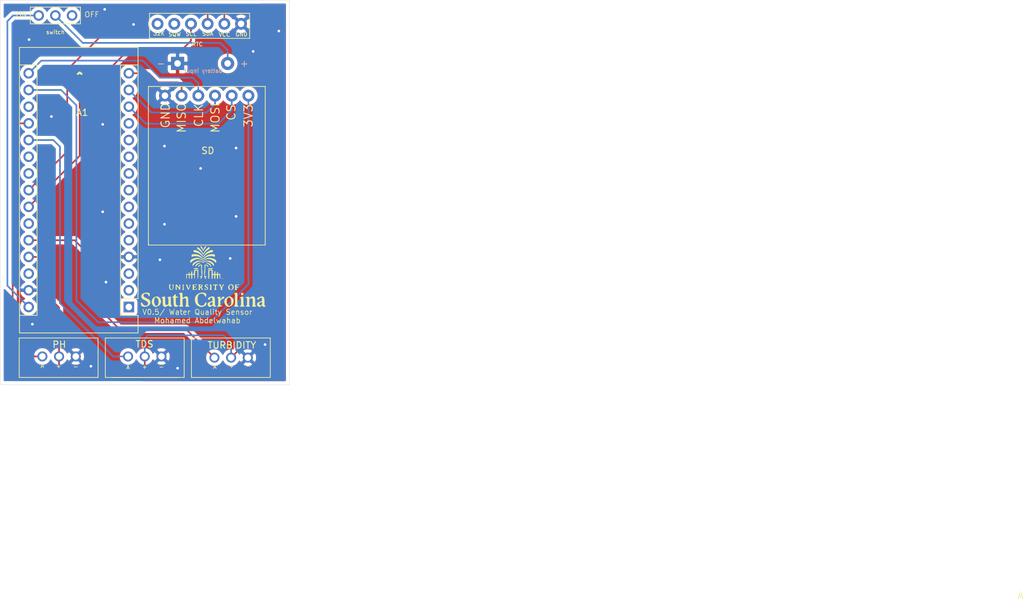
<source format=kicad_pcb>
(kicad_pcb (version 20171130) (host pcbnew "(5.1.12)-1")

  (general
    (thickness 1.6)
    (drawings 8)
    (tracks 104)
    (zones 0)
    (modules 10)
    (nets 34)
  )

  (page A4)
  (layers
    (0 F.Cu signal)
    (31 B.Cu signal)
    (32 B.Adhes user)
    (33 F.Adhes user)
    (34 B.Paste user)
    (35 F.Paste user)
    (36 B.SilkS user)
    (37 F.SilkS user)
    (38 B.Mask user)
    (39 F.Mask user)
    (40 Dwgs.User user)
    (41 Cmts.User user)
    (42 Eco1.User user)
    (43 Eco2.User user)
    (44 Edge.Cuts user)
    (45 Margin user)
    (46 B.CrtYd user)
    (47 F.CrtYd user)
    (48 B.Fab user)
    (49 F.Fab user)
  )

  (setup
    (last_trace_width 0.25)
    (trace_clearance 0.2)
    (zone_clearance 0.508)
    (zone_45_only no)
    (trace_min 0.2)
    (via_size 0.8)
    (via_drill 0.4)
    (via_min_size 0.4)
    (via_min_drill 0.3)
    (uvia_size 0.3)
    (uvia_drill 0.1)
    (uvias_allowed no)
    (uvia_min_size 0.2)
    (uvia_min_drill 0.1)
    (edge_width 0.05)
    (segment_width 0.2)
    (pcb_text_width 0.3)
    (pcb_text_size 1.5 1.5)
    (mod_edge_width 0.12)
    (mod_text_size 1 1)
    (mod_text_width 0.15)
    (pad_size 1.524 1.524)
    (pad_drill 0.762)
    (pad_to_mask_clearance 0)
    (aux_axis_origin 0 0)
    (visible_elements 7FFFFFFF)
    (pcbplotparams
      (layerselection 0x010fc_ffffffff)
      (usegerberextensions false)
      (usegerberattributes true)
      (usegerberadvancedattributes true)
      (creategerberjobfile true)
      (excludeedgelayer true)
      (linewidth 0.100000)
      (plotframeref false)
      (viasonmask false)
      (mode 1)
      (useauxorigin false)
      (hpglpennumber 1)
      (hpglpenspeed 20)
      (hpglpendiameter 15.000000)
      (psnegative false)
      (psa4output false)
      (plotreference true)
      (plotvalue true)
      (plotinvisibletext false)
      (padsonsilk false)
      (subtractmaskfromsilk false)
      (outputformat 1)
      (mirror false)
      (drillshape 1)
      (scaleselection 1)
      (outputdirectory ""))
  )

  (net 0 "")
  (net 1 "Net-(A1-Pad1)")
  (net 2 "Net-(A1-Pad17)")
  (net 3 "Net-(A1-Pad2)")
  (net 4 "Net-(A1-Pad18)")
  (net 5 "Net-(A1-Pad3)")
  (net 6 "Net-(A1-Pad19)")
  (net 7 GND)
  (net 8 "Net-(A1-Pad20)")
  (net 9 "Net-(A1-Pad5)")
  (net 10 "Net-(A1-Pad21)")
  (net 11 "Net-(A1-Pad6)")
  (net 12 "Net-(A1-Pad22)")
  (net 13 "Net-(A1-Pad7)")
  (net 14 "Net-(A1-Pad23)")
  (net 15 "Net-(A1-Pad8)")
  (net 16 "Net-(A1-Pad24)")
  (net 17 "Net-(A1-Pad9)")
  (net 18 "Net-(A1-Pad25)")
  (net 19 "Net-(A1-Pad10)")
  (net 20 "Net-(A1-Pad26)")
  (net 21 "Net-(A1-Pad11)")
  (net 22 "Net-(A1-Pad27)")
  (net 23 "Net-(A1-Pad12)")
  (net 24 "Net-(A1-Pad28)")
  (net 25 "Net-(A1-Pad13)")
  (net 26 "Net-(A1-Pad14)")
  (net 27 "Net-(A1-Pad30)")
  (net 28 "Net-(A1-Pad15)")
  (net 29 "Net-(A1-Pad16)")
  (net 30 "Net-(U3-Pad1)")
  (net 31 "Net-(U4-Pad1)")
  (net 32 "Net-(U8-Pad1)")
  (net 33 "Net-(U8-Pad2)")

  (net_class Default "This is the default net class."
    (clearance 0.2)
    (trace_width 0.25)
    (via_dia 0.8)
    (via_drill 0.4)
    (uvia_dia 0.3)
    (uvia_drill 0.1)
    (add_net GND)
    (add_net "Net-(A1-Pad1)")
    (add_net "Net-(A1-Pad10)")
    (add_net "Net-(A1-Pad11)")
    (add_net "Net-(A1-Pad12)")
    (add_net "Net-(A1-Pad13)")
    (add_net "Net-(A1-Pad14)")
    (add_net "Net-(A1-Pad15)")
    (add_net "Net-(A1-Pad16)")
    (add_net "Net-(A1-Pad17)")
    (add_net "Net-(A1-Pad18)")
    (add_net "Net-(A1-Pad19)")
    (add_net "Net-(A1-Pad2)")
    (add_net "Net-(A1-Pad20)")
    (add_net "Net-(A1-Pad21)")
    (add_net "Net-(A1-Pad22)")
    (add_net "Net-(A1-Pad23)")
    (add_net "Net-(A1-Pad24)")
    (add_net "Net-(A1-Pad25)")
    (add_net "Net-(A1-Pad26)")
    (add_net "Net-(A1-Pad27)")
    (add_net "Net-(A1-Pad28)")
    (add_net "Net-(A1-Pad3)")
    (add_net "Net-(A1-Pad30)")
    (add_net "Net-(A1-Pad5)")
    (add_net "Net-(A1-Pad6)")
    (add_net "Net-(A1-Pad7)")
    (add_net "Net-(A1-Pad8)")
    (add_net "Net-(A1-Pad9)")
    (add_net "Net-(U3-Pad1)")
    (add_net "Net-(U4-Pad1)")
    (add_net "Net-(U8-Pad1)")
    (add_net "Net-(U8-Pad2)")
  )

  (module Water_Quality_Sensor:slide_switch (layer F.Cu) (tedit 62AF152D) (tstamp 62AE3643)
    (at 105.4 38.6 180)
    (path /62AE3032)
    (fp_text reference U4 (at 0 -3.81) (layer F.SilkS) hide
      (effects (font (size 1 1) (thickness 0.15)))
    )
    (fp_text value SWITCH (at 0 -6.35) (layer F.Fab) hide
      (effects (font (size 1 1) (thickness 0.15)))
    )
    (fp_line (start -3.81 0) (end 3.81 0) (layer F.SilkS) (width 0.12))
    (fp_line (start 3.81 0) (end 3.81 2.54) (layer F.SilkS) (width 0.12))
    (fp_line (start 3.81 2.54) (end -3.81 2.54) (layer F.SilkS) (width 0.12))
    (fp_line (start -3.81 2.54) (end -3.81 0) (layer F.SilkS) (width 0.12))
    (fp_text user switch (at 0 -1.27) (layer F.SilkS)
      (effects (font (size 0.6 0.6) (thickness 0.1)))
    )
    (fp_text user ON (at 5.14 1.38 180) (layer F.SilkS)
      (effects (font (size 0.8 0.8) (thickness 0.1)))
    )
    (fp_text user OFF (at -5.55 1.41 180) (layer F.SilkS)
      (effects (font (size 0.8 0.8) (thickness 0.1)))
    )
    (pad 1 thru_hole circle (at -2.54 1.27 180) (size 1.6 1.6) (drill 1) (layers *.Cu *.Mask)
      (net 31 "Net-(U4-Pad1)"))
    (pad 2 thru_hole circle (at 0 1.27 180) (size 1.6 1.6) (drill 1) (layers *.Cu *.Mask)
      (net 30 "Net-(U3-Pad1)"))
    (pad 3 thru_hole circle (at 2.54 1.27 180) (size 1.6 1.6) (drill 1) (layers *.Cu *.Mask)
      (net 27 "Net-(A1-Pad30)"))
  )

  (module Water_Quality_Sensor:battery_input (layer B.Cu) (tedit 62AF1434) (tstamp 62AE3634)
    (at 127.8 45.9)
    (path /62AE56C9)
    (fp_text reference U3 (at 0 -1.27) (layer B.SilkS) hide
      (effects (font (size 0.6 0.6) (thickness 0.1)) (justify mirror))
    )
    (fp_text value BATTERY (at 0 0.9) (layer B.Fab) hide
      (effects (font (size 0.6 0.6) (thickness 0.1)) (justify mirror))
    )
    (fp_text user "battery input" (at 0.09 -0.15) (layer B.SilkS)
      (effects (font (size 0.6 0.6) (thickness 0.1)) (justify mirror))
    )
    (fp_text user - (at -6.35 -1.27) (layer B.SilkS)
      (effects (font (size 1 1) (thickness 0.15)) (justify mirror))
    )
    (fp_text user + (at 6.35 -1.27) (layer B.SilkS)
      (effects (font (size 1 1) (thickness 0.15)) (justify mirror))
    )
    (pad 2 thru_hole rect (at -3.81 -1.27) (size 2 2) (drill 1) (layers *.Cu *.Mask)
      (net 7 GND))
    (pad 1 thru_hole circle (at 3.81 -1.27) (size 2 2) (drill 1) (layers *.Cu *.Mask)
      (net 30 "Net-(U3-Pad1)"))
  )

  (module Water_Quality_Sensor:turbidity_rails (layer F.Cu) (tedit 62AF138D) (tstamp 62AE365B)
    (at 140.1 96.4)
    (path /62AF8F9D)
    (fp_text reference U6 (at -12.82 -8.87) (layer F.SilkS) hide
      (effects (font (size 1 1) (thickness 0.15)))
    )
    (fp_text value TURBIDITY (at -7.85 -8.9) (layer F.SilkS)
      (effects (font (size 1 1) (thickness 0.15)))
    )
    (fp_line (start -2 -4) (end -2 -10) (layer F.SilkS) (width 0.12))
    (fp_line (start -14 -4) (end -2 -4) (layer F.SilkS) (width 0.12))
    (fp_line (start -14 -10) (end -14 -4) (layer F.SilkS) (width 0.12))
    (fp_line (start -14 -10) (end -13 -10) (layer F.SilkS) (width 0.12))
    (fp_line (start -3 -10) (end -2 -10) (layer F.SilkS) (width 0.12))
    (fp_line (start -3 -10) (end -13 -10) (layer F.SilkS) (width 0.12))
    (fp_text user A (at -10.44 -5.6) (layer F.SilkS)
      (effects (font (size 0.6 0.6) (thickness 0.1)))
    )
    (fp_text user + (at -7.89 -5.74) (layer F.SilkS)
      (effects (font (size 0.6 0.6) (thickness 0.1)))
    )
    (fp_text user - (at -5.36 -5.77) (layer F.SilkS)
      (effects (font (size 0.6 0.6) (thickness 0.1)))
    )
    (pad 3 thru_hole circle (at -5.42 -7.01) (size 1.524 1.524) (drill 1) (layers *.Cu *.Mask)
      (net 7 GND))
    (pad 2 thru_hole circle (at -7.96 -7.01) (size 1.524 1.524) (drill 1) (layers *.Cu *.Mask)
      (net 22 "Net-(A1-Pad27)"))
    (pad 1 thru_hole circle (at -10.5 -7.01) (size 1.524 1.524) (drill 1) (layers *.Cu *.Mask)
      (net 20 "Net-(A1-Pad26)"))
  )

  (module Water_Quality_Sensor:phraails (layer F.Cu) (tedit 62AF1333) (tstamp 62AE364E)
    (at 114.9 84.8)
    (path /62AE78A0)
    (fp_text reference U5 (at -13.65 2.51) (layer F.SilkS) hide
      (effects (font (size 1 1) (thickness 0.15)))
    )
    (fp_text value PH (at -8.91 2.6) (layer F.SilkS)
      (effects (font (size 1 1) (thickness 0.15)))
    )
    (fp_line (start -3 7.6) (end -3 1.6) (layer F.SilkS) (width 0.12))
    (fp_line (start -15 7.6) (end -3 7.6) (layer F.SilkS) (width 0.12))
    (fp_line (start -15 1.6) (end -15 7.6) (layer F.SilkS) (width 0.12))
    (fp_line (start -15 1.6) (end -3 1.6) (layer F.SilkS) (width 0.12))
    (fp_text user A (at -11.49 5.85) (layer F.SilkS)
      (effects (font (size 0.6 0.6) (thickness 0.1)))
    )
    (fp_text user + (at -9 5.9) (layer F.SilkS)
      (effects (font (size 0.6 0.6) (thickness 0.1)))
    )
    (fp_text user - (at -6.41 5.96) (layer F.SilkS)
      (effects (font (size 0.6 0.6) (thickness 0.1)))
    )
    (pad 3 thru_hole circle (at -6.4 4.41) (size 1.524 1.524) (drill 1) (layers *.Cu *.Mask)
      (net 7 GND))
    (pad 2 thru_hole circle (at -8.94 4.41) (size 1.524 1.524) (drill 1) (layers *.Cu *.Mask)
      (net 22 "Net-(A1-Pad27)"))
    (pad 1 thru_hole circle (at -11.48 4.41) (size 1.524 1.524) (drill 1) (layers *.Cu *.Mask)
      (net 6 "Net-(A1-Pad19)"))
  )

  (module Water_Quality_Sensor:sensor_rails (layer F.Cu) (tedit 62AF130D) (tstamp 62AE366E)
    (at 119 85.4)
    (path /62AE9C64)
    (fp_text reference U7 (at -4.7 2.08) (layer F.SilkS) hide
      (effects (font (size 1 1) (thickness 0.15)))
    )
    (fp_text value TDS (at -0.04 1.93) (layer F.SilkS)
      (effects (font (size 1 1) (thickness 0.15)))
    )
    (fp_line (start -6 1) (end -5 1) (layer F.SilkS) (width 0.12))
    (fp_line (start -6 7) (end -6 1) (layer F.SilkS) (width 0.12))
    (fp_line (start -5 7) (end -6 7) (layer F.SilkS) (width 0.12))
    (fp_line (start 5 7) (end -5 7) (layer F.SilkS) (width 0.12))
    (fp_line (start 6 7) (end 5 7) (layer F.SilkS) (width 0.12))
    (fp_line (start 6 1) (end 6 7) (layer F.SilkS) (width 0.12))
    (fp_line (start 5 1) (end 6 1) (layer F.SilkS) (width 0.12))
    (fp_line (start 5 1) (end -5 1) (layer F.SilkS) (width 0.12))
    (fp_line (start -5 7) (end 5 7) (layer F.SilkS) (width 0.12))
    (fp_text user - (at 2.54 5.4) (layer F.SilkS)
      (effects (font (size 0.6 0.6) (thickness 0.1)))
    )
    (fp_text user + (at -0.01 5.4) (layer F.SilkS)
      (effects (font (size 0.6 0.6) (thickness 0.1)))
    )
    (fp_text user A (at -2.55 5.47) (layer F.SilkS)
      (effects (font (size 0.6 0.6) (thickness 0.1)))
    )
    (pad 3 thru_hole circle (at 2.54 3.81) (size 1.524 1.524) (drill 1) (layers *.Cu *.Mask)
      (net 7 GND))
    (pad 2 thru_hole circle (at 0 3.81) (size 1.524 1.524) (drill 1) (layers *.Cu *.Mask)
      (net 22 "Net-(A1-Pad27)"))
    (pad 1 thru_hole circle (at -2.54 3.81) (size 1.524 1.524) (drill 1) (layers *.Cu *.Mask)
      (net 8 "Net-(A1-Pad20)"))
  )

  (module "" (layer F.Cu) (tedit 0) (tstamp 0)
    (at 128.8 43.7)
    (fp_text reference "" (at 117.3 81.7) (layer F.SilkS)
      (effects (font (size 1.27 1.27) (thickness 0.15)))
    )
    (fp_text value "" (at 117.3 81.7) (layer F.SilkS)
      (effects (font (size 1.27 1.27) (thickness 0.15)))
    )
    (fp_text user A (at 123.45 81.87) (layer F.SilkS)
      (effects (font (size 1 1) (thickness 0.15)))
    )
  )

  (module Module:Arduino_Nano (layer F.Cu) (tedit 58ACAF70) (tstamp 62AF328E)
    (at 116.57838 81.68546 180)
    (descr "Arduino Nano, http://www.mouser.com/pdfdocs/Gravitech_Arduino_Nano3_0.pdf")
    (tags "Arduino Nano")
    (path /62AE0AA1)
    (fp_text reference A1 (at 7.1 29.6) (layer F.SilkS)
      (effects (font (size 1 1) (thickness 0.15)))
    )
    (fp_text value Arduino_Nano_v3.x (at 8.89 19.05 90) (layer F.Fab)
      (effects (font (size 1 1) (thickness 0.15)))
    )
    (fp_line (start 16.75 42.16) (end -1.53 42.16) (layer F.CrtYd) (width 0.05))
    (fp_line (start 16.75 42.16) (end 16.75 -4.06) (layer F.CrtYd) (width 0.05))
    (fp_line (start -1.53 -4.06) (end -1.53 42.16) (layer F.CrtYd) (width 0.05))
    (fp_line (start -1.53 -4.06) (end 16.75 -4.06) (layer F.CrtYd) (width 0.05))
    (fp_line (start 16.51 -3.81) (end 16.51 39.37) (layer F.Fab) (width 0.1))
    (fp_line (start 0 -3.81) (end 16.51 -3.81) (layer F.Fab) (width 0.1))
    (fp_line (start -1.27 -2.54) (end 0 -3.81) (layer F.Fab) (width 0.1))
    (fp_line (start -1.27 39.37) (end -1.27 -2.54) (layer F.Fab) (width 0.1))
    (fp_line (start 16.51 39.37) (end -1.27 39.37) (layer F.Fab) (width 0.1))
    (fp_line (start 16.64 -3.94) (end -1.4 -3.94) (layer F.SilkS) (width 0.12))
    (fp_line (start 16.64 39.5) (end 16.64 -3.94) (layer F.SilkS) (width 0.12))
    (fp_line (start -1.4 39.5) (end 16.64 39.5) (layer F.SilkS) (width 0.12))
    (fp_line (start 3.81 41.91) (end 3.81 31.75) (layer F.Fab) (width 0.1))
    (fp_line (start 11.43 41.91) (end 3.81 41.91) (layer F.Fab) (width 0.1))
    (fp_line (start 11.43 31.75) (end 11.43 41.91) (layer F.Fab) (width 0.1))
    (fp_line (start 3.81 31.75) (end 11.43 31.75) (layer F.Fab) (width 0.1))
    (fp_line (start 1.27 36.83) (end -1.4 36.83) (layer F.SilkS) (width 0.12))
    (fp_line (start 1.27 1.27) (end 1.27 36.83) (layer F.SilkS) (width 0.12))
    (fp_line (start 1.27 1.27) (end -1.4 1.27) (layer F.SilkS) (width 0.12))
    (fp_line (start 13.97 36.83) (end 16.64 36.83) (layer F.SilkS) (width 0.12))
    (fp_line (start 13.97 -1.27) (end 13.97 36.83) (layer F.SilkS) (width 0.12))
    (fp_line (start 13.97 -1.27) (end 16.64 -1.27) (layer F.SilkS) (width 0.12))
    (fp_line (start -1.4 -3.94) (end -1.4 -1.27) (layer F.SilkS) (width 0.12))
    (fp_line (start -1.4 1.27) (end -1.4 39.5) (layer F.SilkS) (width 0.12))
    (fp_line (start 1.27 -1.27) (end -1.4 -1.27) (layer F.SilkS) (width 0.12))
    (fp_line (start 1.27 1.27) (end 1.27 -1.27) (layer F.SilkS) (width 0.12))
    (fp_text user %R (at 6.35 19.05 90) (layer F.Fab)
      (effects (font (size 1 1) (thickness 0.15)))
    )
    (pad 1 thru_hole rect (at 0 0 180) (size 1.6 1.6) (drill 1) (layers *.Cu *.Mask)
      (net 1 "Net-(A1-Pad1)"))
    (pad 17 thru_hole oval (at 15.24 33.02 180) (size 1.6 1.6) (drill 1) (layers *.Cu *.Mask)
      (net 2 "Net-(A1-Pad17)"))
    (pad 2 thru_hole oval (at 0 2.54 180) (size 1.6 1.6) (drill 1) (layers *.Cu *.Mask)
      (net 3 "Net-(A1-Pad2)"))
    (pad 18 thru_hole oval (at 15.24 30.48 180) (size 1.6 1.6) (drill 1) (layers *.Cu *.Mask)
      (net 4 "Net-(A1-Pad18)"))
    (pad 3 thru_hole oval (at 0 5.08 180) (size 1.6 1.6) (drill 1) (layers *.Cu *.Mask)
      (net 5 "Net-(A1-Pad3)"))
    (pad 19 thru_hole oval (at 15.24 27.94 180) (size 1.6 1.6) (drill 1) (layers *.Cu *.Mask)
      (net 6 "Net-(A1-Pad19)"))
    (pad 4 thru_hole oval (at 0 7.62 180) (size 1.6 1.6) (drill 1) (layers *.Cu *.Mask)
      (net 7 GND))
    (pad 20 thru_hole oval (at 15.24 25.4 180) (size 1.6 1.6) (drill 1) (layers *.Cu *.Mask)
      (net 8 "Net-(A1-Pad20)"))
    (pad 5 thru_hole oval (at 0 10.16 180) (size 1.6 1.6) (drill 1) (layers *.Cu *.Mask)
      (net 9 "Net-(A1-Pad5)"))
    (pad 21 thru_hole oval (at 15.24 22.86 180) (size 1.6 1.6) (drill 1) (layers *.Cu *.Mask)
      (net 10 "Net-(A1-Pad21)"))
    (pad 6 thru_hole oval (at 0 12.7 180) (size 1.6 1.6) (drill 1) (layers *.Cu *.Mask)
      (net 11 "Net-(A1-Pad6)"))
    (pad 22 thru_hole oval (at 15.24 20.32 180) (size 1.6 1.6) (drill 1) (layers *.Cu *.Mask)
      (net 12 "Net-(A1-Pad22)"))
    (pad 7 thru_hole oval (at 0 15.24 180) (size 1.6 1.6) (drill 1) (layers *.Cu *.Mask)
      (net 13 "Net-(A1-Pad7)"))
    (pad 23 thru_hole oval (at 15.24 17.78 180) (size 1.6 1.6) (drill 1) (layers *.Cu *.Mask)
      (net 14 "Net-(A1-Pad23)"))
    (pad 8 thru_hole oval (at 0 17.78 180) (size 1.6 1.6) (drill 1) (layers *.Cu *.Mask)
      (net 15 "Net-(A1-Pad8)"))
    (pad 24 thru_hole oval (at 15.24 15.24 180) (size 1.6 1.6) (drill 1) (layers *.Cu *.Mask)
      (net 16 "Net-(A1-Pad24)"))
    (pad 9 thru_hole oval (at 0 20.32 180) (size 1.6 1.6) (drill 1) (layers *.Cu *.Mask)
      (net 17 "Net-(A1-Pad9)"))
    (pad 25 thru_hole oval (at 15.24 12.7 180) (size 1.6 1.6) (drill 1) (layers *.Cu *.Mask)
      (net 18 "Net-(A1-Pad25)"))
    (pad 10 thru_hole oval (at 0 22.86 180) (size 1.6 1.6) (drill 1) (layers *.Cu *.Mask)
      (net 19 "Net-(A1-Pad10)"))
    (pad 26 thru_hole oval (at 15.24 10.16 180) (size 1.6 1.6) (drill 1) (layers *.Cu *.Mask)
      (net 20 "Net-(A1-Pad26)"))
    (pad 11 thru_hole oval (at 0 25.4 180) (size 1.6 1.6) (drill 1) (layers *.Cu *.Mask)
      (net 21 "Net-(A1-Pad11)"))
    (pad 27 thru_hole oval (at 15.24 7.62 180) (size 1.6 1.6) (drill 1) (layers *.Cu *.Mask)
      (net 22 "Net-(A1-Pad27)"))
    (pad 12 thru_hole oval (at 0 27.94 180) (size 1.6 1.6) (drill 1) (layers *.Cu *.Mask)
      (net 23 "Net-(A1-Pad12)"))
    (pad 28 thru_hole oval (at 15.24 5.08 180) (size 1.6 1.6) (drill 1) (layers *.Cu *.Mask)
      (net 24 "Net-(A1-Pad28)"))
    (pad 13 thru_hole oval (at 0 30.48 180) (size 1.6 1.6) (drill 1) (layers *.Cu *.Mask)
      (net 25 "Net-(A1-Pad13)"))
    (pad 29 thru_hole oval (at 15.24 2.54 180) (size 1.6 1.6) (drill 1) (layers *.Cu *.Mask)
      (net 7 GND))
    (pad 14 thru_hole oval (at 0 33.02 180) (size 1.6 1.6) (drill 1) (layers *.Cu *.Mask)
      (net 26 "Net-(A1-Pad14)"))
    (pad 30 thru_hole oval (at 15.24 0 180) (size 1.6 1.6) (drill 1) (layers *.Cu *.Mask)
      (net 27 "Net-(A1-Pad30)"))
    (pad 15 thru_hole oval (at 0 35.56 180) (size 1.6 1.6) (drill 1) (layers *.Cu *.Mask)
      (net 28 "Net-(A1-Pad15)"))
    (pad 16 thru_hole oval (at 15.24 35.56 180) (size 1.6 1.6) (drill 1) (layers *.Cu *.Mask)
      (net 29 "Net-(A1-Pad16)"))
    (model ${KISYS3DMOD}/Module.3dshapes/Arduino_Nano_WithMountingHoles.wrl
      (at (xyz 0 0 0))
      (scale (xyz 1 1 1))
      (rotate (xyz 0 0 0))
    )
  )

  (module Water_Quality_Sensor:uofsc_logo_0_75in (layer F.Cu) (tedit 0) (tstamp 62AE3616)
    (at 127.9 77)
    (path /62B27E92)
    (fp_text reference R1 (at 0 0) (layer F.SilkS) hide
      (effects (font (size 1.524 1.524) (thickness 0.3)))
    )
    (fp_text value R (at 0.75 0) (layer F.SilkS) hide
      (effects (font (size 1.524 1.524) (thickness 0.3)))
    )
    (fp_poly (pts (xy 0.428086 -4.546453) (xy 0.414188 -4.454354) (xy 0.345614 -4.322914) (xy 0.229208 -4.170177)
      (xy 0.22116 -4.161076) (xy 0.122156 -4.03569) (xy 0.060754 -3.930384) (xy 0.050902 -3.893842)
      (xy 0.030059 -3.823962) (xy -0.015915 -3.833171) (xy -0.062187 -3.911856) (xy -0.070817 -3.940957)
      (xy -0.126457 -4.055846) (xy -0.22582 -4.186747) (xy -0.254492 -4.217002) (xy -0.344476 -4.332291)
      (xy -0.398821 -4.449738) (xy -0.40924 -4.541836) (xy -0.367447 -4.58108) (xy -0.364202 -4.581163)
      (xy -0.284213 -4.536736) (xy -0.188257 -4.418331) (xy -0.093407 -4.248265) (xy -0.070692 -4.197536)
      (xy 0.015204 -3.995792) (xy 0.053538 -4.133667) (xy 0.113012 -4.278968) (xy 0.200962 -4.421779)
      (xy 0.29564 -4.53233) (xy 0.375296 -4.580852) (xy 0.380464 -4.581163) (xy 0.428086 -4.546453)) (layer F.SilkS) (width 0.01))
    (fp_poly (pts (xy 0.950733 -4.385699) (xy 0.967134 -4.28127) (xy 0.944387 -4.163772) (xy 0.861202 -4.107839)
      (xy 0.84602 -4.103685) (xy 0.722192 -4.042325) (xy 0.563371 -3.923174) (xy 0.395419 -3.770055)
      (xy 0.244196 -3.60679) (xy 0.135565 -3.457202) (xy 0.126294 -3.440699) (xy 0.048377 -3.309628)
      (xy -0.006207 -3.267683) (xy -0.054737 -3.310638) (xy -0.093443 -3.386947) (xy -0.180765 -3.525911)
      (xy -0.318625 -3.691578) (xy -0.47998 -3.856344) (xy -0.637788 -3.992605) (xy -0.765007 -4.072757)
      (xy -0.765469 -4.072949) (xy -0.87727 -4.143062) (xy -0.915083 -4.24812) (xy -0.916233 -4.281927)
      (xy -0.907941 -4.384125) (xy -0.871294 -4.419491) (xy -0.78863 -4.389446) (xy -0.653556 -4.303083)
      (xy -0.54297 -4.206034) (xy -0.412198 -4.05976) (xy -0.279425 -3.889068) (xy -0.162835 -3.718767)
      (xy -0.080616 -3.573665) (xy -0.050902 -3.480974) (xy -0.034065 -3.414963) (xy 0.01298 -3.439536)
      (xy 0.085037 -3.54983) (xy 0.140433 -3.660061) (xy 0.228234 -3.806518) (xy 0.356845 -3.9727)
      (xy 0.506504 -4.138291) (xy 0.657453 -4.282973) (xy 0.789932 -4.386429) (xy 0.884182 -4.428341)
      (xy 0.887734 -4.428457) (xy 0.950733 -4.385699)) (layer F.SilkS) (width 0.01))
    (fp_poly (pts (xy 1.424847 -3.959604) (xy 1.469411 -3.910177) (xy 1.476152 -3.824193) (xy 1.468115 -3.736343)
      (xy 1.426672 -3.687598) (xy 1.325824 -3.659494) (xy 1.223069 -3.644473) (xy 0.95635 -3.577895)
      (xy 0.677097 -3.45678) (xy 0.42011 -3.300021) (xy 0.220187 -3.126512) (xy 0.179447 -3.077858)
      (xy 0.023406 -2.873275) (xy -0.230081 -3.131475) (xy -0.55437 -3.399806) (xy -0.908449 -3.572381)
      (xy -1.215674 -3.643492) (xy -1.368503 -3.667872) (xy -1.445723 -3.700476) (xy -1.473009 -3.759767)
      (xy -1.476153 -3.830813) (xy -1.470476 -3.925379) (xy -1.434764 -3.965511) (xy -1.340993 -3.967655)
      (xy -1.257775 -3.958967) (xy -1.061911 -3.918741) (xy -0.864734 -3.851938) (xy -0.837835 -3.839947)
      (xy -0.696453 -3.752702) (xy -0.528972 -3.619019) (xy -0.359137 -3.461772) (xy -0.21069 -3.30384)
      (xy -0.107375 -3.168097) (xy -0.076935 -3.106843) (xy -0.040696 -3.02682) (xy 0.00464 -3.017776)
      (xy 0.071932 -3.086203) (xy 0.169375 -3.231203) (xy 0.356688 -3.465893) (xy 0.594843 -3.67356)
      (xy 0.858035 -3.837518) (xy 1.120458 -3.94108) (xy 1.310721 -3.969223) (xy 1.424847 -3.959604)) (layer F.SilkS) (width 0.01))
    (fp_poly (pts (xy 1.622495 -3.327706) (xy 1.730793 -3.293523) (xy 1.774354 -3.22628) (xy 1.781563 -3.118653)
      (xy 1.773345 -3.002225) (xy 1.739727 -2.965336) (xy 1.692485 -2.97583) (xy 1.469779 -3.036607)
      (xy 1.218166 -3.067978) (xy 0.991217 -3.064188) (xy 0.941683 -3.056501) (xy 0.713403 -2.999734)
      (xy 0.523683 -2.919224) (xy 0.327193 -2.793805) (xy 0.239674 -2.72871) (xy 0.109253 -2.631057)
      (xy 0.01555 -2.564461) (xy -0.017019 -2.545091) (xy -0.059051 -2.578039) (xy -0.139257 -2.658059)
      (xy -0.145895 -2.665095) (xy -0.360873 -2.83406) (xy -0.63803 -2.966009) (xy -0.940205 -3.046192)
      (xy -1.149853 -3.063608) (xy -1.336191 -3.054087) (xy -1.49318 -3.031289) (xy -1.570799 -3.007037)
      (xy -1.695195 -2.957935) (xy -1.760254 -2.986805) (xy -1.781266 -3.102375) (xy -1.781563 -3.127342)
      (xy -1.775171 -3.234857) (xy -1.737957 -3.291631) (xy -1.642859 -3.321968) (xy -1.547622 -3.337461)
      (xy -1.147908 -3.3517) (xy -0.782027 -3.270095) (xy -0.451871 -3.093315) (xy -0.191438 -2.8585)
      (xy -0.009628 -2.657258) (xy 0.265857 -2.924086) (xy 0.580935 -3.168442) (xy 0.921122 -3.31429)
      (xy 1.289061 -3.362418) (xy 1.622495 -3.327706)) (layer F.SilkS) (width 0.01))
    (fp_poly (pts (xy -0.610726 -2.748673) (xy -0.298312 -2.612087) (xy -0.18959 -2.536098) (xy 0.002585 -2.385511)
      (xy 0.151987 -2.511225) (xy 0.438349 -2.688128) (xy 0.764906 -2.778556) (xy 1.116535 -2.781491)
      (xy 1.478111 -2.695919) (xy 1.670888 -2.613195) (xy 1.828843 -2.530122) (xy 1.917014 -2.463556)
      (xy 1.957847 -2.386904) (xy 1.973787 -2.273569) (xy 1.975371 -2.252405) (xy 1.975469 -2.101595)
      (xy 1.941895 -2.045646) (xy 1.867107 -2.081345) (xy 1.77771 -2.168171) (xy 1.548966 -2.356688)
      (xy 1.262529 -2.50936) (xy 1.001771 -2.59413) (xy 0.684381 -2.615302) (xy 0.381936 -2.537504)
      (xy 0.164225 -2.409634) (xy -0.002412 -2.283561) (xy -0.149236 -2.407106) (xy -0.387022 -2.545392)
      (xy -0.670588 -2.612542) (xy -0.966401 -2.601241) (xy -1.004224 -2.59358) (xy -1.303323 -2.491663)
      (xy -1.583435 -2.333293) (xy -1.777711 -2.168171) (xy -1.889018 -2.064733) (xy -1.953357 -2.050447)
      (xy -1.978228 -2.12846) (xy -1.975372 -2.251075) (xy -1.960839 -2.372018) (xy -1.924063 -2.452782)
      (xy -1.842508 -2.520385) (xy -1.69364 -2.601841) (xy -1.674714 -2.611518) (xy -1.312035 -2.749055)
      (xy -0.953003 -2.794551) (xy -0.610726 -2.748673)) (layer F.SilkS) (width 0.01))
    (fp_poly (pts (xy -0.495445 -2.36586) (xy -0.333494 -2.314852) (xy -0.169858 -2.238989) (xy -0.165431 -2.236464)
      (xy -0.057582 -2.17981) (xy 0.020386 -2.170145) (xy 0.114355 -2.209642) (xy 0.189765 -2.253273)
      (xy 0.419316 -2.338823) (xy 0.688764 -2.364599) (xy 0.955115 -2.329935) (xy 1.119839 -2.267704)
      (xy 1.359637 -2.128669) (xy 1.515355 -2.004196) (xy 1.60052 -1.879911) (xy 1.628659 -1.741442)
      (xy 1.628857 -1.726801) (xy 1.628857 -1.531416) (xy 1.394832 -1.781608) (xy 1.146437 -2.001626)
      (xy 0.883926 -2.154135) (xy 0.623397 -2.234634) (xy 0.380946 -2.238621) (xy 0.172672 -2.161593)
      (xy 0.134119 -2.134182) (xy 0 -2.028684) (xy -0.134119 -2.134182) (xy -0.332998 -2.229114)
      (xy -0.569494 -2.24207) (xy -0.827512 -2.177551) (xy -1.090952 -2.040059) (xy -1.343718 -1.834096)
      (xy -1.394832 -1.781608) (xy -1.628858 -1.531416) (xy -1.628858 -1.703425) (xy -1.612152 -1.823442)
      (xy -1.5488 -1.929708) (xy -1.41895 -2.055098) (xy -1.413892 -2.059437) (xy -1.196496 -2.206042)
      (xy -0.946748 -2.313459) (xy -0.699331 -2.370118) (xy -0.495445 -2.36586)) (layer F.SilkS) (width 0.01))
    (fp_poly (pts (xy 0.745888 -2.003347) (xy 0.939211 -1.917021) (xy 1.083493 -1.790517) (xy 1.157985 -1.63949)
      (xy 1.161831 -1.55278) (xy 1.14529 -1.416796) (xy 1.052648 -1.574891) (xy 0.912599 -1.749296)
      (xy 0.711223 -1.883914) (xy 0.521281 -1.963643) (xy 0.330861 -2.031604) (xy 0.524271 -2.033838)
      (xy 0.745888 -2.003347)) (layer F.SilkS) (width 0.01))
    (fp_poly (pts (xy -0.330862 -2.031604) (xy -0.513018 -1.966483) (xy -0.764567 -1.847972) (xy -0.959358 -1.681527)
      (xy -1.046474 -1.573908) (xy -1.170742 -1.405473) (xy -1.170742 -1.559194) (xy -1.123598 -1.729187)
      (xy -0.996549 -1.875197) (xy -0.811168 -1.981363) (xy -0.58903 -2.031826) (xy -0.52509 -2.033838)
      (xy -0.330862 -2.031604)) (layer F.SilkS) (width 0.01))
    (fp_poly (pts (xy 1.288302 -1.218509) (xy 1.399835 -1.206537) (xy 1.445094 -1.181876) (xy 1.443658 -1.145291)
      (xy 1.394775 -1.099634) (xy 1.280319 -1.075532) (xy 1.097426 -1.068938) (xy 0.926122 -1.074015)
      (xy 0.798156 -1.087223) (xy 0.74656 -1.102873) (xy 0.713852 -1.159629) (xy 0.75694 -1.196377)
      (xy 0.884413 -1.216063) (xy 1.092791 -1.221644) (xy 1.288302 -1.218509)) (layer F.SilkS) (width 0.01))
    (fp_poly (pts (xy -0.866583 -1.216439) (xy -0.757086 -1.199235) (xy -0.723476 -1.167644) (xy -0.725166 -1.158016)
      (xy -0.788941 -1.117767) (xy -0.942411 -1.089786) (xy -1.08572 -1.079338) (xy -1.271116 -1.075168)
      (xy -1.375616 -1.085817) (xy -1.419532 -1.115094) (xy -1.425251 -1.142965) (xy -1.406194 -1.185239)
      (xy -1.336157 -1.20956) (xy -1.195845 -1.220139) (xy -1.064696 -1.221644) (xy -0.866583 -1.216439)) (layer F.SilkS) (width 0.01))
    (fp_poly (pts (xy 3.088043 0.322378) (xy 3.094134 0.382786) (xy 3.088043 0.390247) (xy 3.057781 0.38326)
      (xy 3.054108 0.356312) (xy 3.072732 0.314414) (xy 3.088043 0.322378)) (layer F.SilkS) (width 0.01))
    (fp_poly (pts (xy 2.986239 0.322378) (xy 2.992331 0.382786) (xy 2.986239 0.390247) (xy 2.955978 0.38326)
      (xy 2.952304 0.356312) (xy 2.970929 0.314414) (xy 2.986239 0.322378)) (layer F.SilkS) (width 0.01))
    (fp_poly (pts (xy 2.834371 0.295866) (xy 2.840439 0.37542) (xy 2.830352 0.393428) (xy 2.807217 0.378247)
      (xy 2.803618 0.32662) (xy 2.816049 0.272306) (xy 2.834371 0.295866)) (layer F.SilkS) (width 0.01))
    (fp_poly (pts (xy 1.42525 -0.636273) (xy 1.427482 -0.458416) (xy 1.440073 -0.359352) (xy 1.471871 -0.31608)
      (xy 1.531721 -0.305602) (xy 1.552505 -0.305411) (xy 1.631031 -0.314905) (xy 1.668236 -0.361572)
      (xy 1.679273 -0.472687) (xy 1.679759 -0.534469) (xy 1.689752 -0.685444) (xy 1.723728 -0.754214)
      (xy 1.756112 -0.763527) (xy 1.806437 -0.73355) (xy 1.82936 -0.631622) (xy 1.832465 -0.534469)
      (xy 1.837739 -0.393122) (xy 1.863665 -0.326153) (xy 1.925396 -0.306286) (xy 1.959719 -0.305411)
      (xy 2.050664 -0.321847) (xy 2.083935 -0.391711) (xy 2.086974 -0.458117) (xy 2.109738 -0.57935)
      (xy 2.163326 -0.610822) (xy 2.223943 -0.565294) (xy 2.239679 -0.458117) (xy 2.253375 -0.348982)
      (xy 2.311596 -0.309058) (xy 2.366934 -0.305411) (xy 2.462594 -0.322835) (xy 2.494188 -0.356313)
      (xy 2.532923 -0.405736) (xy 2.54509 -0.407215) (xy 2.570298 -0.35959) (xy 2.588012 -0.229568)
      (xy 2.595822 -0.036429) (xy 2.595992 0) (xy 2.590039 0.201662) (xy 2.573786 0.343375)
      (xy 2.549644 0.405857) (xy 2.54509 0.407214) (xy 2.517977 0.36085) (xy 2.499595 0.23973)
      (xy 2.494188 0.101803) (xy 2.491494 -0.067459) (xy 2.47677 -0.158844) (xy 2.440057 -0.196256)
      (xy 2.371394 -0.203601) (xy 2.366934 -0.203608) (xy 2.296408 -0.197141) (xy 2.258331 -0.161804)
      (xy 2.242742 -0.073693) (xy 2.239682 0.091098) (xy 2.239679 0.101803) (xy 2.233815 0.279141)
      (xy 2.213029 0.374354) (xy 2.172526 0.406612) (xy 2.163326 0.407214) (xy 2.118992 0.383759)
      (xy 2.095189 0.300612) (xy 2.087124 0.138602) (xy 2.086974 0.101803) (xy 2.084279 -0.067459)
      (xy 2.069556 -0.158844) (xy 2.032843 -0.196256) (xy 1.96418 -0.203601) (xy 1.959719 -0.203608)
      (xy 1.889193 -0.197141) (xy 1.851116 -0.161804) (xy 1.835528 -0.073693) (xy 1.832468 0.091098)
      (xy 1.832465 0.101803) (xy 1.826601 0.279141) (xy 1.805814 0.374354) (xy 1.765312 0.406612)
      (xy 1.756112 0.407214) (xy 1.711777 0.383759) (xy 1.687974 0.300612) (xy 1.67991 0.138602)
      (xy 1.679759 0.101803) (xy 1.677065 -0.067459) (xy 1.662341 -0.158844) (xy 1.625628 -0.196256)
      (xy 1.556965 -0.203601) (xy 1.552505 -0.203608) (xy 1.481979 -0.197141) (xy 1.443902 -0.161804)
      (xy 1.428313 -0.073693) (xy 1.425253 0.091098) (xy 1.42525 0.101803) (xy 1.419387 0.279141)
      (xy 1.3986 0.374354) (xy 1.358097 0.406612) (xy 1.348898 0.407214) (xy 1.316554 0.392195)
      (xy 1.294584 0.336931) (xy 1.281151 0.22611) (xy 1.274417 0.044423) (xy 1.272545 -0.223441)
      (xy 1.272545 -0.865331) (xy 0.916232 -0.865331) (xy 0.916232 -0.229058) (xy 0.91443 0.040471)
      (xy 0.907798 0.223553) (xy 0.8945 0.335495) (xy 0.872697 0.391611) (xy 0.840554 0.40721)
      (xy 0.83988 0.407214) (xy 0.808596 0.392717) (xy 0.786974 0.339349) (xy 0.773366 0.232293)
      (xy 0.766127 0.056732) (xy 0.763611 -0.202152) (xy 0.763527 -0.27996) (xy 0.763527 -0.967135)
      (xy 1.42525 -0.967135) (xy 1.42525 -0.636273)) (layer F.SilkS) (width 0.01))
    (fp_poly (pts (xy 0.529408 -1.748802) (xy 0.668202 -1.665544) (xy 0.752025 -1.554326) (xy 0.763527 -1.496672)
      (xy 0.759993 -1.424548) (xy 0.737626 -1.409905) (xy 0.678774 -1.45867) (xy 0.584709 -1.556703)
      (xy 0.47734 -1.657264) (xy 0.395975 -1.709492) (xy 0.36919 -1.709605) (xy 0.347771 -1.642781)
      (xy 0.329035 -1.505995) (xy 0.318627 -1.358196) (xy 0.309377 -1.164547) (xy 0.296305 -0.911508)
      (xy 0.28162 -0.641317) (xy 0.274866 -0.521744) (xy 0.244969 0) (xy 0.402444 0)
      (xy 0.511708 0.014331) (xy 0.559812 0.04901) (xy 0.55992 0.050901) (xy 0.516186 0.08854)
      (xy 0.426811 0.101803) (xy 0.336746 0.107588) (xy 0.32593 0.143648) (xy 0.375909 0.227267)
      (xy 0.442875 0.340284) (xy 0.44889 0.393499) (xy 0.395852 0.407201) (xy 0.392738 0.407214)
      (xy 0.3245 0.367212) (xy 0.246386 0.269858) (xy 0.240033 0.25938) (xy 0.19754 0.161509)
      (xy 0.170657 0.026785) (xy 0.156631 -0.166562) (xy 0.152705 -0.43114) (xy 0.158183 -0.679524)
      (xy 0.173161 -0.889284) (xy 0.195453 -1.035972) (xy 0.210906 -1.082577) (xy 0.242636 -1.175097)
      (xy 0.213456 -1.209877) (xy 0.183215 -1.267987) (xy 0.203607 -1.348898) (xy 0.222702 -1.454234)
      (xy 0.196971 -1.486848) (xy 0.170078 -1.536717) (xy 0.196753 -1.623672) (xy 0.257496 -1.713914)
      (xy 0.332806 -1.773642) (xy 0.367011 -1.781563) (xy 0.529408 -1.748802)) (layer F.SilkS) (width 0.01))
    (fp_poly (pts (xy -0.2778 -1.746932) (xy -0.209128 -1.665837) (xy -0.169787 -1.57248) (xy -0.177998 -1.501062)
      (xy -0.200025 -1.48583) (xy -0.2267 -1.43802) (xy -0.197945 -1.363769) (xy -0.16841 -1.269755)
      (xy -0.203607 -1.221644) (xy -0.239205 -1.164925) (xy -0.208863 -1.078758) (xy -0.185507 -0.98566)
      (xy -0.166903 -0.817378) (xy -0.155356 -0.600505) (xy -0.152706 -0.43114) (xy -0.156879 -0.160011)
      (xy -0.171236 0.031354) (xy -0.198527 0.164721) (xy -0.240033 0.25938) (xy -0.32359 0.370176)
      (xy -0.390256 0.412152) (xy -0.421726 0.385938) (xy -0.399691 0.292162) (xy -0.381764 0.254509)
      (xy -0.332954 0.151247) (xy -0.341055 0.109737) (xy -0.415209 0.101831) (xy -0.431358 0.101803)
      (xy -0.527642 0.08454) (xy -0.55992 0.050901) (xy -0.515612 0.015462) (xy -0.408531 0.000023)
      (xy -0.403834 0) (xy -0.247748 0) (xy -0.273734 -0.521744) (xy -0.286863 -0.785465)
      (xy -0.300096 -1.051513) (xy -0.311335 -1.277688) (xy -0.315291 -1.357383) (xy -0.329181 -1.528596)
      (xy -0.349584 -1.657095) (xy -0.368376 -1.708792) (xy -0.420959 -1.696658) (xy -0.515068 -1.6249)
      (xy -0.584709 -1.556703) (xy -0.689416 -1.448241) (xy -0.742354 -1.408318) (xy -0.761173 -1.431008)
      (xy -0.763527 -1.496672) (xy -0.717694 -1.614338) (xy -0.600388 -1.713617) (xy -0.441898 -1.773254)
      (xy -0.357581 -1.781563) (xy -0.2778 -1.746932)) (layer F.SilkS) (width 0.01))
    (fp_poly (pts (xy -0.763527 -0.27996) (xy -0.768273 0.030705) (xy -0.780839 0.248879) (xy -0.798713 0.373149)
      (xy -0.819387 0.402101) (xy -0.840351 0.33432) (xy -0.859095 0.168394) (xy -0.873108 -0.097091)
      (xy -0.87649 -0.216333) (xy -0.890782 -0.83988) (xy -1.247094 -0.83988) (xy -1.261387 -0.216333)
      (xy -1.270961 0.035253) (xy -1.286066 0.234105) (xy -1.305004 0.363594) (xy -1.325014 0.407214)
      (xy -1.351032 0.360977) (xy -1.368909 0.240797) (xy -1.374349 0.101803) (xy -1.374349 -0.203608)
      (xy -1.67976 -0.203608) (xy -1.67976 0.101803) (xy -1.685624 0.279141) (xy -1.70641 0.374354)
      (xy -1.746913 0.406612) (xy -1.756112 0.407214) (xy -1.800447 0.383759) (xy -1.82425 0.300612)
      (xy -1.832315 0.138602) (xy -1.832465 0.101803) (xy -1.83516 -0.067459) (xy -1.849883 -0.158844)
      (xy -1.886596 -0.196256) (xy -1.955259 -0.203601) (xy -1.95972 -0.203608) (xy -2.030246 -0.197141)
      (xy -2.068323 -0.161804) (xy -2.083911 -0.073693) (xy -2.086971 0.091098) (xy -2.086974 0.101803)
      (xy -2.094702 0.264483) (xy -2.114888 0.374773) (xy -2.137876 0.407214) (xy -2.164989 0.36085)
      (xy -2.183371 0.23973) (xy -2.188778 0.101803) (xy -2.188778 -0.203608) (xy -2.494189 -0.203608)
      (xy -2.494189 0.101803) (xy -2.501916 0.264483) (xy -2.522103 0.374773) (xy -2.54509 0.407214)
      (xy -2.570298 0.359589) (xy -2.588012 0.229567) (xy -2.595823 0.036428) (xy -2.595992 0)
      (xy -2.590039 -0.201663) (xy -2.573786 -0.343375) (xy -2.549644 -0.405857) (xy -2.54509 -0.407215)
      (xy -2.495668 -0.36848) (xy -2.494189 -0.356313) (xy -2.449957 -0.320573) (xy -2.343383 -0.305415)
      (xy -2.341483 -0.305411) (xy -2.233322 -0.318024) (xy -2.193456 -0.377519) (xy -2.188778 -0.458117)
      (xy -2.174034 -0.565336) (xy -2.138509 -0.61081) (xy -2.137876 -0.610822) (xy -2.102136 -0.56659)
      (xy -2.086978 -0.460016) (xy -2.086974 -0.458117) (xy -2.073278 -0.348982) (xy -2.015058 -0.309058)
      (xy -1.95972 -0.305411) (xy -1.881194 -0.314905) (xy -1.843989 -0.361572) (xy -1.832951 -0.472687)
      (xy -1.832465 -0.534469) (xy -1.822473 -0.685444) (xy -1.788497 -0.754214) (xy -1.756112 -0.763527)
      (xy -1.705787 -0.73355) (xy -1.682864 -0.631622) (xy -1.67976 -0.534469) (xy -1.674485 -0.393122)
      (xy -1.64856 -0.326153) (xy -1.586829 -0.306286) (xy -1.552505 -0.305411) (xy -1.465313 -0.319398)
      (xy -1.430485 -0.381522) (xy -1.425251 -0.477205) (xy -1.415013 -0.654365) (xy -1.393437 -0.808067)
      (xy -1.370772 -0.896881) (xy -1.330363 -0.944378) (xy -1.245324 -0.963483) (xy -1.088765 -0.967123)
      (xy -1.062575 -0.967135) (xy -0.763527 -0.967135) (xy -0.763527 -0.27996)) (layer F.SilkS) (width 0.01))
    (fp_poly (pts (xy 5.427203 1.243396) (xy 5.442606 1.326289) (xy 5.442474 1.330726) (xy 5.431103 1.39848)
      (xy 5.412781 1.387074) (xy 5.349412 1.344071) (xy 5.228844 1.3237) (xy 5.213193 1.323447)
      (xy 5.095368 1.332502) (xy 5.047791 1.377906) (xy 5.039278 1.476152) (xy 5.055912 1.588744)
      (xy 5.116146 1.627744) (xy 5.13684 1.628857) (xy 5.230415 1.599764) (xy 5.260076 1.56523)
      (xy 5.277605 1.565806) (xy 5.288683 1.647362) (xy 5.289769 1.676763) (xy 5.288468 1.787648)
      (xy 5.270258 1.810123) (xy 5.225157 1.758064) (xy 5.149848 1.698571) (xy 5.097902 1.700438)
      (xy 5.046456 1.783357) (xy 5.047494 1.901423) (xy 5.096497 2.005438) (xy 5.128356 2.031995)
      (xy 5.170534 2.066345) (xy 5.131358 2.081915) (xy 5.039278 2.085426) (xy 4.861122 2.086974)
      (xy 4.861122 1.272545) (xy 5.073292 1.272545) (xy 5.227455 1.265378) (xy 5.34659 1.247574)
      (xy 5.365977 1.241648) (xy 5.427203 1.243396)) (layer F.SilkS) (width 0.01))
    (fp_poly (pts (xy 4.439717 1.284706) (xy 4.50107 1.34053) (xy 4.605197 1.508048) (xy 4.630708 1.701404)
      (xy 4.575082 1.884584) (xy 4.542466 1.931836) (xy 4.401745 2.033229) (xy 4.217542 2.07549)
      (xy 4.032177 2.054278) (xy 3.919809 1.995705) (xy 3.830325 1.891886) (xy 3.796491 1.750616)
      (xy 3.794498 1.68545) (xy 3.801549 1.647755) (xy 3.97034 1.647755) (xy 3.99951 1.832422)
      (xy 4.075196 1.963059) (xy 4.179666 2.028314) (xy 4.295188 2.016832) (xy 4.400119 1.922942)
      (xy 4.465031 1.766009) (xy 4.465833 1.599585) (xy 4.411636 1.451906) (xy 4.31155 1.35121)
      (xy 4.206693 1.323447) (xy 4.070454 1.35734) (xy 3.99373 1.464662) (xy 3.97034 1.647755)
      (xy 3.801549 1.647755) (xy 3.833922 1.474716) (xy 3.952231 1.328322) (xy 4.149483 1.246205)
      (xy 4.185976 1.239412) (xy 4.330758 1.232873) (xy 4.439717 1.284706)) (layer F.SilkS) (width 0.01))
    (fp_poly (pts (xy 2.648138 1.255194) (xy 2.664807 1.299283) (xy 2.673413 1.380727) (xy 2.725594 1.500356)
      (xy 2.738656 1.522779) (xy 2.836518 1.6837) (xy 2.906349 1.516299) (xy 2.95019 1.390192)
      (xy 2.965344 1.302449) (xy 2.964516 1.296178) (xy 2.996763 1.25367) (xy 3.054381 1.243458)
      (xy 3.137107 1.248849) (xy 3.155912 1.256234) (xy 3.131023 1.302449) (xy 3.066767 1.40841)
      (xy 3.003206 1.509801) (xy 2.898879 1.70979) (xy 2.85423 1.877924) (xy 2.871142 1.998153)
      (xy 2.939579 2.051886) (xy 2.94878 2.065644) (xy 2.87352 2.074942) (xy 2.799599 2.07705)
      (xy 2.678311 2.073325) (xy 2.626134 2.061729) (xy 2.634168 2.053262) (xy 2.686339 1.982784)
      (xy 2.693465 1.852258) (xy 2.658339 1.691499) (xy 2.585434 1.533062) (xy 2.506849 1.414962)
      (xy 2.445499 1.34121) (xy 2.432729 1.33193) (xy 2.390192 1.292255) (xy 2.434145 1.257976)
      (xy 2.540718 1.241901) (xy 2.648138 1.255194)) (layer F.SilkS) (width 0.01))
    (fp_poly (pts (xy 2.129808 1.261625) (xy 2.175654 1.289365) (xy 2.18716 1.343992) (xy 2.18719 1.374348)
      (xy 2.180527 1.460415) (xy 2.152041 1.454674) (xy 2.11792 1.412525) (xy 2.036258 1.330469)
      (xy 1.980104 1.337544) (xy 1.947008 1.43726) (xy 1.934518 1.633126) (xy 1.934268 1.675517)
      (xy 1.943979 1.90019) (xy 1.973023 2.026099) (xy 1.997896 2.053262) (xy 1.991868 2.068663)
      (xy 1.905252 2.079103) (xy 1.832465 2.081407) (xy 1.700071 2.078378) (xy 1.657944 2.062754)
      (xy 1.692485 2.031995) (xy 1.744531 1.957107) (xy 1.777167 1.824538) (xy 1.790155 1.664666)
      (xy 1.783252 1.507872) (xy 1.756219 1.384534) (xy 1.708814 1.325033) (xy 1.698096 1.323447)
      (xy 1.601049 1.360485) (xy 1.543894 1.412525) (xy 1.492366 1.469014) (xy 1.481821 1.437958)
      (xy 1.487381 1.382853) (xy 1.502947 1.319475) (xy 1.546224 1.282853) (xy 1.640661 1.264647)
      (xy 1.809704 1.25652) (xy 1.845221 1.255598) (xy 2.027153 1.25297) (xy 2.129808 1.261625)) (layer F.SilkS) (width 0.01))
    (fp_poly (pts (xy 1.107114 1.259819) (xy 1.176798 1.273816) (xy 1.218388 1.305152) (xy 1.239134 1.375783)
      (xy 1.246287 1.50766) (xy 1.247094 1.683669) (xy 1.247094 2.086974) (xy 1.096934 2.086974)
      (xy 0.999371 2.078451) (xy 0.989783 2.04701) (xy 1.007855 2.025891) (xy 1.038912 1.9502)
      (xy 1.059086 1.816545) (xy 1.067927 1.656016) (xy 1.064985 1.499701) (xy 1.049809 1.378689)
      (xy 1.021948 1.324067) (xy 1.018036 1.323447) (xy 0.968552 1.291213) (xy 0.967134 1.281361)
      (xy 1.010289 1.257371) (xy 1.107114 1.259819)) (layer F.SilkS) (width 0.01))
    (fp_poly (pts (xy 0.600326 1.2447) (xy 0.688986 1.30804) (xy 0.711077 1.388044) (xy 0.704595 1.464496)
      (xy 0.678226 1.446357) (xy 0.657646 1.412525) (xy 0.582365 1.348412) (xy 0.480444 1.324309)
      (xy 0.391819 1.341986) (xy 0.356312 1.399161) (xy 0.396277 1.469306) (xy 0.497524 1.560359)
      (xy 0.55992 1.603406) (xy 0.710011 1.727676) (xy 0.759555 1.846635) (xy 0.708209 1.95874)
      (xy 0.650397 2.007735) (xy 0.524552 2.064006) (xy 0.381117 2.086729) (xy 0.265492 2.070921)
      (xy 0.237542 2.053039) (xy 0.209342 1.978996) (xy 0.203607 1.916186) (xy 0.208469 1.849812)
      (xy 0.237914 1.854298) (xy 0.31004 1.927511) (xy 0.426736 2.011163) (xy 0.528639 2.013533)
      (xy 0.592806 1.936703) (xy 0.600911 1.901109) (xy 0.585571 1.81477) (xy 0.498817 1.738806)
      (xy 0.422754 1.698021) (xy 0.270332 1.592956) (xy 0.21145 1.47851) (xy 0.248582 1.365116)
      (xy 0.327372 1.295601) (xy 0.470242 1.238253) (xy 0.600326 1.2447)) (layer F.SilkS) (width 0.01))
    (fp_poly (pts (xy -0.463655 1.260886) (xy -0.319264 1.279809) (xy -0.208244 1.308371) (xy -0.174515 1.326469)
      (xy -0.107054 1.431512) (xy -0.139146 1.546525) (xy -0.200817 1.612828) (xy -0.256617 1.66767)
      (xy -0.264742 1.719156) (xy -0.219281 1.797231) (xy -0.145638 1.89229) (xy -0.058165 2.008104)
      (xy -0.031593 2.06608) (xy -0.060462 2.085586) (xy -0.090762 2.086974) (xy -0.184612 2.043534)
      (xy -0.29406 1.92709) (xy -0.32482 1.883366) (xy -0.409291 1.764352) (xy -0.472337 1.691025)
      (xy -0.489636 1.679759) (xy -0.504138 1.724638) (xy -0.503934 1.836834) (xy -0.500294 1.883366)
      (xy -0.492939 2.013462) (xy -0.516937 2.071519) (xy -0.591094 2.086527) (xy -0.632383 2.086974)
      (xy -0.7307 2.07852) (xy -0.741075 2.047354) (xy -0.722806 2.025891) (xy -0.69175 1.9502)
      (xy -0.671576 1.816545) (xy -0.662734 1.656016) (xy -0.665677 1.499701) (xy -0.66863 1.476152)
      (xy -0.509018 1.476152) (xy -0.481756 1.595804) (xy -0.411882 1.628078) (xy -0.317265 1.566198)
      (xy -0.305949 1.553153) (xy -0.265954 1.446704) (xy -0.306765 1.358048) (xy -0.405617 1.323447)
      (xy -0.481123 1.346759) (xy -0.507837 1.434348) (xy -0.509018 1.476152) (xy -0.66863 1.476152)
      (xy -0.680853 1.378689) (xy -0.708713 1.324067) (xy -0.712625 1.323447) (xy -0.762168 1.29413)
      (xy -0.763571 1.28527) (xy -0.719156 1.261284) (xy -0.608069 1.253933) (xy -0.463655 1.260886)) (layer F.SilkS) (width 0.01))
    (fp_poly (pts (xy -1.046338 1.2454) (xy -1.004361 1.319343) (xy -1.000312 1.402668) (xy -1.022802 1.42525)
      (xy -1.067629 1.386375) (xy -1.068938 1.374348) (xy -1.113685 1.340704) (xy -1.223714 1.323886)
      (xy -1.247094 1.323447) (xy -1.367732 1.333113) (xy -1.417088 1.375949) (xy -1.425251 1.447697)
      (xy -1.399337 1.568249) (xy -1.335643 1.612951) (xy -1.25524 1.570143) (xy -1.239372 1.550552)
      (xy -1.194031 1.498358) (xy -1.175998 1.521487) (xy -1.17476 1.631854) (xy -1.183459 1.729793)
      (xy -1.199942 1.751763) (xy -1.204453 1.743386) (xy -1.270459 1.690593) (xy -1.330914 1.679759)
      (xy -1.399514 1.697814) (xy -1.41993 1.770692) (xy -1.41575 1.84519) (xy -1.388751 1.96442)
      (xy -1.320997 2.015817) (xy -1.264742 2.026252) (xy -1.126377 2.002255) (xy -1.044916 1.924449)
      (xy -0.960148 1.807014) (xy -0.976367 1.934268) (xy -0.993824 2.005509) (xy -1.039911 2.045688)
      (xy -1.139799 2.065924) (xy -1.297996 2.076347) (xy -1.603407 2.091171) (xy -1.603407 1.272545)
      (xy -1.425251 1.27185) (xy -1.269642 1.263066) (xy -1.141654 1.242845) (xy -1.139575 1.242295)
      (xy -1.046338 1.2454)) (layer F.SilkS) (width 0.01))
    (fp_poly (pts (xy -2.530141 1.258079) (xy -2.437547 1.300212) (xy -2.409352 1.349103) (xy -2.392104 1.433764)
      (xy -2.348196 1.573236) (xy -2.317435 1.657721) (xy -2.225517 1.898404) (xy -2.130558 1.649101)
      (xy -2.08079 1.495696) (xy -2.057446 1.376234) (xy -2.059689 1.336172) (xy -2.040208 1.28332)
      (xy -1.991132 1.272545) (xy -1.949508 1.280858) (xy -1.936382 1.3179) (xy -1.954671 1.401823)
      (xy -2.007293 1.55078) (xy -2.056357 1.678404) (xy -2.133501 1.862269) (xy -2.203261 2.003041)
      (xy -2.254233 2.078603) (xy -2.266341 2.085619) (xy -2.307199 2.04202) (xy -2.370476 1.924754)
      (xy -2.444635 1.756123) (xy -2.469728 1.692485) (xy -2.541101 1.507212) (xy -2.598327 1.360242)
      (xy -2.631838 1.276095) (xy -2.635966 1.266492) (xy -2.605854 1.250714) (xy -2.530141 1.258079)) (layer F.SilkS) (width 0.01))
    (fp_poly (pts (xy -2.954759 1.286595) (xy -2.930898 1.301517) (xy -2.939579 1.306256) (xy -2.975509 1.368544)
      (xy -2.996858 1.498478) (xy -3.003509 1.662929) (xy -2.995344 1.828772) (xy -2.972247 1.962881)
      (xy -2.942124 2.025891) (xy -2.921865 2.067326) (xy -2.981732 2.084858) (xy -3.054108 2.086974)
      (xy -3.164033 2.0795) (xy -3.18639 2.052183) (xy -3.166092 2.025891) (xy -3.130678 1.942449)
      (xy -3.110292 1.800141) (xy -3.104817 1.632095) (xy -3.114137 1.471436) (xy -3.138133 1.351291)
      (xy -3.168637 1.306256) (xy -3.167714 1.289791) (xy -3.0859 1.281023) (xy -3.054108 1.280582)
      (xy -2.954759 1.286595)) (layer F.SilkS) (width 0.01))
    (fp_poly (pts (xy -4.035867 1.276426) (xy -3.932093 1.379446) (xy -3.832832 1.513498) (xy -3.720527 1.663308)
      (xy -3.649604 1.720758) (xy -3.615548 1.68436) (xy -3.613843 1.552626) (xy -3.624382 1.444764)
      (xy -3.626464 1.322559) (xy -3.588835 1.275274) (xy -3.565631 1.272425) (xy -3.526334 1.287771)
      (xy -3.504749 1.346678) (xy -3.497958 1.468226) (xy -3.503046 1.671495) (xy -3.503375 1.67964)
      (xy -3.515647 1.868781) (xy -3.533579 2.01122) (xy -3.553846 2.082873) (xy -3.559627 2.086974)
      (xy -3.605785 2.04822) (xy -3.691906 1.945669) (xy -3.800967 1.799882) (xy -3.822986 1.768837)
      (xy -4.046694 1.450701) (xy -4.062353 1.725843) (xy -4.060354 1.924433) (xy -4.025896 2.030309)
      (xy -4.011452 2.0432) (xy -3.991752 2.075127) (xy -4.06961 2.086175) (xy -4.072145 2.086194)
      (xy -4.135416 2.08223) (xy -4.173223 2.055515) (xy -4.19212 1.985254) (xy -4.19866 1.850649)
      (xy -4.199399 1.682368) (xy -4.196001 1.474664) (xy -4.183014 1.347948) (xy -4.156247 1.281546)
      (xy -4.112792 1.255115) (xy -4.035867 1.276426)) (layer F.SilkS) (width 0.01))
    (fp_poly (pts (xy -4.61849 1.257816) (xy -4.557123 1.276379) (xy -4.52551 1.318385) (xy -4.517644 1.408183)
      (xy -4.527517 1.570121) (xy -4.531011 1.612342) (xy -4.557677 1.82023) (xy -4.599516 1.948997)
      (xy -4.656117 2.015893) (xy -4.801558 2.076601) (xy -4.958486 2.07682) (xy -5.082675 2.017799)
      (xy -5.096117 2.003467) (xy -5.137008 1.910109) (xy -5.172822 1.752495) (xy -5.192246 1.600283)
      (xy -5.204998 1.42628) (xy -5.200691 1.328863) (xy -5.171004 1.283187) (xy -5.107618 1.26441)
      (xy -5.078273 1.259939) (xy -4.977048 1.257989) (xy -4.937475 1.281361) (xy -4.97646 1.322274)
      (xy -4.988377 1.323447) (xy -5.018001 1.368565) (xy -5.034654 1.482168) (xy -5.037182 1.631621)
      (xy -5.024434 1.784294) (xy -5.007637 1.868955) (xy -4.937642 1.976457) (xy -4.825867 2.021082)
      (xy -4.711903 1.987845) (xy -4.705974 1.983143) (xy -4.668502 1.9085) (xy -4.643191 1.777416)
      (xy -4.631147 1.62164) (xy -4.633478 1.472922) (xy -4.651292 1.36301) (xy -4.682966 1.323447)
      (xy -4.732439 1.289908) (xy -4.733868 1.279603) (xy -4.691937 1.253872) (xy -4.61849 1.257816)) (layer F.SilkS) (width 0.01))
    (fp_poly (pts (xy 6.089593 2.584665) (xy 6.108216 2.6961) (xy 6.08186 2.814533) (xy 5.993687 2.86932)
      (xy 5.878131 2.896307) (xy 5.81928 2.89266) (xy 5.785838 2.867468) (xy 5.76056 2.795919)
      (xy 5.751904 2.695246) (xy 5.776623 2.583433) (xy 5.864661 2.535424) (xy 5.868354 2.534697)
      (xy 6.014684 2.527653) (xy 6.089593 2.584665)) (layer F.SilkS) (width 0.01))
    (fp_poly (pts (xy 7.647265 3.085608) (xy 7.754732 3.16906) (xy 7.764839 3.179049) (xy 7.818939 3.239272)
      (xy 7.854672 3.305132) (xy 7.875825 3.398055) (xy 7.886186 3.539466) (xy 7.889543 3.750791)
      (xy 7.889779 3.885737) (xy 7.891056 4.13743) (xy 7.896902 4.305424) (xy 7.910348 4.407813)
      (xy 7.93442 4.46269) (xy 7.972145 4.488148) (xy 7.991583 4.494107) (xy 8.074198 4.538948)
      (xy 8.093387 4.576397) (xy 8.045007 4.608632) (xy 7.908787 4.627722) (xy 7.762525 4.632064)
      (xy 7.576939 4.626966) (xy 7.47379 4.608753) (xy 7.434086 4.573039) (xy 7.431663 4.555711)
      (xy 7.459149 4.487973) (xy 7.482565 4.479358) (xy 7.505888 4.430828) (xy 7.522848 4.294473)
      (xy 7.532121 4.084148) (xy 7.533467 3.94668) (xy 7.531419 3.70391) (xy 7.523167 3.54331)
      (xy 7.505547 3.445294) (xy 7.475396 3.390273) (xy 7.439306 3.363609) (xy 7.336256 3.344281)
      (xy 7.198237 3.392299) (xy 7.172072 3.405892) (xy 6.998998 3.498569) (xy 6.984236 3.973075)
      (xy 6.980145 4.205791) (xy 6.986889 4.356345) (xy 7.006833 4.444024) (xy 7.042347 4.488118)
      (xy 7.047863 4.49145) (xy 7.122063 4.552953) (xy 7.097888 4.597695) (xy 6.977577 4.624427)
      (xy 6.795391 4.632064) (xy 6.603797 4.623924) (xy 6.490334 4.601005) (xy 6.464529 4.576397)
      (xy 6.507024 4.520109) (xy 6.566332 4.494107) (xy 6.610393 4.475266) (xy 6.639544 4.434129)
      (xy 6.65683 4.352565) (xy 6.665298 4.212442) (xy 6.667992 3.995629) (xy 6.668136 3.888051)
      (xy 6.666954 3.637812) (xy 6.661447 3.472106) (xy 6.648671 3.373674) (xy 6.625684 3.325253)
      (xy 6.589541 3.309584) (xy 6.569337 3.308617) (xy 6.473101 3.287011) (xy 6.441343 3.26138)
      (xy 6.442494 3.222646) (xy 6.508116 3.188069) (xy 6.652366 3.152095) (xy 6.782665 3.12751)
      (xy 6.906818 3.111017) (xy 6.960681 3.131478) (xy 6.973383 3.203943) (xy 6.973547 3.226129)
      (xy 6.973547 3.358578) (xy 7.22096 3.206343) (xy 7.406567 3.102935) (xy 7.539939 3.063128)
      (xy 7.647265 3.085608)) (layer F.SilkS) (width 0.01))
    (fp_poly (pts (xy 6.049928 3.125197) (xy 6.086881 3.197697) (xy 6.103663 3.334369) (xy 6.108161 3.548627)
      (xy 6.108216 3.786247) (xy 6.10905 4.061396) (xy 6.113232 4.251458) (xy 6.123282 4.373147)
      (xy 6.14172 4.443175) (xy 6.171065 4.478256) (xy 6.213838 4.495104) (xy 6.215141 4.495446)
      (xy 6.285932 4.537653) (xy 6.28849 4.577736) (xy 6.225064 4.606592) (xy 6.097515 4.624634)
      (xy 5.936374 4.63192) (xy 5.772173 4.628503) (xy 5.635444 4.61444) (xy 5.55672 4.589784)
      (xy 5.548296 4.576397) (xy 5.590791 4.520109) (xy 5.6501 4.494107) (xy 5.694161 4.475266)
      (xy 5.723311 4.434129) (xy 5.740598 4.352565) (xy 5.749065 4.212442) (xy 5.75176 3.995629)
      (xy 5.751904 3.888051) (xy 5.750804 3.638037) (xy 5.745476 3.472511) (xy 5.73288 3.374164)
      (xy 5.709974 3.325688) (xy 5.673718 3.309773) (xy 5.6501 3.308617) (xy 5.561424 3.291484)
      (xy 5.558212 3.249682) (xy 5.631919 3.197604) (xy 5.739178 3.158588) (xy 5.883964 3.119056)
      (xy 5.984918 3.103454) (xy 6.049928 3.125197)) (layer F.SilkS) (width 0.01))
    (fp_poly (pts (xy 5.103843 2.504332) (xy 5.148772 2.549355) (xy 5.175246 2.646915) (xy 5.188077 2.808496)
      (xy 5.192076 3.04558) (xy 5.192055 3.369651) (xy 5.191984 3.480836) (xy 5.192463 3.821022)
      (xy 5.194817 4.073096) (xy 5.200423 4.250751) (xy 5.210654 4.367679) (xy 5.226888 4.437569)
      (xy 5.250499 4.474115) (xy 5.282864 4.491007) (xy 5.293787 4.494107) (xy 5.376402 4.538948)
      (xy 5.395591 4.576397) (xy 5.34684 4.608106) (xy 5.208011 4.627137) (xy 5.039278 4.632064)
      (xy 4.849504 4.625049) (xy 4.724452 4.605879) (xy 4.682966 4.579564) (xy 4.723643 4.517579)
      (xy 4.759318 4.497766) (xy 4.787636 4.472122) (xy 4.808189 4.411111) (xy 4.822123 4.301106)
      (xy 4.830581 4.12848) (xy 4.83471 3.879607) (xy 4.835671 3.589068) (xy 4.83527 3.270918)
      (xy 4.832839 3.03984) (xy 4.826535 2.881103) (xy 4.814516 2.779977) (xy 4.794938 2.721728)
      (xy 4.765959 2.691628) (xy 4.725737 2.674944) (xy 4.721142 2.673483) (xy 4.659768 2.647759)
      (xy 4.671879 2.622023) (xy 4.768171 2.583806) (xy 4.81022 2.569654) (xy 4.939379 2.525965)
      (xy 5.035649 2.500363) (xy 5.103843 2.504332)) (layer F.SilkS) (width 0.01))
    (fp_poly (pts (xy 3.174884 3.127532) (xy 3.206813 3.177199) (xy 3.174137 3.327789) (xy 3.081133 3.403388)
      (xy 3.028594 3.41042) (xy 2.918828 3.444056) (xy 2.788983 3.527809) (xy 2.75408 3.558097)
      (xy 2.672991 3.640568) (xy 2.625733 3.719573) (xy 2.603224 3.825632) (xy 2.59638 3.989268)
      (xy 2.595992 4.089341) (xy 2.595992 4.472908) (xy 2.761423 4.488859) (xy 2.893458 4.511171)
      (xy 2.933597 4.539971) (xy 2.891114 4.570427) (xy 2.775286 4.597708) (xy 2.595388 4.616986)
      (xy 2.506914 4.621397) (xy 2.27298 4.623647) (xy 2.134697 4.6101) (xy 2.087066 4.580246)
      (xy 2.086974 4.578455) (xy 2.129492 4.520482) (xy 2.188777 4.494107) (xy 2.232838 4.475266)
      (xy 2.261989 4.434129) (xy 2.279275 4.352565) (xy 2.287743 4.212442) (xy 2.290437 3.995629)
      (xy 2.290581 3.888051) (xy 2.289481 3.638037) (xy 2.284153 3.472511) (xy 2.271557 3.374164)
      (xy 2.248652 3.325688) (xy 2.212395 3.309773) (xy 2.188777 3.308617) (xy 2.100101 3.291484)
      (xy 2.096889 3.249682) (xy 2.170596 3.197604) (xy 2.277855 3.158588) (xy 2.446187 3.117438)
      (xy 2.541198 3.119695) (xy 2.586176 3.176664) (xy 2.604411 3.299651) (xy 2.60579 3.31778)
      (xy 2.621443 3.53055) (xy 2.768345 3.31778) (xy 2.877776 3.180929) (xy 2.976032 3.117219)
      (xy 3.061031 3.10501) (xy 3.174884 3.127532)) (layer F.SilkS) (width 0.01))
    (fp_poly (pts (xy -3.210975 2.518085) (xy -3.204203 2.521253) (xy -3.180857 2.583196) (xy -3.163715 2.719242)
      (xy -3.156044 2.901735) (xy -3.155912 2.929857) (xy -3.152637 3.111553) (xy -3.143979 3.245651)
      (xy -3.131689 3.307173) (xy -3.12937 3.308617) (xy -3.074853 3.282922) (xy -2.966872 3.217767)
      (xy -2.903397 3.17664) (xy -2.714255 3.089722) (xy -2.538159 3.076897) (xy -2.398215 3.136893)
      (xy -2.34106 3.207604) (xy -2.320808 3.29469) (xy -2.304431 3.458845) (xy -2.293771 3.675355)
      (xy -2.290581 3.884704) (xy -2.28931 4.136654) (xy -2.283481 4.304889) (xy -2.270075 4.407483)
      (xy -2.246074 4.462515) (xy -2.208456 4.488059) (xy -2.188778 4.494107) (xy -2.106163 4.538948)
      (xy -2.086974 4.576397) (xy -2.135354 4.608632) (xy -2.271574 4.627722) (xy -2.417836 4.632064)
      (xy -2.605735 4.621967) (xy -2.721355 4.594888) (xy -2.755563 4.555649) (xy -2.699222 4.509069)
      (xy -2.672345 4.497766) (xy -2.635756 4.46296) (xy -2.612512 4.380814) (xy -2.600107 4.233974)
      (xy -2.596039 4.005082) (xy -2.595992 3.96853) (xy -2.602126 3.686926) (xy -2.624762 3.495728)
      (xy -2.670255 3.384046) (xy -2.744959 3.340988) (xy -2.855227 3.355665) (xy -2.936116 3.385559)
      (xy -3.056853 3.434126) (xy -3.12997 3.460009) (xy -3.136677 3.461322) (xy -3.144752 3.508631)
      (xy -3.151157 3.63619) (xy -3.155079 3.822451) (xy -3.155912 3.97034) (xy -3.151073 4.206805)
      (xy -3.137532 4.377765) (xy -3.116758 4.468554) (xy -3.10501 4.479358) (xy -3.059851 4.520587)
      (xy -3.054108 4.555711) (xy -3.076197 4.598538) (xy -3.155124 4.622342) (xy -3.309881 4.631505)
      (xy -3.38497 4.632064) (xy -3.576564 4.623924) (xy -3.690026 4.601005) (xy -3.715832 4.576397)
      (xy -3.673337 4.520109) (xy -3.614028 4.494107) (xy -3.577244 4.479412) (xy -3.550572 4.447827)
      (xy -3.532393 4.384857) (xy -3.521088 4.276006) (xy -3.515039 4.106779) (xy -3.512626 3.86268)
      (xy -3.512225 3.58264) (xy -3.512738 3.26332) (xy -3.515355 3.03174) (xy -3.521694 2.87384)
      (xy -3.533373 2.775558) (xy -3.55201 2.722832) (xy -3.579223 2.7016) (xy -3.614028 2.697795)
      (xy -3.69678 2.678986) (xy -3.715832 2.652936) (xy -3.671413 2.614871) (xy -3.562381 2.573001)
      (xy -3.425073 2.536678) (xy -3.295825 2.515255) (xy -3.210975 2.518085)) (layer F.SilkS) (width 0.01))
    (fp_poly (pts (xy 8.96694 3.073691) (xy 9.021315 3.086531) (xy 9.137296 3.136105) (xy 9.219045 3.217988)
      (xy 9.27201 3.347991) (xy 9.30164 3.541928) (xy 9.313382 3.815612) (xy 9.314279 3.936929)
      (xy 9.31603 4.181141) (xy 9.322686 4.342166) (xy 9.337545 4.438607) (xy 9.363905 4.489068)
      (xy 9.405063 4.512153) (xy 9.416833 4.515511) (xy 9.506046 4.561344) (xy 9.501928 4.609367)
      (xy 9.407396 4.632724) (xy 9.404108 4.632759) (xy 9.255767 4.647258) (xy 9.177358 4.663543)
      (xy 9.088563 4.665905) (xy 9.041135 4.594075) (xy 9.03186 4.561044) (xy 9.002725 4.467226)
      (xy 8.962746 4.438173) (xy 8.887916 4.473385) (xy 8.776036 4.555711) (xy 8.652254 4.64418)
      (xy 8.566837 4.675199) (xy 8.479044 4.655399) (xy 8.398797 4.617098) (xy 8.250862 4.496213)
      (xy 8.178638 4.336106) (xy 8.190631 4.194487) (xy 8.500601 4.194487) (xy 8.534716 4.346972)
      (xy 8.629461 4.421769) (xy 8.773436 4.413133) (xy 8.86026 4.375764) (xy 8.919036 4.304038)
      (xy 8.954432 4.187017) (xy 8.963734 4.060249) (xy 8.944227 3.959285) (xy 8.89509 3.919629)
      (xy 8.795043 3.948299) (xy 8.672936 4.017428) (xy 8.564116 4.102388) (xy 8.503928 4.178553)
      (xy 8.500601 4.194487) (xy 8.190631 4.194487) (xy 8.19319 4.164274) (xy 8.205138 4.135771)
      (xy 8.26924 4.046285) (xy 8.380338 3.97346) (xy 8.563098 3.90198) (xy 8.602405 3.889074)
      (xy 8.933266 3.782356) (xy 8.933266 3.283166) (xy 8.757405 3.283166) (xy 8.631812 3.296641)
      (xy 8.571044 3.351528) (xy 8.551797 3.41042) (xy 8.50272 3.507032) (xy 8.395303 3.549084)
      (xy 8.358621 3.553625) (xy 8.245632 3.554779) (xy 8.201507 3.513889) (xy 8.19519 3.444824)
      (xy 8.209521 3.371687) (xy 8.265713 3.309685) (xy 8.383563 3.242931) (xy 8.525669 3.179616)
      (xy 8.719368 3.103819) (xy 8.855739 3.070524) (xy 8.96694 3.073691)) (layer F.SilkS) (width 0.01))
    (fp_poly (pts (xy 4.093892 3.074699) (xy 4.201367 3.120662) (xy 4.235169 3.139948) (xy 4.377607 3.250323)
      (xy 4.507324 3.392724) (xy 4.521867 3.413173) (xy 4.592759 3.538647) (xy 4.623344 3.667586)
      (xy 4.622977 3.844436) (xy 4.620546 3.881946) (xy 4.571697 4.153331) (xy 4.461195 4.355051)
      (xy 4.2775 4.50606) (xy 4.221964 4.536491) (xy 4.007406 4.629691) (xy 3.838176 4.658319)
      (xy 3.683448 4.625364) (xy 3.617646 4.595058) (xy 3.402175 4.430753) (xy 3.264549 4.20689)
      (xy 3.209737 3.935) (xy 3.214834 3.869155) (xy 3.56414 3.869155) (xy 3.600982 4.095677)
      (xy 3.640019 4.208542) (xy 3.749616 4.403964) (xy 3.872686 4.504978) (xy 4.0037 4.509021)
      (xy 4.120207 4.431296) (xy 4.214933 4.278749) (xy 4.263348 4.076334) (xy 4.268743 3.849953)
      (xy 4.23441 3.625507) (xy 4.163642 3.428896) (xy 4.05973 3.286022) (xy 3.967709 3.231429)
      (xy 3.82919 3.231667) (xy 3.713404 3.313956) (xy 3.62652 3.459898) (xy 3.574709 3.651097)
      (xy 3.56414 3.869155) (xy 3.214834 3.869155) (xy 3.228513 3.692474) (xy 3.31312 3.490734)
      (xy 3.474274 3.306606) (xy 3.686929 3.164284) (xy 3.834021 3.107548) (xy 3.987562 3.071629)
      (xy 4.093892 3.074699)) (layer F.SilkS) (width 0.01))
    (fp_poly (pts (xy 1.461964 3.078522) (xy 1.587009 3.115449) (xy 1.675338 3.1824) (xy 1.732919 3.294908)
      (xy 1.765721 3.468503) (xy 1.779713 3.718715) (xy 1.781563 3.910079) (xy 1.782851 4.161039)
      (xy 1.788751 4.32835) (xy 1.802312 4.430154) (xy 1.826584 4.484591) (xy 1.86462 4.509806)
      (xy 1.883367 4.515511) (xy 1.97289 4.55543) (xy 1.966301 4.597204) (xy 1.868843 4.633168)
      (xy 1.794288 4.645734) (xy 1.619479 4.638195) (xy 1.506978 4.555619) (xy 1.461994 4.462336)
      (xy 1.41584 4.457606) (xy 1.319492 4.507077) (xy 1.264472 4.545907) (xy 1.136373 4.636863)
      (xy 1.048182 4.67215) (xy 0.962687 4.662554) (xy 0.916232 4.646854) (xy 0.755034 4.542097)
      (xy 0.671056 4.384728) (xy 0.662503 4.306038) (xy 0.673324 4.201238) (xy 0.987178 4.201238)
      (xy 0.997605 4.320175) (xy 1.020063 4.354547) (xy 1.131469 4.422956) (xy 1.278893 4.398752)
      (xy 1.326793 4.375764) (xy 1.398202 4.300713) (xy 1.424487 4.161898) (xy 1.42525 4.121255)
      (xy 1.422066 3.987485) (xy 1.395857 3.932548) (xy 1.321634 3.942047) (xy 1.199462 3.991144)
      (xy 1.058396 4.083596) (xy 0.987178 4.201238) (xy 0.673324 4.201238) (xy 0.677226 4.163459)
      (xy 0.732298 4.061499) (xy 0.846584 3.98135) (xy 1.038946 3.904206) (xy 1.079258 3.890542)
      (xy 1.399799 3.783516) (xy 1.399799 3.283166) (xy 1.221643 3.283166) (xy 1.099488 3.293634)
      (xy 1.044935 3.341074) (xy 1.02738 3.423146) (xy 0.998154 3.524687) (xy 0.920257 3.560517)
      (xy 0.861949 3.563126) (xy 0.754419 3.548721) (xy 0.715783 3.487845) (xy 0.712625 3.43523)
      (xy 0.728036 3.356195) (xy 0.788152 3.290435) (xy 0.913798 3.219622) (xy 1.00531 3.177652)
      (xy 1.230076 3.094665) (xy 1.402266 3.071963) (xy 1.461964 3.078522)) (layer F.SilkS) (width 0.01))
    (fp_poly (pts (xy 0.030924 2.494155) (xy 0.267234 2.567164) (xy 0.387266 2.633662) (xy 0.44243 2.706677)
      (xy 0.457627 2.827248) (xy 0.458116 2.881751) (xy 0.450618 3.023511) (xy 0.420833 3.089466)
      (xy 0.361831 3.10501) (xy 0.271513 3.05898) (xy 0.23396 2.979164) (xy 0.141864 2.797923)
      (xy -0.022336 2.685595) (xy -0.251733 2.646894) (xy -0.252781 2.646893) (xy -0.488595 2.681042)
      (xy -0.66416 2.78673) (xy -0.782884 2.968821) (xy -0.848173 3.232179) (xy -0.864213 3.519917)
      (xy -0.834488 3.876721) (xy -0.748458 4.152567) (xy -0.607288 4.345697) (xy -0.41214 4.454355)
      (xy -0.229058 4.479358) (xy -0.003529 4.443601) (xy 0.155792 4.332677) (xy 0.254561 4.148339)
      (xy 0.323899 4.012623) (xy 0.411763 3.97034) (xy 0.471858 3.982384) (xy 0.492603 4.036284)
      (xy 0.482175 4.158696) (xy 0.478122 4.186673) (xy 0.439917 4.345581) (xy 0.367101 4.454954)
      (xy 0.237528 4.535615) (xy 0.029822 4.608157) (xy -0.186827 4.662451) (xy -0.354225 4.674181)
      (xy -0.515166 4.644277) (xy -0.585371 4.62155) (xy -0.865501 4.473458) (xy -1.078089 4.254143)
      (xy -1.215897 3.974401) (xy -1.271691 3.645026) (xy -1.272545 3.596322) (xy -1.260106 3.400983)
      (xy -1.228298 3.22036) (xy -1.203319 3.141551) (xy -1.048026 2.894888) (xy -0.824286 2.697962)
      (xy -0.554768 2.559629) (xy -0.262142 2.488741) (xy 0.030924 2.494155)) (layer F.SilkS) (width 0.01))
    (fp_poly (pts (xy -4.192819 2.794066) (xy -4.1742 2.909389) (xy -4.173948 2.926853) (xy -4.166068 3.046259)
      (xy -4.121612 3.095229) (xy -4.009352 3.104987) (xy -3.995792 3.10501) (xy -3.864024 3.121567)
      (xy -3.817958 3.174408) (xy -3.817635 3.181362) (xy -3.856269 3.237834) (xy -3.979566 3.257577)
      (xy -3.995792 3.257715) (xy -4.173948 3.257715) (xy -4.173948 3.785951) (xy -4.167807 4.066238)
      (xy -4.146097 4.257446) (xy -4.103892 4.371741) (xy -4.036266 4.421292) (xy -3.93829 4.418266)
      (xy -3.91971 4.413779) (xy -3.835335 4.413532) (xy -3.819131 4.460581) (xy -3.865385 4.532185)
      (xy -3.967813 4.605306) (xy -4.0942 4.664503) (xy -4.18212 4.675302) (xy -4.281751 4.639369)
      (xy -4.326391 4.617215) (xy -4.401396 4.563877) (xy -4.454706 4.481088) (xy -4.490071 4.352488)
      (xy -4.511243 4.161713) (xy -4.52197 3.892404) (xy -4.524238 3.754008) (xy -4.52853 3.525669)
      (xy -4.537403 3.380501) (xy -4.554905 3.299874) (xy -4.585084 3.265156) (xy -4.631987 3.257715)
      (xy -4.632064 3.257715) (xy -4.718772 3.235262) (xy -4.721762 3.182559) (xy -4.644699 3.121589)
      (xy -4.606613 3.10501) (xy -4.511948 3.045765) (xy -4.479359 2.986904) (xy -4.440078 2.895905)
      (xy -4.350381 2.803602) (xy -4.252488 2.750911) (xy -4.233567 2.748697) (xy -4.192819 2.794066)) (layer F.SilkS) (width 0.01))
    (fp_poly (pts (xy -4.937475 3.732986) (xy -4.936246 4.000459) (xy -4.930808 4.184092) (xy -4.918532 4.301834)
      (xy -4.896791 4.371636) (xy -4.862958 4.411449) (xy -4.835672 4.428457) (xy -4.747358 4.495384)
      (xy -4.758368 4.549739) (xy -4.869562 4.592944) (xy -4.943774 4.607677) (xy -5.100168 4.619716)
      (xy -5.192982 4.579008) (xy -5.253041 4.470904) (xy -5.257462 4.458599) (xy -5.305819 4.455925)
      (xy -5.412803 4.498392) (xy -5.504545 4.547677) (xy -5.654818 4.632047) (xy -5.753739 4.6697)
      (xy -5.836551 4.667447) (xy -5.938497 4.632096) (xy -5.939458 4.631708) (xy -6.030907 4.577239)
      (xy -6.093893 4.489045) (xy -6.133122 4.35031) (xy -6.153295 4.144222) (xy -6.159116 3.853965)
      (xy -6.159118 3.846432) (xy -6.16038 3.607121) (xy -6.16643 3.45166) (xy -6.180665 3.362103)
      (xy -6.206482 3.320506) (xy -6.247276 3.308926) (xy -6.260922 3.308617) (xy -6.345542 3.282409)
      (xy -6.359648 3.225749) (xy -6.324549 3.189323) (xy -6.255101 3.168406) (xy -6.12261 3.142196)
      (xy -6.046201 3.129879) (xy -5.806028 3.093934) (xy -5.791692 3.723019) (xy -5.785045 3.98499)
      (xy -5.776817 4.162357) (xy -5.76338 4.272295) (xy -5.741109 4.331983) (xy -5.706377 4.358598)
      (xy -5.655556 4.369319) (xy -5.655229 4.369365) (xy -5.514617 4.358666) (xy -5.413446 4.322587)
      (xy -5.357277 4.285799) (xy -5.322108 4.233877) (xy -5.303059 4.144834) (xy -5.295246 3.996682)
      (xy -5.293788 3.783583) (xy -5.296598 3.555423) (xy -5.306871 3.411781) (xy -5.327367 3.335479)
      (xy -5.360848 3.309341) (xy -5.370141 3.308617) (xy -5.438729 3.276326) (xy -5.432071 3.211609)
      (xy -5.403462 3.186226) (xy -5.329589 3.162067) (xy -5.197392 3.134062) (xy -5.148953 3.125815)
      (xy -4.937475 3.091998) (xy -4.937475 3.732986)) (layer F.SilkS) (width 0.01))
    (fp_poly (pts (xy -6.776045 3.166116) (xy -6.601744 3.337029) (xy -6.528157 3.459382) (xy -6.435137 3.704151)
      (xy -6.425628 3.927191) (xy -6.499169 4.164325) (xy -6.518511 4.20576) (xy -6.617628 4.363348)
      (xy -6.756436 4.481188) (xy -6.884818 4.552693) (xy -7.070432 4.638401) (xy -7.203466 4.674201)
      (xy -7.318802 4.662279) (xy -7.451323 4.604821) (xy -7.479427 4.589954) (xy -7.667973 4.433357)
      (xy -7.790509 4.20899) (xy -7.838505 3.933108) (xy -7.838878 3.904979) (xy -7.819904 3.775233)
      (xy -7.482565 3.775233) (xy -7.460776 4.037178) (xy -7.40131 4.253782) (xy -7.31302 4.413976)
      (xy -7.20476 4.506691) (xy -7.085383 4.52086) (xy -6.963742 4.445415) (xy -6.954444 4.43547)
      (xy -6.844919 4.246182) (xy -6.793393 4.006983) (xy -6.799765 3.751561) (xy -6.863933 3.513602)
      (xy -6.957689 3.357401) (xy -7.096517 3.241315) (xy -7.227607 3.219128) (xy -7.341059 3.282957)
      (xy -7.426971 3.424921) (xy -7.475442 3.637138) (xy -7.482565 3.775233) (xy -7.819904 3.775233)
      (xy -7.796018 3.611903) (xy -7.669491 3.376093) (xy -7.462374 3.201528) (xy -7.218426 3.102416)
      (xy -6.984623 3.086351) (xy -6.776045 3.166116)) (layer F.SilkS) (width 0.01))
    (fp_poly (pts (xy -8.30972 2.539753) (xy -8.205442 2.593343) (xy -8.157551 2.663538) (xy -8.144587 2.788147)
      (xy -8.144289 2.831225) (xy -8.163295 2.978781) (xy -8.209556 3.053998) (xy -8.266937 3.04855)
      (xy -8.319302 2.95411) (xy -8.327292 2.925666) (xy -8.406961 2.785226) (xy -8.545422 2.68849)
      (xy -8.712252 2.642606) (xy -8.877031 2.654723) (xy -9.009338 2.73199) (xy -9.032184 2.760023)
      (xy -9.098533 2.902979) (xy -9.082195 3.033665) (xy -8.978217 3.159004) (xy -8.78165 3.285916)
      (xy -8.590553 3.377536) (xy -8.334413 3.507737) (xy -8.166366 3.64015) (xy -8.073438 3.789181)
      (xy -8.042652 3.969238) (xy -8.042485 3.986045) (xy -8.065664 4.177268) (xy -8.145322 4.320097)
      (xy -8.162746 4.339747) (xy -8.394002 4.523287) (xy -8.664733 4.631821) (xy -8.948423 4.658302)
      (xy -9.181424 4.610488) (xy -9.335053 4.547139) (xy -9.419549 4.479709) (xy -9.463009 4.37394)
      (xy -9.48728 4.237575) (xy -9.503271 4.102521) (xy -9.488773 4.039916) (xy -9.431583 4.02206)
      (xy -9.391985 4.021242) (xy -9.287882 4.048674) (xy -9.264128 4.10151) (xy -9.230239 4.186253)
      (xy -9.145852 4.298346) (xy -9.115339 4.330568) (xy -8.947338 4.446921) (xy -8.770157 4.487935)
      (xy -8.606057 4.45951) (xy -8.477301 4.367548) (xy -8.40615 4.217949) (xy -8.398798 4.140636)
      (xy -8.433084 3.992947) (xy -8.542539 3.859534) (xy -8.73706 3.73082) (xy -8.908329 3.647569)
      (xy -9.171093 3.505192) (xy -9.338842 3.351408) (xy -9.41828 3.179008) (xy -9.427014 3.08975)
      (xy -9.403456 2.897593) (xy -9.321001 2.75457) (xy -9.161977 2.635646) (xy -9.074109 2.58977)
      (xy -8.77493 2.488791) (xy -8.492283 2.486553) (xy -8.30972 2.539753)) (layer F.SilkS) (width 0.01))
  )

  (module Water_Quality_Sensor:SD (layer F.Cu) (tedit 629F8046) (tstamp 62AE362B)
    (at 138.6 62.1 90)
    (path /62AFDFDA)
    (fp_text reference U2 (at -3.3 -10 180) (layer F.SilkS) hide
      (effects (font (size 1 1) (thickness 0.15)))
    )
    (fp_text value SD (at 4.2 -10 180) (layer F.SilkS)
      (effects (font (size 1 1) (thickness 0.15)))
    )
    (fp_line (start 13.97 -19.05) (end 13.97 -1.27) (layer F.SilkS) (width 0.12))
    (fp_line (start 13.97 -1.27) (end -10.16 -1.27) (layer F.SilkS) (width 0.12))
    (fp_line (start -10.16 -1.27) (end -10.16 -19.05) (layer F.SilkS) (width 0.12))
    (fp_line (start -10.16 -19.05) (end 13.97 -19.05) (layer F.SilkS) (width 0.12))
    (fp_text user "micro sd module" (at -1.48 -9.39 180) (layer F.SilkS) hide
      (effects (font (size 1 1) (thickness 0.15)))
    )
    (fp_text user 3V3 (at 9.51 -3.83 270) (layer F.SilkS)
      (effects (font (size 1.27 1.27) (thickness 0.15)))
    )
    (fp_text user CS (at 10.02 -6.45 270) (layer F.SilkS)
      (effects (font (size 1.27 1.27) (thickness 0.15)))
    )
    (fp_text user MOSI (at 9.19 -8.87 270) (layer F.SilkS)
      (effects (font (size 1.27 1.27) (thickness 0.15)))
    )
    (fp_text user CLK (at 9.59 -11.38 270) (layer F.SilkS)
      (effects (font (size 1.27 1.27) (thickness 0.15)))
    )
    (fp_text user MISO (at 9.19 -14 270) (layer F.SilkS)
      (effects (font (size 1.27 1.27) (thickness 0.15)))
    )
    (fp_text user GND (at 9.56 -16.45 270) (layer F.SilkS)
      (effects (font (size 1.27 1.27) (thickness 0.15)))
    )
    (pad 6 thru_hole circle (at 12.57 -16.53 270) (size 1.8 1.8) (drill 1) (layers *.Cu *.Mask)
      (net 7 GND))
    (pad 5 thru_hole circle (at 12.57 -13.99 270) (size 1.8 1.8) (drill 1) (layers *.Cu *.Mask)
      (net 28 "Net-(A1-Pad15)"))
    (pad 4 thru_hole circle (at 12.57 -11.45 270) (size 1.8 1.8) (drill 1) (layers *.Cu *.Mask)
      (net 29 "Net-(A1-Pad16)"))
    (pad 3 thru_hole circle (at 12.57 -8.91 270) (size 1.8 1.8) (drill 1) (layers *.Cu *.Mask)
      (net 26 "Net-(A1-Pad14)"))
    (pad 2 thru_hole circle (at 12.57 -6.37 270) (size 1.8 1.8) (drill 1) (layers *.Cu *.Mask)
      (net 25 "Net-(A1-Pad13)"))
    (pad 1 thru_hole circle (at 12.57 -3.83 270) (size 1.8 1.8) (drill 1) (layers *.Cu *.Mask)
      (net 2 "Net-(A1-Pad17)"))
  )

  (module Water_Quality_Sensor:RTC (layer F.Cu) (tedit 629F8469) (tstamp 62AE3682)
    (at 137.5 49.7 90)
    (path /62AEEE59)
    (fp_text reference U8 (at 9.9 -18.3 90) (layer F.SilkS) hide
      (effects (font (size 0.6 0.6) (thickness 0.1)))
    )
    (fp_text value RTC (at 8 -10.5 180) (layer F.SilkS)
      (effects (font (size 0.6 0.6) (thickness 0.1)))
    )
    (fp_line (start 12.7 -17.78) (end 12.7 -2.54) (layer F.SilkS) (width 0.12))
    (fp_line (start 12.7 -17.78) (end 8.89 -17.78) (layer F.SilkS) (width 0.12))
    (fp_line (start 8.89 -17.78) (end 8.89 -2.54) (layer F.SilkS) (width 0.12))
    (fp_line (start 8.89 -2.54) (end 12.7 -2.54) (layer F.SilkS) (width 0.12))
    (fp_text user GND (at 9.49 -3.79 180) (layer F.SilkS)
      (effects (font (size 0.6 0.6) (thickness 0.1)))
    )
    (fp_text user VCC (at 9.46 -6.38) (layer F.SilkS)
      (effects (font (size 0.6 0.6) (thickness 0.1)))
    )
    (fp_text user SDA (at 9.58 -8.91 180) (layer F.SilkS)
      (effects (font (size 0.6 0.6) (thickness 0.1)))
    )
    (fp_text user SCL (at 9.55 -11.46 180) (layer F.SilkS)
      (effects (font (size 0.6 0.6) (thickness 0.1)))
    )
    (fp_text user SQW (at 9.49 -13.94 180) (layer F.SilkS)
      (effects (font (size 0.6 0.6) (thickness 0.1)))
    )
    (fp_text user 32K (at 9.63 -16.33 180) (layer F.SilkS)
      (effects (font (size 0.6 0.6) (thickness 0.1)))
    )
    (pad 1 thru_hole circle (at 11.1 -16.55 90) (size 1.8 1.8) (drill 1) (layers *.Cu *.Mask)
      (net 32 "Net-(U8-Pad1)"))
    (pad 2 thru_hole circle (at 11.1 -14.01 90) (size 1.8 1.8) (drill 1) (layers *.Cu *.Mask)
      (net 33 "Net-(U8-Pad2)"))
    (pad 3 thru_hole circle (at 11.1 -11.47 90) (size 1.8 1.8) (drill 1) (layers *.Cu *.Mask)
      (net 16 "Net-(A1-Pad24)"))
    (pad 4 thru_hole circle (at 11.1 -8.93 90) (size 1.8 1.8) (drill 1) (layers *.Cu *.Mask)
      (net 14 "Net-(A1-Pad23)"))
    (pad 5 thru_hole circle (at 11.1 -6.39 90) (size 1.8 1.8) (drill 1) (layers *.Cu *.Mask)
      (net 22 "Net-(A1-Pad27)"))
    (pad 6 thru_hole circle (at 11.1 -3.85 90) (size 1.8 1.8) (drill 1) (layers *.Cu *.Mask)
      (net 7 GND))
  )

  (gr_text ^ (at 109.1 46.9) (layer F.SilkS)
    (effects (font (size 1.5 1.5) (thickness 0.3)))
  )
  (gr_line (start 141 93.5) (end 140.5 93.5) (layer Edge.Cuts) (width 0.05) (tstamp 62AF1DF3))
  (gr_line (start 141 35) (end 141 93.5) (layer Edge.Cuts) (width 0.05))
  (gr_line (start 97 93.5) (end 99 93.5) (layer Edge.Cuts) (width 0.05) (tstamp 62AF1DEC))
  (gr_line (start 97 35) (end 97 93.5) (layer Edge.Cuts) (width 0.05))
  (gr_line (start 97 35) (end 141 35) (layer Edge.Cuts) (width 0.05))
  (gr_line (start 99 93.5) (end 140.5 93.5) (layer Edge.Cuts) (width 0.05))
  (gr_text "V0.5/ Water Quality Sensor\nMohamed Abdelwahab" (at 127 83.1) (layer F.SilkS)
    (effects (font (size 0.8 0.8) (thickness 0.1)))
  )

  (segment (start 106.26546 48.66546) (end 101.33838 48.66546) (width 0.25) (layer B.Cu) (net 2))
  (segment (start 108.6 51) (end 106.26546 48.66546) (width 0.25) (layer B.Cu) (net 2))
  (segment (start 108.6 80.7) (end 108.6 51) (width 0.25) (layer B.Cu) (net 2))
  (segment (start 111.9 84) (end 108.6 80.7) (width 0.25) (layer B.Cu) (net 2))
  (segment (start 129 84) (end 111.9 84) (width 0.25) (layer B.Cu) (net 2))
  (segment (start 134.77 78.23) (end 129 84) (width 0.25) (layer B.Cu) (net 2))
  (segment (start 134.77 49.53) (end 134.77 78.23) (width 0.25) (layer B.Cu) (net 2))
  (segment (start 103.42 89.21) (end 102.21 89.21) (width 0.25) (layer F.Cu) (net 6))
  (segment (start 102.21 89.21) (end 98.9 85.9) (width 0.25) (layer F.Cu) (net 6))
  (segment (start 98.9 85.9) (end 98.9 54.3) (width 0.25) (layer F.Cu) (net 6))
  (segment (start 99.45454 53.74546) (end 101.33838 53.74546) (width 0.25) (layer F.Cu) (net 6))
  (segment (start 98.9 54.3) (end 99.45454 53.74546) (width 0.25) (layer F.Cu) (net 6))
  (via (at 132.9 57.5) (size 0.8) (drill 0.4) (layers F.Cu B.Cu) (net 7))
  (via (at 132.9 67.9) (size 0.8) (drill 0.4) (layers F.Cu B.Cu) (net 7))
  (via (at 122 57.2) (size 0.8) (drill 0.4) (layers F.Cu B.Cu) (net 7))
  (via (at 122 69.1) (size 0.8) (drill 0.4) (layers F.Cu B.Cu) (net 7))
  (via (at 132 74.3) (size 0.8) (drill 0.4) (layers F.Cu B.Cu) (net 7))
  (via (at 121.3 74.5) (size 0.8) (drill 0.4) (layers F.Cu B.Cu) (net 7))
  (via (at 112.6 67.2) (size 0.8) (drill 0.4) (layers F.Cu B.Cu) (net 7))
  (via (at 113.1 77.9) (size 0.8) (drill 0.4) (layers F.Cu B.Cu) (net 7))
  (via (at 112.6 53.9) (size 0.8) (drill 0.4) (layers F.Cu B.Cu) (net 7))
  (via (at 101.9 84.3) (size 0.8) (drill 0.4) (layers F.Cu B.Cu) (net 7))
  (via (at 104.8 52.7) (size 0.8) (drill 0.4) (layers F.Cu B.Cu) (net 7))
  (via (at 117.3 38.7) (size 0.8) (drill 0.4) (layers F.Cu B.Cu) (net 7))
  (via (at 139.4 39.7) (size 0.8) (drill 0.4) (layers F.Cu B.Cu) (net 7))
  (via (at 137.3 87.4) (size 0.8) (drill 0.4) (layers F.Cu B.Cu) (net 7))
  (via (at 124 91) (size 0.8) (drill 0.4) (layers F.Cu B.Cu) (net 7))
  (via (at 110.8 90.7) (size 0.8) (drill 0.4) (layers F.Cu B.Cu) (net 7))
  (via (at 101.4 41) (size 0.8) (drill 0.4) (layers F.Cu B.Cu) (net 7))
  (via (at 135.5 42.8) (size 0.8) (drill 0.4) (layers F.Cu B.Cu) (net 7))
  (via (at 112.9 36.4) (size 0.8) (drill 0.4) (layers F.Cu B.Cu) (net 7))
  (via (at 127.5 60.6) (size 0.8) (drill 0.4) (layers F.Cu B.Cu) (net 7))
  (segment (start 116.46 89.21) (end 114.21 89.21) (width 0.25) (layer B.Cu) (net 8))
  (segment (start 114.21 89.21) (end 106.1 81.1) (width 0.25) (layer B.Cu) (net 8))
  (segment (start 106.1 81.1) (end 106.1 57.3) (width 0.25) (layer B.Cu) (net 8))
  (segment (start 105.08546 56.28546) (end 101.33838 56.28546) (width 0.25) (layer B.Cu) (net 8))
  (segment (start 106.1 57.3) (end 105.08546 56.28546) (width 0.25) (layer B.Cu) (net 8))
  (segment (start 128.57 38.6) (end 128.57 36.57) (width 0.25) (layer F.Cu) (net 14))
  (segment (start 128.57 36.57) (end 127.9 35.9) (width 0.25) (layer F.Cu) (net 14))
  (segment (start 127.9 35.9) (end 116.9 35.9) (width 0.25) (layer F.Cu) (net 14))
  (segment (start 116.9 35.9) (end 107.2 45.6) (width 0.25) (layer F.Cu) (net 14))
  (segment (start 107.2 58.04384) (end 101.33838 63.90546) (width 0.25) (layer F.Cu) (net 14))
  (segment (start 107.2 45.6) (end 107.2 58.04384) (width 0.25) (layer F.Cu) (net 14))
  (segment (start 126.03 38.6) (end 126.03 41.17) (width 0.25) (layer F.Cu) (net 16))
  (segment (start 126.03 41.17) (end 124.9 42.3) (width 0.25) (layer F.Cu) (net 16))
  (segment (start 116.8 42.3) (end 109.1 50) (width 0.25) (layer F.Cu) (net 16))
  (segment (start 124.9 42.3) (end 116.8 42.3) (width 0.25) (layer F.Cu) (net 16))
  (segment (start 109.1 58.68384) (end 101.33838 66.44546) (width 0.25) (layer F.Cu) (net 16))
  (segment (start 109.1 50) (end 109.1 58.68384) (width 0.25) (layer F.Cu) (net 16))
  (segment (start 129.6 89.39) (end 125.21 85) (width 0.25) (layer F.Cu) (net 20))
  (segment (start 125.21 85) (end 115.1 85) (width 0.25) (layer F.Cu) (net 20))
  (segment (start 115.1 85) (end 111 80.9) (width 0.25) (layer F.Cu) (net 20))
  (segment (start 111 80.9) (end 111 74.2) (width 0.25) (layer F.Cu) (net 20))
  (segment (start 108.32546 71.52546) (end 101.33838 71.52546) (width 0.25) (layer F.Cu) (net 20))
  (segment (start 111 74.2) (end 108.32546 71.52546) (width 0.25) (layer F.Cu) (net 20))
  (segment (start 105.96 89.21) (end 105.96 81.76) (width 0.25) (layer F.Cu) (net 22))
  (segment (start 105.96 81.76) (end 104.2 80) (width 0.25) (layer F.Cu) (net 22))
  (segment (start 104.2 80) (end 104.2 74.4) (width 0.25) (layer F.Cu) (net 22))
  (segment (start 103.86546 74.06546) (end 101.33838 74.06546) (width 0.25) (layer F.Cu) (net 22))
  (segment (start 104.2 74.4) (end 103.86546 74.06546) (width 0.25) (layer F.Cu) (net 22))
  (segment (start 105.96 89.21) (end 105.96 90.96) (width 0.25) (layer F.Cu) (net 22))
  (segment (start 105.96 90.96) (end 107.5 92.5) (width 0.25) (layer F.Cu) (net 22))
  (segment (start 107.5 92.5) (end 118 92.5) (width 0.25) (layer F.Cu) (net 22))
  (segment (start 119 91.5) (end 119 89.21) (width 0.25) (layer F.Cu) (net 22))
  (segment (start 118 92.5) (end 119 91.5) (width 0.25) (layer F.Cu) (net 22))
  (segment (start 119 89.21) (end 119 86.5) (width 0.25) (layer B.Cu) (net 22))
  (segment (start 119 86.5) (end 119.5 86) (width 0.25) (layer B.Cu) (net 22))
  (segment (start 119.5 86) (end 131 86) (width 0.25) (layer B.Cu) (net 22))
  (segment (start 132.14 87.14) (end 132.14 89.39) (width 0.25) (layer B.Cu) (net 22))
  (segment (start 131 86) (end 132.14 87.14) (width 0.25) (layer B.Cu) (net 22))
  (segment (start 137.8 83.73) (end 132.14 89.39) (width 0.25) (layer F.Cu) (net 22))
  (segment (start 137.8 37.8) (end 137.8 83.73) (width 0.25) (layer F.Cu) (net 22))
  (segment (start 136 36) (end 137.8 37.8) (width 0.25) (layer F.Cu) (net 22))
  (segment (start 131.11 38.6) (end 131.11 36.89) (width 0.25) (layer F.Cu) (net 22))
  (segment (start 132 36) (end 136 36) (width 0.25) (layer F.Cu) (net 22))
  (segment (start 131.11 36.89) (end 132 36) (width 0.25) (layer F.Cu) (net 22))
  (segment (start 132.23 49.53) (end 132.23 51.77) (width 0.25) (layer B.Cu) (net 25))
  (segment (start 132.23 51.77) (end 130.2 53.8) (width 0.25) (layer B.Cu) (net 25))
  (segment (start 119.17292 53.8) (end 116.57838 51.20546) (width 0.25) (layer B.Cu) (net 25))
  (segment (start 130.2 53.8) (end 119.17292 53.8) (width 0.25) (layer B.Cu) (net 25))
  (segment (start 129.69 49.53) (end 129.69 50.81) (width 0.25) (layer B.Cu) (net 26))
  (segment (start 129.69 50.81) (end 128.4 52.1) (width 0.25) (layer B.Cu) (net 26))
  (segment (start 120.01292 52.1) (end 116.57838 48.66546) (width 0.25) (layer B.Cu) (net 26))
  (segment (start 128.4 52.1) (end 120.01292 52.1) (width 0.25) (layer B.Cu) (net 26))
  (segment (start 102.86 37.33) (end 98.97 37.33) (width 0.25) (layer B.Cu) (net 27))
  (segment (start 98.97 37.33) (end 98.1 38.2) (width 0.25) (layer B.Cu) (net 27))
  (segment (start 98.1 78.44708) (end 101.33838 81.68546) (width 0.25) (layer B.Cu) (net 27))
  (segment (start 98.1 38.2) (end 98.1 78.44708) (width 0.25) (layer B.Cu) (net 27))
  (segment (start 124.61 49.31) (end 124.61 49.53) (width 0.25) (layer F.Cu) (net 28))
  (segment (start 124.61 49.53) (end 124.61 48.11) (width 0.25) (layer F.Cu) (net 28))
  (segment (start 124.61 48.11) (end 124 47.5) (width 0.25) (layer F.Cu) (net 28))
  (segment (start 124 47.5) (end 121 47.5) (width 0.25) (layer F.Cu) (net 28))
  (segment (start 119.62546 46.12546) (end 116.57838 46.12546) (width 0.25) (layer F.Cu) (net 28))
  (segment (start 121 47.5) (end 119.62546 46.12546) (width 0.25) (layer F.Cu) (net 28))
  (segment (start 101.33838 46.12546) (end 103.26384 44.2) (width 0.25) (layer B.Cu) (net 29))
  (segment (start 103.26384 44.2) (end 118.7 44.2) (width 0.25) (layer B.Cu) (net 29))
  (segment (start 118.7 44.2) (end 121.3 46.8) (width 0.25) (layer B.Cu) (net 29))
  (segment (start 127.15 49.53) (end 127.15 47.65) (width 0.25) (layer B.Cu) (net 29))
  (segment (start 126.3 46.8) (end 121.3 46.8) (width 0.25) (layer B.Cu) (net 29))
  (segment (start 127.15 47.65) (end 126.3 46.8) (width 0.25) (layer B.Cu) (net 29))
  (segment (start 105.4 37.33) (end 109.57 41.5) (width 0.25) (layer B.Cu) (net 30))
  (segment (start 109.57 41.5) (end 130.5 41.5) (width 0.25) (layer B.Cu) (net 30))
  (segment (start 131.61 42.61) (end 131.61 44.63) (width 0.25) (layer B.Cu) (net 30))
  (segment (start 130.5 41.5) (end 131.61 42.61) (width 0.25) (layer B.Cu) (net 30))

  (zone (net 7) (net_name GND) (layer F.Cu) (tstamp 0) (hatch edge 0.508)
    (connect_pads (clearance 0.508))
    (min_thickness 0.254)
    (fill yes (arc_segments 32) (thermal_gap 0.508) (thermal_bridge_width 0.508))
    (polygon
      (pts
        (xy 141 93.5) (xy 97 93.5) (xy 97 35) (xy 141 35)
      )
    )
    (filled_polygon
      (pts
        (xy 140.340001 92.84) (xy 118.734801 92.84) (xy 119.511004 92.063798) (xy 119.540001 92.040001) (xy 119.634974 91.924276)
        (xy 119.705546 91.792247) (xy 119.749003 91.648986) (xy 119.76 91.537333) (xy 119.76 91.537332) (xy 119.763677 91.5)
        (xy 119.76 91.462667) (xy 119.76 90.382341) (xy 119.890535 90.29512) (xy 120.01009 90.175565) (xy 120.75404 90.175565)
        (xy 120.82102 90.415656) (xy 121.070048 90.532756) (xy 121.337135 90.599023) (xy 121.612017 90.61191) (xy 121.884133 90.570922)
        (xy 122.143023 90.477636) (xy 122.25898 90.415656) (xy 122.32596 90.175565) (xy 121.54 89.389605) (xy 120.75404 90.175565)
        (xy 120.01009 90.175565) (xy 120.08512 90.100535) (xy 120.238005 89.871727) (xy 120.267692 89.800057) (xy 120.272364 89.813023)
        (xy 120.334344 89.92898) (xy 120.574435 89.99596) (xy 121.360395 89.21) (xy 121.719605 89.21) (xy 122.505565 89.99596)
        (xy 122.745656 89.92898) (xy 122.862756 89.679952) (xy 122.929023 89.412865) (xy 122.94191 89.137983) (xy 122.900922 88.865867)
        (xy 122.807636 88.606977) (xy 122.745656 88.49102) (xy 122.505565 88.42404) (xy 121.719605 89.21) (xy 121.360395 89.21)
        (xy 120.574435 88.42404) (xy 120.334344 88.49102) (xy 120.270515 88.62676) (xy 120.238005 88.548273) (xy 120.08512 88.319465)
        (xy 120.01009 88.244435) (xy 120.75404 88.244435) (xy 121.54 89.030395) (xy 122.32596 88.244435) (xy 122.25898 88.004344)
        (xy 122.009952 87.887244) (xy 121.742865 87.820977) (xy 121.467983 87.80809) (xy 121.195867 87.849078) (xy 120.936977 87.942364)
        (xy 120.82102 88.004344) (xy 120.75404 88.244435) (xy 120.01009 88.244435) (xy 119.890535 88.12488) (xy 119.661727 87.971995)
        (xy 119.40749 87.866686) (xy 119.137592 87.813) (xy 118.862408 87.813) (xy 118.59251 87.866686) (xy 118.338273 87.971995)
        (xy 118.109465 88.12488) (xy 117.91488 88.319465) (xy 117.761995 88.548273) (xy 117.73 88.625515) (xy 117.698005 88.548273)
        (xy 117.54512 88.319465) (xy 117.350535 88.12488) (xy 117.121727 87.971995) (xy 116.86749 87.866686) (xy 116.597592 87.813)
        (xy 116.322408 87.813) (xy 116.05251 87.866686) (xy 115.798273 87.971995) (xy 115.569465 88.12488) (xy 115.37488 88.319465)
        (xy 115.221995 88.548273) (xy 115.116686 88.80251) (xy 115.063 89.072408) (xy 115.063 89.347592) (xy 115.116686 89.61749)
        (xy 115.221995 89.871727) (xy 115.37488 90.100535) (xy 115.569465 90.29512) (xy 115.798273 90.448005) (xy 116.05251 90.553314)
        (xy 116.322408 90.607) (xy 116.597592 90.607) (xy 116.86749 90.553314) (xy 117.121727 90.448005) (xy 117.350535 90.29512)
        (xy 117.54512 90.100535) (xy 117.698005 89.871727) (xy 117.73 89.794485) (xy 117.761995 89.871727) (xy 117.91488 90.100535)
        (xy 118.109465 90.29512) (xy 118.24 90.382341) (xy 118.24 91.185198) (xy 117.685199 91.74) (xy 107.814802 91.74)
        (xy 106.72 90.645199) (xy 106.72 90.382341) (xy 106.850535 90.29512) (xy 106.97009 90.175565) (xy 107.71404 90.175565)
        (xy 107.78102 90.415656) (xy 108.030048 90.532756) (xy 108.297135 90.599023) (xy 108.572017 90.61191) (xy 108.844133 90.570922)
        (xy 109.103023 90.477636) (xy 109.21898 90.415656) (xy 109.28596 90.175565) (xy 108.5 89.389605) (xy 107.71404 90.175565)
        (xy 106.97009 90.175565) (xy 107.04512 90.100535) (xy 107.198005 89.871727) (xy 107.227692 89.800057) (xy 107.232364 89.813023)
        (xy 107.294344 89.92898) (xy 107.534435 89.99596) (xy 108.320395 89.21) (xy 108.679605 89.21) (xy 109.465565 89.99596)
        (xy 109.705656 89.92898) (xy 109.822756 89.679952) (xy 109.889023 89.412865) (xy 109.90191 89.137983) (xy 109.860922 88.865867)
        (xy 109.767636 88.606977) (xy 109.705656 88.49102) (xy 109.465565 88.42404) (xy 108.679605 89.21) (xy 108.320395 89.21)
        (xy 107.534435 88.42404) (xy 107.294344 88.49102) (xy 107.230515 88.62676) (xy 107.198005 88.548273) (xy 107.04512 88.319465)
        (xy 106.97009 88.244435) (xy 107.71404 88.244435) (xy 108.5 89.030395) (xy 109.28596 88.244435) (xy 109.21898 88.004344)
        (xy 108.969952 87.887244) (xy 108.702865 87.820977) (xy 108.427983 87.80809) (xy 108.155867 87.849078) (xy 107.896977 87.942364)
        (xy 107.78102 88.004344) (xy 107.71404 88.244435) (xy 106.97009 88.244435) (xy 106.850535 88.12488) (xy 106.72 88.037659)
        (xy 106.72 81.797323) (xy 106.723676 81.76) (xy 106.72 81.722677) (xy 106.72 81.722667) (xy 106.709003 81.611014)
        (xy 106.665546 81.467753) (xy 106.594974 81.335724) (xy 106.500001 81.219999) (xy 106.471003 81.196201) (xy 104.96 79.685199)
        (xy 104.96 74.437322) (xy 104.963676 74.399999) (xy 104.96 74.362677) (xy 104.96 74.362667) (xy 104.949003 74.251014)
        (xy 104.905546 74.107753) (xy 104.834974 73.975724) (xy 104.740001 73.859999) (xy 104.710997 73.836196) (xy 104.429264 73.554463)
        (xy 104.405461 73.525459) (xy 104.289736 73.430486) (xy 104.157707 73.359914) (xy 104.014446 73.316457) (xy 103.902793 73.30546)
        (xy 103.902782 73.30546) (xy 103.86546 73.301784) (xy 103.828138 73.30546) (xy 102.556423 73.30546) (xy 102.453017 73.150701)
        (xy 102.253139 72.950823) (xy 102.020621 72.79546) (xy 102.253139 72.640097) (xy 102.453017 72.440219) (xy 102.556423 72.28546)
        (xy 108.010659 72.28546) (xy 110.240001 74.514803) (xy 110.24 80.862677) (xy 110.236324 80.9) (xy 110.24 80.937322)
        (xy 110.24 80.937332) (xy 110.250997 81.048985) (xy 110.294454 81.192246) (xy 110.365026 81.324276) (xy 110.404871 81.372826)
        (xy 110.459999 81.440001) (xy 110.489003 81.463804) (xy 114.5362 85.511002) (xy 114.559999 85.540001) (xy 114.588997 85.563799)
        (xy 114.675724 85.634974) (xy 114.807753 85.705546) (xy 114.951014 85.749003) (xy 115.1 85.763677) (xy 115.137333 85.76)
        (xy 124.895199 85.76) (xy 128.233628 89.09843) (xy 128.203 89.252408) (xy 128.203 89.527592) (xy 128.256686 89.79749)
        (xy 128.361995 90.051727) (xy 128.51488 90.280535) (xy 128.709465 90.47512) (xy 128.938273 90.628005) (xy 129.19251 90.733314)
        (xy 129.462408 90.787) (xy 129.737592 90.787) (xy 130.00749 90.733314) (xy 130.261727 90.628005) (xy 130.490535 90.47512)
        (xy 130.68512 90.280535) (xy 130.838005 90.051727) (xy 130.87 89.974485) (xy 130.901995 90.051727) (xy 131.05488 90.280535)
        (xy 131.249465 90.47512) (xy 131.478273 90.628005) (xy 131.73251 90.733314) (xy 132.002408 90.787) (xy 132.277592 90.787)
        (xy 132.54749 90.733314) (xy 132.801727 90.628005) (xy 133.030535 90.47512) (xy 133.15009 90.355565) (xy 133.89404 90.355565)
        (xy 133.96102 90.595656) (xy 134.210048 90.712756) (xy 134.477135 90.779023) (xy 134.752017 90.79191) (xy 135.024133 90.750922)
        (xy 135.283023 90.657636) (xy 135.39898 90.595656) (xy 135.46596 90.355565) (xy 134.68 89.569605) (xy 133.89404 90.355565)
        (xy 133.15009 90.355565) (xy 133.22512 90.280535) (xy 133.378005 90.051727) (xy 133.407692 89.980057) (xy 133.412364 89.993023)
        (xy 133.474344 90.10898) (xy 133.714435 90.17596) (xy 134.500395 89.39) (xy 134.859605 89.39) (xy 135.645565 90.17596)
        (xy 135.885656 90.10898) (xy 136.002756 89.859952) (xy 136.069023 89.592865) (xy 136.08191 89.317983) (xy 136.040922 89.045867)
        (xy 135.947636 88.786977) (xy 135.885656 88.67102) (xy 135.645565 88.60404) (xy 134.859605 89.39) (xy 134.500395 89.39)
        (xy 134.486253 89.375858) (xy 134.665858 89.196253) (xy 134.68 89.210395) (xy 135.46596 88.424435) (xy 135.39898 88.184344)
        (xy 135.149952 88.067244) (xy 134.882865 88.000977) (xy 134.61632 87.988481) (xy 138.311003 84.293799) (xy 138.340001 84.270001)
        (xy 138.434974 84.154276) (xy 138.505546 84.022247) (xy 138.549003 83.878986) (xy 138.56 83.767333) (xy 138.56 83.767325)
        (xy 138.563676 83.73) (xy 138.56 83.692675) (xy 138.56 37.837322) (xy 138.563676 37.799999) (xy 138.56 37.762676)
        (xy 138.56 37.762667) (xy 138.549003 37.651014) (xy 138.505546 37.507753) (xy 138.434974 37.375724) (xy 138.400466 37.333676)
        (xy 138.363799 37.288996) (xy 138.363795 37.288992) (xy 138.340001 37.259999) (xy 138.311009 37.236206) (xy 136.734801 35.66)
        (xy 140.34 35.66)
      )
    )
    (filled_polygon
      (pts
        (xy 137.04 38.114803) (xy 137.040001 83.415197) (xy 132.431571 88.023628) (xy 132.277592 87.993) (xy 132.002408 87.993)
        (xy 131.73251 88.046686) (xy 131.478273 88.151995) (xy 131.249465 88.30488) (xy 131.05488 88.499465) (xy 130.901995 88.728273)
        (xy 130.87 88.805515) (xy 130.838005 88.728273) (xy 130.68512 88.499465) (xy 130.490535 88.30488) (xy 130.261727 88.151995)
        (xy 130.00749 88.046686) (xy 129.737592 87.993) (xy 129.462408 87.993) (xy 129.30843 88.023628) (xy 125.773804 84.489003)
        (xy 125.750001 84.459999) (xy 125.634276 84.365026) (xy 125.502247 84.294454) (xy 125.358986 84.250997) (xy 125.247333 84.24)
        (xy 125.247322 84.24) (xy 125.21 84.236324) (xy 125.172678 84.24) (xy 115.414802 84.24) (xy 112.060262 80.88546)
        (xy 115.140308 80.88546) (xy 115.140308 82.48546) (xy 115.152568 82.609942) (xy 115.188878 82.72964) (xy 115.247843 82.839954)
        (xy 115.327195 82.936645) (xy 115.423886 83.015997) (xy 115.5342 83.074962) (xy 115.653898 83.111272) (xy 115.77838 83.123532)
        (xy 117.37838 83.123532) (xy 117.502862 83.111272) (xy 117.62256 83.074962) (xy 117.732874 83.015997) (xy 117.829565 82.936645)
        (xy 117.908917 82.839954) (xy 117.967882 82.72964) (xy 118.004192 82.609942) (xy 118.016452 82.48546) (xy 118.016452 80.88546)
        (xy 118.004192 80.760978) (xy 117.967882 80.64128) (xy 117.908917 80.530966) (xy 117.829565 80.434275) (xy 117.732874 80.354923)
        (xy 117.62256 80.295958) (xy 117.502862 80.259648) (xy 117.494419 80.258817) (xy 117.693017 80.060219) (xy 117.85006 79.825187)
        (xy 117.958233 79.564034) (xy 118.01338 79.286795) (xy 118.01338 79.004125) (xy 117.958233 78.726886) (xy 117.85006 78.465733)
        (xy 117.693017 78.230701) (xy 117.493139 78.030823) (xy 117.260621 77.87546) (xy 117.493139 77.720097) (xy 117.693017 77.520219)
        (xy 117.85006 77.285187) (xy 117.958233 77.024034) (xy 118.01338 76.746795) (xy 118.01338 76.464125) (xy 117.958233 76.186886)
        (xy 117.85006 75.925733) (xy 117.693017 75.690701) (xy 117.493139 75.490823) (xy 117.258107 75.33378) (xy 117.247515 75.329393)
        (xy 117.433511 75.217845) (xy 117.641899 75.028874) (xy 117.809417 74.80288) (xy 117.929626 74.548547) (xy 117.970284 74.414499)
        (xy 117.848295 74.19246) (xy 116.70538 74.19246) (xy 116.70538 74.21246) (xy 116.45138 74.21246) (xy 116.45138 74.19246)
        (xy 115.308465 74.19246) (xy 115.186476 74.414499) (xy 115.227134 74.548547) (xy 115.347343 74.80288) (xy 115.514861 75.028874)
        (xy 115.723249 75.217845) (xy 115.909245 75.329393) (xy 115.898653 75.33378) (xy 115.663621 75.490823) (xy 115.463743 75.690701)
        (xy 115.3067 75.925733) (xy 115.198527 76.186886) (xy 115.14338 76.464125) (xy 115.14338 76.746795) (xy 115.198527 77.024034)
        (xy 115.3067 77.285187) (xy 115.463743 77.520219) (xy 115.663621 77.720097) (xy 115.896139 77.87546) (xy 115.663621 78.030823)
        (xy 115.463743 78.230701) (xy 115.3067 78.465733) (xy 115.198527 78.726886) (xy 115.14338 79.004125) (xy 115.14338 79.286795)
        (xy 115.198527 79.564034) (xy 115.3067 79.825187) (xy 115.463743 80.060219) (xy 115.662341 80.258817) (xy 115.653898 80.259648)
        (xy 115.5342 80.295958) (xy 115.423886 80.354923) (xy 115.327195 80.434275) (xy 115.247843 80.530966) (xy 115.188878 80.64128)
        (xy 115.152568 80.760978) (xy 115.140308 80.88546) (xy 112.060262 80.88546) (xy 111.76 80.585199) (xy 111.76 74.237325)
        (xy 111.763676 74.2) (xy 111.76 74.162675) (xy 111.76 74.162667) (xy 111.749003 74.051014) (xy 111.705546 73.907753)
        (xy 111.634974 73.775724) (xy 111.540001 73.659999) (xy 111.511003 73.636201) (xy 108.889264 71.014463) (xy 108.865461 70.985459)
        (xy 108.749736 70.890486) (xy 108.617707 70.819914) (xy 108.474446 70.776457) (xy 108.362793 70.76546) (xy 108.362782 70.76546)
        (xy 108.32546 70.761784) (xy 108.288138 70.76546) (xy 102.556423 70.76546) (xy 102.453017 70.610701) (xy 102.253139 70.410823)
        (xy 102.020621 70.25546) (xy 102.253139 70.100097) (xy 102.453017 69.900219) (xy 102.61006 69.665187) (xy 102.718233 69.404034)
        (xy 102.77338 69.126795) (xy 102.77338 68.844125) (xy 102.718233 68.566886) (xy 102.61006 68.305733) (xy 102.453017 68.070701)
        (xy 102.253139 67.870823) (xy 102.020621 67.71546) (xy 102.253139 67.560097) (xy 102.453017 67.360219) (xy 102.61006 67.125187)
        (xy 102.718233 66.864034) (xy 102.77338 66.586795) (xy 102.77338 66.304125) (xy 102.737068 66.121573) (xy 109.611003 59.247639)
        (xy 109.640001 59.223841) (xy 109.734974 59.108116) (xy 109.805546 58.976087) (xy 109.849003 58.832826) (xy 109.86 58.721173)
        (xy 109.86 58.721164) (xy 109.863676 58.683841) (xy 109.86 58.646518) (xy 109.86 50.314801) (xy 114.190677 45.984125)
        (xy 115.14338 45.984125) (xy 115.14338 46.266795) (xy 115.198527 46.544034) (xy 115.3067 46.805187) (xy 115.463743 47.040219)
        (xy 115.663621 47.240097) (xy 115.896139 47.39546) (xy 115.663621 47.550823) (xy 115.463743 47.750701) (xy 115.3067 47.985733)
        (xy 115.198527 48.246886) (xy 115.14338 48.524125) (xy 115.14338 48.806795) (xy 115.198527 49.084034) (xy 115.3067 49.345187)
        (xy 115.463743 49.580219) (xy 115.663621 49.780097) (xy 115.896139 49.93546) (xy 115.663621 50.090823) (xy 115.463743 50.290701)
        (xy 115.3067 50.525733) (xy 115.198527 50.786886) (xy 115.14338 51.064125) (xy 115.14338 51.346795) (xy 115.198527 51.624034)
        (xy 115.3067 51.885187) (xy 115.463743 52.120219) (xy 115.663621 52.320097) (xy 115.896139 52.47546) (xy 115.663621 52.630823)
        (xy 115.463743 52.830701) (xy 115.3067 53.065733) (xy 115.198527 53.326886) (xy 115.14338 53.604125) (xy 115.14338 53.886795)
        (xy 115.198527 54.164034) (xy 115.3067 54.425187) (xy 115.463743 54.660219) (xy 115.663621 54.860097) (xy 115.896139 55.01546)
        (xy 115.663621 55.170823) (xy 115.463743 55.370701) (xy 115.3067 55.605733) (xy 115.198527 55.866886) (xy 115.14338 56.144125)
        (xy 115.14338 56.426795) (xy 115.198527 56.704034) (xy 115.3067 56.965187) (xy 115.463743 57.200219) (xy 115.663621 57.400097)
        (xy 115.896139 57.55546) (xy 115.663621 57.710823) (xy 115.463743 57.910701) (xy 115.3067 58.145733) (xy 115.198527 58.406886)
        (xy 115.14338 58.684125) (xy 115.14338 58.966795) (xy 115.198527 59.244034) (xy 115.3067 59.505187) (xy 115.463743 59.740219)
        (xy 115.663621 59.940097) (xy 115.896139 60.09546) (xy 115.663621 60.250823) (xy 115.463743 60.450701) (xy 115.3067 60.685733)
        (xy 115.198527 60.946886) (xy 115.14338 61.224125) (xy 115.14338 61.506795) (xy 115.198527 61.784034) (xy 115.3067 62.045187)
        (xy 115.463743 62.280219) (xy 115.663621 62.480097) (xy 115.896139 62.63546) (xy 115.663621 62.790823) (xy 115.463743 62.990701)
        (xy 115.3067 63.225733) (xy 115.198527 63.486886) (xy 115.14338 63.764125) (xy 115.14338 64.046795) (xy 115.198527 64.324034)
        (xy 115.3067 64.585187) (xy 115.463743 64.820219) (xy 115.663621 65.020097) (xy 115.896139 65.17546) (xy 115.663621 65.330823)
        (xy 115.463743 65.530701) (xy 115.3067 65.765733) (xy 115.198527 66.026886) (xy 115.14338 66.304125) (xy 115.14338 66.586795)
        (xy 115.198527 66.864034) (xy 115.3067 67.125187) (xy 115.463743 67.360219) (xy 115.663621 67.560097) (xy 115.896139 67.71546)
        (xy 115.663621 67.870823) (xy 115.463743 68.070701) (xy 115.3067 68.305733) (xy 115.198527 68.566886) (xy 115.14338 68.844125)
        (xy 115.14338 69.126795) (xy 115.198527 69.404034) (xy 115.3067 69.665187) (xy 115.463743 69.900219) (xy 115.663621 70.100097)
        (xy 115.896139 70.25546) (xy 115.663621 70.410823) (xy 115.463743 70.610701) (xy 115.3067 70.845733) (xy 115.198527 71.106886)
        (xy 115.14338 71.384125) (xy 115.14338 71.666795) (xy 115.198527 71.944034) (xy 115.3067 72.205187) (xy 115.463743 72.440219)
        (xy 115.663621 72.640097) (xy 115.898653 72.79714) (xy 115.909245 72.801527) (xy 115.723249 72.913075) (xy 115.514861 73.102046)
        (xy 115.347343 73.32804) (xy 115.227134 73.582373) (xy 115.186476 73.716421) (xy 115.308465 73.93846) (xy 116.45138 73.93846)
        (xy 116.45138 73.91846) (xy 116.70538 73.91846) (xy 116.70538 73.93846) (xy 117.848295 73.93846) (xy 117.970284 73.716421)
        (xy 117.929626 73.582373) (xy 117.809417 73.32804) (xy 117.641899 73.102046) (xy 117.433511 72.913075) (xy 117.247515 72.801527)
        (xy 117.258107 72.79714) (xy 117.493139 72.640097) (xy 117.693017 72.440219) (xy 117.85006 72.205187) (xy 117.958233 71.944034)
        (xy 118.01338 71.666795) (xy 118.01338 71.384125) (xy 117.958233 71.106886) (xy 117.85006 70.845733) (xy 117.693017 70.610701)
        (xy 117.493139 70.410823) (xy 117.260621 70.25546) (xy 117.493139 70.100097) (xy 117.693017 69.900219) (xy 117.85006 69.665187)
        (xy 117.958233 69.404034) (xy 118.01338 69.126795) (xy 118.01338 68.844125) (xy 117.958233 68.566886) (xy 117.85006 68.305733)
        (xy 117.693017 68.070701) (xy 117.493139 67.870823) (xy 117.260621 67.71546) (xy 117.493139 67.560097) (xy 117.693017 67.360219)
        (xy 117.85006 67.125187) (xy 117.958233 66.864034) (xy 118.01338 66.586795) (xy 118.01338 66.304125) (xy 117.958233 66.026886)
        (xy 117.85006 65.765733) (xy 117.693017 65.530701) (xy 117.493139 65.330823) (xy 117.260621 65.17546) (xy 117.493139 65.020097)
        (xy 117.693017 64.820219) (xy 117.85006 64.585187) (xy 117.958233 64.324034) (xy 118.01338 64.046795) (xy 118.01338 63.764125)
        (xy 117.958233 63.486886) (xy 117.85006 63.225733) (xy 117.693017 62.990701) (xy 117.493139 62.790823) (xy 117.260621 62.63546)
        (xy 117.493139 62.480097) (xy 117.693017 62.280219) (xy 117.85006 62.045187) (xy 117.958233 61.784034) (xy 118.01338 61.506795)
        (xy 118.01338 61.224125) (xy 117.958233 60.946886) (xy 117.85006 60.685733) (xy 117.693017 60.450701) (xy 117.493139 60.250823)
        (xy 117.260621 60.09546) (xy 117.493139 59.940097) (xy 117.693017 59.740219) (xy 117.85006 59.505187) (xy 117.958233 59.244034)
        (xy 118.01338 58.966795) (xy 118.01338 58.684125) (xy 117.958233 58.406886) (xy 117.85006 58.145733) (xy 117.693017 57.910701)
        (xy 117.493139 57.710823) (xy 117.260621 57.55546) (xy 117.493139 57.400097) (xy 117.693017 57.200219) (xy 117.85006 56.965187)
        (xy 117.958233 56.704034) (xy 118.01338 56.426795) (xy 118.01338 56.144125) (xy 117.958233 55.866886) (xy 117.85006 55.605733)
        (xy 117.693017 55.370701) (xy 117.493139 55.170823) (xy 117.260621 55.01546) (xy 117.493139 54.860097) (xy 117.693017 54.660219)
        (xy 117.85006 54.425187) (xy 117.958233 54.164034) (xy 118.01338 53.886795) (xy 118.01338 53.604125) (xy 117.958233 53.326886)
        (xy 117.85006 53.065733) (xy 117.693017 52.830701) (xy 117.493139 52.630823) (xy 117.260621 52.47546) (xy 117.493139 52.320097)
        (xy 117.693017 52.120219) (xy 117.85006 51.885187) (xy 117.958233 51.624034) (xy 118.01338 51.346795) (xy 118.01338 51.064125)
        (xy 117.958233 50.786886) (xy 117.878371 50.59408) (xy 121.185525 50.59408) (xy 121.269208 50.848261) (xy 121.541775 50.979158)
        (xy 121.834642 51.054365) (xy 122.136553 51.070991) (xy 122.435907 51.028397) (xy 122.721199 50.928222) (xy 122.870792 50.848261)
        (xy 122.954475 50.59408) (xy 122.07 49.709605) (xy 121.185525 50.59408) (xy 117.878371 50.59408) (xy 117.85006 50.525733)
        (xy 117.693017 50.290701) (xy 117.493139 50.090823) (xy 117.260621 49.93546) (xy 117.493139 49.780097) (xy 117.676683 49.596553)
        (xy 120.529009 49.596553) (xy 120.571603 49.895907) (xy 120.671778 50.181199) (xy 120.751739 50.330792) (xy 121.00592 50.414475)
        (xy 121.890395 49.53) (xy 121.00592 48.645525) (xy 120.751739 48.729208) (xy 120.620842 49.001775) (xy 120.545635 49.294642)
        (xy 120.529009 49.596553) (xy 117.676683 49.596553) (xy 117.693017 49.580219) (xy 117.85006 49.345187) (xy 117.958233 49.084034)
        (xy 118.01338 48.806795) (xy 118.01338 48.524125) (xy 117.958233 48.246886) (xy 117.85006 47.985733) (xy 117.693017 47.750701)
        (xy 117.493139 47.550823) (xy 117.260621 47.39546) (xy 117.493139 47.240097) (xy 117.693017 47.040219) (xy 117.796423 46.88546)
        (xy 119.310659 46.88546) (xy 120.4362 48.011002) (xy 120.459999 48.040001) (xy 120.488997 48.063799) (xy 120.575723 48.134974)
        (xy 120.707753 48.205546) (xy 120.851014 48.249003) (xy 120.962667 48.26) (xy 120.962676 48.26) (xy 120.999999 48.263676)
        (xy 121.037322 48.26) (xy 121.253319 48.26) (xy 121.185525 48.46592) (xy 122.07 49.350395) (xy 122.954475 48.46592)
        (xy 122.886681 48.26) (xy 123.685199 48.26) (xy 123.710258 48.28506) (xy 123.631495 48.337688) (xy 123.417688 48.551495)
        (xy 123.315049 48.705105) (xy 123.13408 48.645525) (xy 122.249605 49.53) (xy 123.13408 50.414475) (xy 123.315049 50.354895)
        (xy 123.417688 50.508505) (xy 123.631495 50.722312) (xy 123.882905 50.890299) (xy 124.162257 51.006011) (xy 124.458816 51.065)
        (xy 124.761184 51.065) (xy 125.057743 51.006011) (xy 125.337095 50.890299) (xy 125.588505 50.722312) (xy 125.802312 50.508505)
        (xy 125.88 50.392237) (xy 125.957688 50.508505) (xy 126.171495 50.722312) (xy 126.422905 50.890299) (xy 126.702257 51.006011)
        (xy 126.998816 51.065) (xy 127.301184 51.065) (xy 127.597743 51.006011) (xy 127.877095 50.890299) (xy 128.128505 50.722312)
        (xy 128.342312 50.508505) (xy 128.42 50.392237) (xy 128.497688 50.508505) (xy 128.711495 50.722312) (xy 128.962905 50.890299)
        (xy 129.242257 51.006011) (xy 129.538816 51.065) (xy 129.841184 51.065) (xy 130.137743 51.006011) (xy 130.417095 50.890299)
        (xy 130.668505 50.722312) (xy 130.882312 50.508505) (xy 130.96 50.392237) (xy 131.037688 50.508505) (xy 131.251495 50.722312)
        (xy 131.502905 50.890299) (xy 131.782257 51.006011) (xy 132.078816 51.065) (xy 132.381184 51.065) (xy 132.677743 51.006011)
        (xy 132.957095 50.890299) (xy 133.208505 50.722312) (xy 133.422312 50.508505) (xy 133.5 50.392237) (xy 133.577688 50.508505)
        (xy 133.791495 50.722312) (xy 134.042905 50.890299) (xy 134.322257 51.006011) (xy 134.618816 51.065) (xy 134.921184 51.065)
        (xy 135.217743 51.006011) (xy 135.497095 50.890299) (xy 135.748505 50.722312) (xy 135.962312 50.508505) (xy 136.130299 50.257095)
        (xy 136.246011 49.977743) (xy 136.305 49.681184) (xy 136.305 49.378816) (xy 136.246011 49.082257) (xy 136.130299 48.802905)
        (xy 135.962312 48.551495) (xy 135.748505 48.337688) (xy 135.497095 48.169701) (xy 135.217743 48.053989) (xy 134.921184 47.995)
        (xy 134.618816 47.995) (xy 134.322257 48.053989) (xy 134.042905 48.169701) (xy 133.791495 48.337688) (xy 133.577688 48.551495)
        (xy 133.5 48.667763) (xy 133.422312 48.551495) (xy 133.208505 48.337688) (xy 132.957095 48.169701) (xy 132.677743 48.053989)
        (xy 132.381184 47.995) (xy 132.078816 47.995) (xy 131.782257 48.053989) (xy 131.502905 48.169701) (xy 131.251495 48.337688)
        (xy 131.037688 48.551495) (xy 130.96 48.667763) (xy 130.882312 48.551495) (xy 130.668505 48.337688) (xy 130.417095 48.169701)
        (xy 130.137743 48.053989) (xy 129.841184 47.995) (xy 129.538816 47.995) (xy 129.242257 48.053989) (xy 128.962905 48.169701)
        (xy 128.711495 48.337688) (xy 128.497688 48.551495) (xy 128.42 48.667763) (xy 128.342312 48.551495) (xy 128.128505 48.337688)
        (xy 127.877095 48.169701) (xy 127.597743 48.053989) (xy 127.301184 47.995) (xy 126.998816 47.995) (xy 126.702257 48.053989)
        (xy 126.422905 48.169701) (xy 126.171495 48.337688) (xy 125.957688 48.551495) (xy 125.88 48.667763) (xy 125.802312 48.551495)
        (xy 125.588505 48.337688) (xy 125.37 48.191687) (xy 125.37 48.147322) (xy 125.373676 48.109999) (xy 125.37 48.072676)
        (xy 125.37 48.072667) (xy 125.359003 47.961014) (xy 125.315546 47.817753) (xy 125.244974 47.685724) (xy 125.150001 47.569999)
        (xy 125.121002 47.5462) (xy 124.563803 46.989002) (xy 124.540001 46.959999) (xy 124.424276 46.865026) (xy 124.292247 46.794454)
        (xy 124.148986 46.750997) (xy 124.037333 46.74) (xy 124.037322 46.74) (xy 124 46.736324) (xy 123.962678 46.74)
        (xy 121.314802 46.74) (xy 120.204802 45.63) (xy 122.351928 45.63) (xy 122.364188 45.754482) (xy 122.400498 45.87418)
        (xy 122.459463 45.984494) (xy 122.538815 46.081185) (xy 122.635506 46.160537) (xy 122.74582 46.219502) (xy 122.865518 46.255812)
        (xy 122.99 46.268072) (xy 123.70425 46.265) (xy 123.863 46.10625) (xy 123.863 44.757) (xy 124.117 44.757)
        (xy 124.117 46.10625) (xy 124.27575 46.265) (xy 124.99 46.268072) (xy 125.114482 46.255812) (xy 125.23418 46.219502)
        (xy 125.344494 46.160537) (xy 125.441185 46.081185) (xy 125.520537 45.984494) (xy 125.579502 45.87418) (xy 125.615812 45.754482)
        (xy 125.628072 45.63) (xy 125.625 44.91575) (xy 125.46625 44.757) (xy 124.117 44.757) (xy 123.863 44.757)
        (xy 122.51375 44.757) (xy 122.355 44.91575) (xy 122.351928 45.63) (xy 120.204802 45.63) (xy 120.189264 45.614463)
        (xy 120.165461 45.585459) (xy 120.049736 45.490486) (xy 119.917707 45.419914) (xy 119.774446 45.376457) (xy 119.662793 45.36546)
        (xy 119.662782 45.36546) (xy 119.62546 45.361784) (xy 119.588138 45.36546) (xy 117.796423 45.36546) (xy 117.693017 45.210701)
        (xy 117.493139 45.010823) (xy 117.258107 44.85378) (xy 116.996954 44.745607) (xy 116.719715 44.69046) (xy 116.437045 44.69046)
        (xy 116.159806 44.745607) (xy 115.898653 44.85378) (xy 115.663621 45.010823) (xy 115.463743 45.210701) (xy 115.3067 45.445733)
        (xy 115.198527 45.706886) (xy 115.14338 45.984125) (xy 114.190677 45.984125) (xy 117.114803 43.06) (xy 122.709335 43.06)
        (xy 122.635506 43.099463) (xy 122.538815 43.178815) (xy 122.459463 43.275506) (xy 122.400498 43.38582) (xy 122.364188 43.505518)
        (xy 122.351928 43.63) (xy 122.355 44.34425) (xy 122.51375 44.503) (xy 123.863 44.503) (xy 123.863 44.483)
        (xy 124.117 44.483) (xy 124.117 44.503) (xy 125.46625 44.503) (xy 125.500283 44.468967) (xy 129.975 44.468967)
        (xy 129.975 44.791033) (xy 130.037832 45.106912) (xy 130.161082 45.404463) (xy 130.340013 45.672252) (xy 130.567748 45.899987)
        (xy 130.835537 46.078918) (xy 131.133088 46.202168) (xy 131.448967 46.265) (xy 131.771033 46.265) (xy 132.086912 46.202168)
        (xy 132.384463 46.078918) (xy 132.652252 45.899987) (xy 132.879987 45.672252) (xy 133.058918 45.404463) (xy 133.182168 45.106912)
        (xy 133.245 44.791033) (xy 133.245 44.468967) (xy 133.182168 44.153088) (xy 133.058918 43.855537) (xy 132.879987 43.587748)
        (xy 132.652252 43.360013) (xy 132.384463 43.181082) (xy 132.086912 43.057832) (xy 131.771033 42.995) (xy 131.448967 42.995)
        (xy 131.133088 43.057832) (xy 130.835537 43.181082) (xy 130.567748 43.360013) (xy 130.340013 43.587748) (xy 130.161082 43.855537)
        (xy 130.037832 44.153088) (xy 129.975 44.468967) (xy 125.500283 44.468967) (xy 125.625 44.34425) (xy 125.628072 43.63)
        (xy 125.615812 43.505518) (xy 125.579502 43.38582) (xy 125.520537 43.275506) (xy 125.441185 43.178815) (xy 125.344494 43.099463)
        (xy 125.23418 43.040498) (xy 125.155603 43.016662) (xy 125.192247 43.005546) (xy 125.324276 42.934974) (xy 125.440001 42.840001)
        (xy 125.463804 42.810998) (xy 126.541003 41.733799) (xy 126.570001 41.710001) (xy 126.664974 41.594276) (xy 126.735546 41.462247)
        (xy 126.779003 41.318986) (xy 126.79 41.207333) (xy 126.79 41.207324) (xy 126.793676 41.170001) (xy 126.79 41.132678)
        (xy 126.79 39.938313) (xy 127.008505 39.792312) (xy 127.222312 39.578505) (xy 127.3 39.462237) (xy 127.377688 39.578505)
        (xy 127.591495 39.792312) (xy 127.842905 39.960299) (xy 128.122257 40.076011) (xy 128.418816 40.135) (xy 128.721184 40.135)
        (xy 129.017743 40.076011) (xy 129.297095 39.960299) (xy 129.548505 39.792312) (xy 129.762312 39.578505) (xy 129.84 39.462237)
        (xy 129.917688 39.578505) (xy 130.131495 39.792312) (xy 130.382905 39.960299) (xy 130.662257 40.076011) (xy 130.958816 40.135)
        (xy 131.261184 40.135) (xy 131.557743 40.076011) (xy 131.837095 39.960299) (xy 132.088505 39.792312) (xy 132.216737 39.66408)
        (xy 132.765525 39.66408) (xy 132.849208 39.918261) (xy 133.121775 40.049158) (xy 133.414642 40.124365) (xy 133.716553 40.140991)
        (xy 134.015907 40.098397) (xy 134.301199 39.998222) (xy 134.450792 39.918261) (xy 134.534475 39.66408) (xy 133.65 38.779605)
        (xy 132.765525 39.66408) (xy 132.216737 39.66408) (xy 132.302312 39.578505) (xy 132.404951 39.424895) (xy 132.58592 39.484475)
        (xy 133.470395 38.6) (xy 133.829605 38.6) (xy 134.71408 39.484475) (xy 134.968261 39.400792) (xy 135.099158 39.128225)
        (xy 135.174365 38.835358) (xy 135.190991 38.533447) (xy 135.148397 38.234093) (xy 135.048222 37.948801) (xy 134.968261 37.799208)
        (xy 134.71408 37.715525) (xy 133.829605 38.6) (xy 133.470395 38.6) (xy 132.58592 37.715525) (xy 132.404951 37.775105)
        (xy 132.302312 37.621495) (xy 132.216737 37.53592) (xy 132.765525 37.53592) (xy 133.65 38.420395) (xy 134.534475 37.53592)
        (xy 134.450792 37.281739) (xy 134.178225 37.150842) (xy 133.885358 37.075635) (xy 133.583447 37.059009) (xy 133.284093 37.101603)
        (xy 132.998801 37.201778) (xy 132.849208 37.281739) (xy 132.765525 37.53592) (xy 132.216737 37.53592) (xy 132.088505 37.407688)
        (xy 131.87 37.261687) (xy 131.87 37.204801) (xy 132.314802 36.76) (xy 135.685199 36.76)
      )
    )
    (filled_polygon
      (pts
        (xy 100.223743 54.660219) (xy 100.423621 54.860097) (xy 100.656139 55.01546) (xy 100.423621 55.170823) (xy 100.223743 55.370701)
        (xy 100.0667 55.605733) (xy 99.958527 55.866886) (xy 99.90338 56.144125) (xy 99.90338 56.426795) (xy 99.958527 56.704034)
        (xy 100.0667 56.965187) (xy 100.223743 57.200219) (xy 100.423621 57.400097) (xy 100.656139 57.55546) (xy 100.423621 57.710823)
        (xy 100.223743 57.910701) (xy 100.0667 58.145733) (xy 99.958527 58.406886) (xy 99.90338 58.684125) (xy 99.90338 58.966795)
        (xy 99.958527 59.244034) (xy 100.0667 59.505187) (xy 100.223743 59.740219) (xy 100.423621 59.940097) (xy 100.656139 60.09546)
        (xy 100.423621 60.250823) (xy 100.223743 60.450701) (xy 100.0667 60.685733) (xy 99.958527 60.946886) (xy 99.90338 61.224125)
        (xy 99.90338 61.506795) (xy 99.958527 61.784034) (xy 100.0667 62.045187) (xy 100.223743 62.280219) (xy 100.423621 62.480097)
        (xy 100.656139 62.63546) (xy 100.423621 62.790823) (xy 100.223743 62.990701) (xy 100.0667 63.225733) (xy 99.958527 63.486886)
        (xy 99.90338 63.764125) (xy 99.90338 64.046795) (xy 99.958527 64.324034) (xy 100.0667 64.585187) (xy 100.223743 64.820219)
        (xy 100.423621 65.020097) (xy 100.656139 65.17546) (xy 100.423621 65.330823) (xy 100.223743 65.530701) (xy 100.0667 65.765733)
        (xy 99.958527 66.026886) (xy 99.90338 66.304125) (xy 99.90338 66.586795) (xy 99.958527 66.864034) (xy 100.0667 67.125187)
        (xy 100.223743 67.360219) (xy 100.423621 67.560097) (xy 100.656139 67.71546) (xy 100.423621 67.870823) (xy 100.223743 68.070701)
        (xy 100.0667 68.305733) (xy 99.958527 68.566886) (xy 99.90338 68.844125) (xy 99.90338 69.126795) (xy 99.958527 69.404034)
        (xy 100.0667 69.665187) (xy 100.223743 69.900219) (xy 100.423621 70.100097) (xy 100.656139 70.25546) (xy 100.423621 70.410823)
        (xy 100.223743 70.610701) (xy 100.0667 70.845733) (xy 99.958527 71.106886) (xy 99.90338 71.384125) (xy 99.90338 71.666795)
        (xy 99.958527 71.944034) (xy 100.0667 72.205187) (xy 100.223743 72.440219) (xy 100.423621 72.640097) (xy 100.656139 72.79546)
        (xy 100.423621 72.950823) (xy 100.223743 73.150701) (xy 100.0667 73.385733) (xy 99.958527 73.646886) (xy 99.90338 73.924125)
        (xy 99.90338 74.206795) (xy 99.958527 74.484034) (xy 100.0667 74.745187) (xy 100.223743 74.980219) (xy 100.423621 75.180097)
        (xy 100.656139 75.33546) (xy 100.423621 75.490823) (xy 100.223743 75.690701) (xy 100.0667 75.925733) (xy 99.958527 76.186886)
        (xy 99.90338 76.464125) (xy 99.90338 76.746795) (xy 99.958527 77.024034) (xy 100.0667 77.285187) (xy 100.223743 77.520219)
        (xy 100.423621 77.720097) (xy 100.658653 77.87714) (xy 100.669245 77.881527) (xy 100.483249 77.993075) (xy 100.274861 78.182046)
        (xy 100.107343 78.40804) (xy 99.987134 78.662373) (xy 99.946476 78.796421) (xy 100.068465 79.01846) (xy 101.21138 79.01846)
        (xy 101.21138 78.99846) (xy 101.46538 78.99846) (xy 101.46538 79.01846) (xy 102.608295 79.01846) (xy 102.730284 78.796421)
        (xy 102.689626 78.662373) (xy 102.569417 78.40804) (xy 102.401899 78.182046) (xy 102.193511 77.993075) (xy 102.007515 77.881527)
        (xy 102.018107 77.87714) (xy 102.253139 77.720097) (xy 102.453017 77.520219) (xy 102.61006 77.285187) (xy 102.718233 77.024034)
        (xy 102.77338 76.746795) (xy 102.77338 76.464125) (xy 102.718233 76.186886) (xy 102.61006 75.925733) (xy 102.453017 75.690701)
        (xy 102.253139 75.490823) (xy 102.020621 75.33546) (xy 102.253139 75.180097) (xy 102.453017 74.980219) (xy 102.556423 74.82546)
        (xy 103.440001 74.82546) (xy 103.44 79.962677) (xy 103.436324 80) (xy 103.44 80.037322) (xy 103.44 80.037332)
        (xy 103.450997 80.148985) (xy 103.46479 80.194454) (xy 103.494454 80.292246) (xy 103.565026 80.424276) (xy 103.580007 80.44253)
        (xy 103.659999 80.540001) (xy 103.689003 80.563804) (xy 105.200001 82.074803) (xy 105.2 88.037659) (xy 105.069465 88.12488)
        (xy 104.87488 88.319465) (xy 104.721995 88.548273) (xy 104.69 88.625515) (xy 104.658005 88.548273) (xy 104.50512 88.319465)
        (xy 104.310535 88.12488) (xy 104.081727 87.971995) (xy 103.82749 87.866686) (xy 103.557592 87.813) (xy 103.282408 87.813)
        (xy 103.01251 87.866686) (xy 102.758273 87.971995) (xy 102.529465 88.12488) (xy 102.364573 88.289772) (xy 99.66 85.585199)
        (xy 99.66 81.544125) (xy 99.90338 81.544125) (xy 99.90338 81.826795) (xy 99.958527 82.104034) (xy 100.0667 82.365187)
        (xy 100.223743 82.600219) (xy 100.423621 82.800097) (xy 100.658653 82.95714) (xy 100.919806 83.065313) (xy 101.197045 83.12046)
        (xy 101.479715 83.12046) (xy 101.756954 83.065313) (xy 102.018107 82.95714) (xy 102.253139 82.800097) (xy 102.453017 82.600219)
        (xy 102.61006 82.365187) (xy 102.718233 82.104034) (xy 102.77338 81.826795) (xy 102.77338 81.544125) (xy 102.718233 81.266886)
        (xy 102.61006 81.005733) (xy 102.453017 80.770701) (xy 102.253139 80.570823) (xy 102.018107 80.41378) (xy 102.007515 80.409393)
        (xy 102.193511 80.297845) (xy 102.401899 80.108874) (xy 102.569417 79.88288) (xy 102.689626 79.628547) (xy 102.730284 79.494499)
        (xy 102.608295 79.27246) (xy 101.46538 79.27246) (xy 101.46538 79.29246) (xy 101.21138 79.29246) (xy 101.21138 79.27246)
        (xy 100.068465 79.27246) (xy 99.946476 79.494499) (xy 99.987134 79.628547) (xy 100.107343 79.88288) (xy 100.274861 80.108874)
        (xy 100.483249 80.297845) (xy 100.669245 80.409393) (xy 100.658653 80.41378) (xy 100.423621 80.570823) (xy 100.223743 80.770701)
        (xy 100.0667 81.005733) (xy 99.958527 81.266886) (xy 99.90338 81.544125) (xy 99.66 81.544125) (xy 99.66 54.614801)
        (xy 99.769342 54.50546) (xy 100.120337 54.50546)
      )
    )
  )
  (zone (net 7) (net_name GND) (layer B.Cu) (tstamp 0) (hatch edge 0.508)
    (connect_pads (clearance 0.508))
    (min_thickness 0.254)
    (fill yes (arc_segments 32) (thermal_gap 0.508) (thermal_bridge_width 0.508))
    (polygon
      (pts
        (xy 141 93.5) (xy 97 93.5) (xy 97 35) (xy 141 35)
      )
    )
    (filled_polygon
      (pts
        (xy 140.340001 92.84) (xy 97.66 92.84) (xy 97.66 89.072408) (xy 102.023 89.072408) (xy 102.023 89.347592)
        (xy 102.076686 89.61749) (xy 102.181995 89.871727) (xy 102.33488 90.100535) (xy 102.529465 90.29512) (xy 102.758273 90.448005)
        (xy 103.01251 90.553314) (xy 103.282408 90.607) (xy 103.557592 90.607) (xy 103.82749 90.553314) (xy 104.081727 90.448005)
        (xy 104.310535 90.29512) (xy 104.50512 90.100535) (xy 104.658005 89.871727) (xy 104.69 89.794485) (xy 104.721995 89.871727)
        (xy 104.87488 90.100535) (xy 105.069465 90.29512) (xy 105.298273 90.448005) (xy 105.55251 90.553314) (xy 105.822408 90.607)
        (xy 106.097592 90.607) (xy 106.36749 90.553314) (xy 106.621727 90.448005) (xy 106.850535 90.29512) (xy 106.97009 90.175565)
        (xy 107.71404 90.175565) (xy 107.78102 90.415656) (xy 108.030048 90.532756) (xy 108.297135 90.599023) (xy 108.572017 90.61191)
        (xy 108.844133 90.570922) (xy 109.103023 90.477636) (xy 109.21898 90.415656) (xy 109.28596 90.175565) (xy 108.5 89.389605)
        (xy 107.71404 90.175565) (xy 106.97009 90.175565) (xy 107.04512 90.100535) (xy 107.198005 89.871727) (xy 107.227692 89.800057)
        (xy 107.232364 89.813023) (xy 107.294344 89.92898) (xy 107.534435 89.99596) (xy 108.320395 89.21) (xy 108.679605 89.21)
        (xy 109.465565 89.99596) (xy 109.705656 89.92898) (xy 109.822756 89.679952) (xy 109.889023 89.412865) (xy 109.90191 89.137983)
        (xy 109.860922 88.865867) (xy 109.767636 88.606977) (xy 109.705656 88.49102) (xy 109.465565 88.42404) (xy 108.679605 89.21)
        (xy 108.320395 89.21) (xy 107.534435 88.42404) (xy 107.294344 88.49102) (xy 107.230515 88.62676) (xy 107.198005 88.548273)
        (xy 107.04512 88.319465) (xy 106.97009 88.244435) (xy 107.71404 88.244435) (xy 108.5 89.030395) (xy 109.28596 88.244435)
        (xy 109.21898 88.004344) (xy 108.969952 87.887244) (xy 108.702865 87.820977) (xy 108.427983 87.80809) (xy 108.155867 87.849078)
        (xy 107.896977 87.942364) (xy 107.78102 88.004344) (xy 107.71404 88.244435) (xy 106.97009 88.244435) (xy 106.850535 88.12488)
        (xy 106.621727 87.971995) (xy 106.36749 87.866686) (xy 106.097592 87.813) (xy 105.822408 87.813) (xy 105.55251 87.866686)
        (xy 105.298273 87.971995) (xy 105.069465 88.12488) (xy 104.87488 88.319465) (xy 104.721995 88.548273) (xy 104.69 88.625515)
        (xy 104.658005 88.548273) (xy 104.50512 88.319465) (xy 104.310535 88.12488) (xy 104.081727 87.971995) (xy 103.82749 87.866686)
        (xy 103.557592 87.813) (xy 103.282408 87.813) (xy 103.01251 87.866686) (xy 102.758273 87.971995) (xy 102.529465 88.12488)
        (xy 102.33488 88.319465) (xy 102.181995 88.548273) (xy 102.076686 88.80251) (xy 102.023 89.072408) (xy 97.66 89.072408)
        (xy 97.66 79.081881) (xy 99.939692 81.361574) (xy 99.90338 81.544125) (xy 99.90338 81.826795) (xy 99.958527 82.104034)
        (xy 100.0667 82.365187) (xy 100.223743 82.600219) (xy 100.423621 82.800097) (xy 100.658653 82.95714) (xy 100.919806 83.065313)
        (xy 101.197045 83.12046) (xy 101.479715 83.12046) (xy 101.756954 83.065313) (xy 102.018107 82.95714) (xy 102.253139 82.800097)
        (xy 102.453017 82.600219) (xy 102.61006 82.365187) (xy 102.718233 82.104034) (xy 102.77338 81.826795) (xy 102.77338 81.544125)
        (xy 102.718233 81.266886) (xy 102.61006 81.005733) (xy 102.453017 80.770701) (xy 102.253139 80.570823) (xy 102.018107 80.41378)
        (xy 102.007515 80.409393) (xy 102.193511 80.297845) (xy 102.401899 80.108874) (xy 102.569417 79.88288) (xy 102.689626 79.628547)
        (xy 102.730284 79.494499) (xy 102.608295 79.27246) (xy 101.46538 79.27246) (xy 101.46538 79.29246) (xy 101.21138 79.29246)
        (xy 101.21138 79.27246) (xy 100.068465 79.27246) (xy 100.044252 79.316531) (xy 98.86 78.132279) (xy 98.86 45.984125)
        (xy 99.90338 45.984125) (xy 99.90338 46.266795) (xy 99.958527 46.544034) (xy 100.0667 46.805187) (xy 100.223743 47.040219)
        (xy 100.423621 47.240097) (xy 100.656139 47.39546) (xy 100.423621 47.550823) (xy 100.223743 47.750701) (xy 100.0667 47.985733)
        (xy 99.958527 48.246886) (xy 99.90338 48.524125) (xy 99.90338 48.806795) (xy 99.958527 49.084034) (xy 100.0667 49.345187)
        (xy 100.223743 49.580219) (xy 100.423621 49.780097) (xy 100.656139 49.93546) (xy 100.423621 50.090823) (xy 100.223743 50.290701)
        (xy 100.0667 50.525733) (xy 99.958527 50.786886) (xy 99.90338 51.064125) (xy 99.90338 51.346795) (xy 99.958527 51.624034)
        (xy 100.0667 51.885187) (xy 100.223743 52.120219) (xy 100.423621 52.320097) (xy 100.656139 52.47546) (xy 100.423621 52.630823)
        (xy 100.223743 52.830701) (xy 100.0667 53.065733) (xy 99.958527 53.326886) (xy 99.90338 53.604125) (xy 99.90338 53.886795)
        (xy 99.958527 54.164034) (xy 100.0667 54.425187) (xy 100.223743 54.660219) (xy 100.423621 54.860097) (xy 100.656139 55.01546)
        (xy 100.423621 55.170823) (xy 100.223743 55.370701) (xy 100.0667 55.605733) (xy 99.958527 55.866886) (xy 99.90338 56.144125)
        (xy 99.90338 56.426795) (xy 99.958527 56.704034) (xy 100.0667 56.965187) (xy 100.223743 57.200219) (xy 100.423621 57.400097)
        (xy 100.656139 57.55546) (xy 100.423621 57.710823) (xy 100.223743 57.910701) (xy 100.0667 58.145733) (xy 99.958527 58.406886)
        (xy 99.90338 58.684125) (xy 99.90338 58.966795) (xy 99.958527 59.244034) (xy 100.0667 59.505187) (xy 100.223743 59.740219)
        (xy 100.423621 59.940097) (xy 100.656139 60.09546) (xy 100.423621 60.250823) (xy 100.223743 60.450701) (xy 100.0667 60.685733)
        (xy 99.958527 60.946886) (xy 99.90338 61.224125) (xy 99.90338 61.506795) (xy 99.958527 61.784034) (xy 100.0667 62.045187)
        (xy 100.223743 62.280219) (xy 100.423621 62.480097) (xy 100.656139 62.63546) (xy 100.423621 62.790823) (xy 100.223743 62.990701)
        (xy 100.0667 63.225733) (xy 99.958527 63.486886) (xy 99.90338 63.764125) (xy 99.90338 64.046795) (xy 99.958527 64.324034)
        (xy 100.0667 64.585187) (xy 100.223743 64.820219) (xy 100.423621 65.020097) (xy 100.656139 65.17546) (xy 100.423621 65.330823)
        (xy 100.223743 65.530701) (xy 100.0667 65.765733) (xy 99.958527 66.026886) (xy 99.90338 66.304125) (xy 99.90338 66.586795)
        (xy 99.958527 66.864034) (xy 100.0667 67.125187) (xy 100.223743 67.360219) (xy 100.423621 67.560097) (xy 100.656139 67.71546)
        (xy 100.423621 67.870823) (xy 100.223743 68.070701) (xy 100.0667 68.305733) (xy 99.958527 68.566886) (xy 99.90338 68.844125)
        (xy 99.90338 69.126795) (xy 99.958527 69.404034) (xy 100.0667 69.665187) (xy 100.223743 69.900219) (xy 100.423621 70.100097)
        (xy 100.656139 70.25546) (xy 100.423621 70.410823) (xy 100.223743 70.610701) (xy 100.0667 70.845733) (xy 99.958527 71.106886)
        (xy 99.90338 71.384125) (xy 99.90338 71.666795) (xy 99.958527 71.944034) (xy 100.0667 72.205187) (xy 100.223743 72.440219)
        (xy 100.423621 72.640097) (xy 100.656139 72.79546) (xy 100.423621 72.950823) (xy 100.223743 73.150701) (xy 100.0667 73.385733)
        (xy 99.958527 73.646886) (xy 99.90338 73.924125) (xy 99.90338 74.206795) (xy 99.958527 74.484034) (xy 100.0667 74.745187)
        (xy 100.223743 74.980219) (xy 100.423621 75.180097) (xy 100.656139 75.33546) (xy 100.423621 75.490823) (xy 100.223743 75.690701)
        (xy 100.0667 75.925733) (xy 99.958527 76.186886) (xy 99.90338 76.464125) (xy 99.90338 76.746795) (xy 99.958527 77.024034)
        (xy 100.0667 77.285187) (xy 100.223743 77.520219) (xy 100.423621 77.720097) (xy 100.658653 77.87714) (xy 100.669245 77.881527)
        (xy 100.483249 77.993075) (xy 100.274861 78.182046) (xy 100.107343 78.40804) (xy 99.987134 78.662373) (xy 99.946476 78.796421)
        (xy 100.068465 79.01846) (xy 101.21138 79.01846) (xy 101.21138 78.99846) (xy 101.46538 78.99846) (xy 101.46538 79.01846)
        (xy 102.608295 79.01846) (xy 102.730284 78.796421) (xy 102.689626 78.662373) (xy 102.569417 78.40804) (xy 102.401899 78.182046)
        (xy 102.193511 77.993075) (xy 102.007515 77.881527) (xy 102.018107 77.87714) (xy 102.253139 77.720097) (xy 102.453017 77.520219)
        (xy 102.61006 77.285187) (xy 102.718233 77.024034) (xy 102.77338 76.746795) (xy 102.77338 76.464125) (xy 102.718233 76.186886)
        (xy 102.61006 75.925733) (xy 102.453017 75.690701) (xy 102.253139 75.490823) (xy 102.020621 75.33546) (xy 102.253139 75.180097)
        (xy 102.453017 74.980219) (xy 102.61006 74.745187) (xy 102.718233 74.484034) (xy 102.77338 74.206795) (xy 102.77338 73.924125)
        (xy 102.718233 73.646886) (xy 102.61006 73.385733) (xy 102.453017 73.150701) (xy 102.253139 72.950823) (xy 102.020621 72.79546)
        (xy 102.253139 72.640097) (xy 102.453017 72.440219) (xy 102.61006 72.205187) (xy 102.718233 71.944034) (xy 102.77338 71.666795)
        (xy 102.77338 71.384125) (xy 102.718233 71.106886) (xy 102.61006 70.845733) (xy 102.453017 70.610701) (xy 102.253139 70.410823)
        (xy 102.020621 70.25546) (xy 102.253139 70.100097) (xy 102.453017 69.900219) (xy 102.61006 69.665187) (xy 102.718233 69.404034)
        (xy 102.77338 69.126795) (xy 102.77338 68.844125) (xy 102.718233 68.566886) (xy 102.61006 68.305733) (xy 102.453017 68.070701)
        (xy 102.253139 67.870823) (xy 102.020621 67.71546) (xy 102.253139 67.560097) (xy 102.453017 67.360219) (xy 102.61006 67.125187)
        (xy 102.718233 66.864034) (xy 102.77338 66.586795) (xy 102.77338 66.304125) (xy 102.718233 66.026886) (xy 102.61006 65.765733)
        (xy 102.453017 65.530701) (xy 102.253139 65.330823) (xy 102.020621 65.17546) (xy 102.253139 65.020097) (xy 102.453017 64.820219)
        (xy 102.61006 64.585187) (xy 102.718233 64.324034) (xy 102.77338 64.046795) (xy 102.77338 63.764125) (xy 102.718233 63.486886)
        (xy 102.61006 63.225733) (xy 102.453017 62.990701) (xy 102.253139 62.790823) (xy 102.020621 62.63546) (xy 102.253139 62.480097)
        (xy 102.453017 62.280219) (xy 102.61006 62.045187) (xy 102.718233 61.784034) (xy 102.77338 61.506795) (xy 102.77338 61.224125)
        (xy 102.718233 60.946886) (xy 102.61006 60.685733) (xy 102.453017 60.450701) (xy 102.253139 60.250823) (xy 102.020621 60.09546)
        (xy 102.253139 59.940097) (xy 102.453017 59.740219) (xy 102.61006 59.505187) (xy 102.718233 59.244034) (xy 102.77338 58.966795)
        (xy 102.77338 58.684125) (xy 102.718233 58.406886) (xy 102.61006 58.145733) (xy 102.453017 57.910701) (xy 102.253139 57.710823)
        (xy 102.020621 57.55546) (xy 102.253139 57.400097) (xy 102.453017 57.200219) (xy 102.556423 57.04546) (xy 104.770659 57.04546)
        (xy 105.340001 57.614803) (xy 105.34 81.062678) (xy 105.336324 81.1) (xy 105.34 81.137322) (xy 105.34 81.137332)
        (xy 105.350997 81.248985) (xy 105.377081 81.334974) (xy 105.394454 81.392246) (xy 105.465026 81.524276) (xy 105.475037 81.536474)
        (xy 105.559999 81.640001) (xy 105.589003 81.663804) (xy 113.646201 89.721003) (xy 113.669999 89.750001) (xy 113.698997 89.773799)
        (xy 113.785723 89.844974) (xy 113.917753 89.915546) (xy 114.061014 89.959003) (xy 114.172667 89.97) (xy 114.172677 89.97)
        (xy 114.21 89.973676) (xy 114.247322 89.97) (xy 115.287659 89.97) (xy 115.37488 90.100535) (xy 115.569465 90.29512)
        (xy 115.798273 90.448005) (xy 116.05251 90.553314) (xy 116.322408 90.607) (xy 116.597592 90.607) (xy 116.86749 90.553314)
        (xy 117.121727 90.448005) (xy 117.350535 90.29512) (xy 117.54512 90.100535) (xy 117.698005 89.871727) (xy 117.73 89.794485)
        (xy 117.761995 89.871727) (xy 117.91488 90.100535) (xy 118.109465 90.29512) (xy 118.338273 90.448005) (xy 118.59251 90.553314)
        (xy 118.862408 90.607) (xy 119.137592 90.607) (xy 119.40749 90.553314) (xy 119.661727 90.448005) (xy 119.890535 90.29512)
        (xy 120.01009 90.175565) (xy 120.75404 90.175565) (xy 120.82102 90.415656) (xy 121.070048 90.532756) (xy 121.337135 90.599023)
        (xy 121.612017 90.61191) (xy 121.884133 90.570922) (xy 122.143023 90.477636) (xy 122.25898 90.415656) (xy 122.32596 90.175565)
        (xy 121.54 89.389605) (xy 120.75404 90.175565) (xy 120.01009 90.175565) (xy 120.08512 90.100535) (xy 120.238005 89.871727)
        (xy 120.267692 89.800057) (xy 120.272364 89.813023) (xy 120.334344 89.92898) (xy 120.574435 89.99596) (xy 121.360395 89.21)
        (xy 121.719605 89.21) (xy 122.505565 89.99596) (xy 122.745656 89.92898) (xy 122.862756 89.679952) (xy 122.929023 89.412865)
        (xy 122.94191 89.137983) (xy 122.900922 88.865867) (xy 122.807636 88.606977) (xy 122.745656 88.49102) (xy 122.505565 88.42404)
        (xy 121.719605 89.21) (xy 121.360395 89.21) (xy 120.574435 88.42404) (xy 120.334344 88.49102) (xy 120.270515 88.62676)
        (xy 120.238005 88.548273) (xy 120.08512 88.319465) (xy 120.01009 88.244435) (xy 120.75404 88.244435) (xy 121.54 89.030395)
        (xy 122.32596 88.244435) (xy 122.25898 88.004344) (xy 122.009952 87.887244) (xy 121.742865 87.820977) (xy 121.467983 87.80809)
        (xy 121.195867 87.849078) (xy 120.936977 87.942364) (xy 120.82102 88.004344) (xy 120.75404 88.244435) (xy 120.01009 88.244435)
        (xy 119.890535 88.12488) (xy 119.76 88.037659) (xy 119.76 86.814801) (xy 119.814801 86.76) (xy 130.685199 86.76)
        (xy 131.38 87.454803) (xy 131.38 88.217659) (xy 131.249465 88.30488) (xy 131.05488 88.499465) (xy 130.901995 88.728273)
        (xy 130.87 88.805515) (xy 130.838005 88.728273) (xy 130.68512 88.499465) (xy 130.490535 88.30488) (xy 130.261727 88.151995)
        (xy 130.00749 88.046686) (xy 129.737592 87.993) (xy 129.462408 87.993) (xy 129.19251 88.046686) (xy 128.938273 88.151995)
        (xy 128.709465 88.30488) (xy 128.51488 88.499465) (xy 128.361995 88.728273) (xy 128.256686 88.98251) (xy 128.203 89.252408)
        (xy 128.203 89.527592) (xy 128.256686 89.79749) (xy 128.361995 90.051727) (xy 128.51488 90.280535) (xy 128.709465 90.47512)
        (xy 128.938273 90.628005) (xy 129.19251 90.733314) (xy 129.462408 90.787) (xy 129.737592 90.787) (xy 130.00749 90.733314)
        (xy 130.261727 90.628005) (xy 130.490535 90.47512) (xy 130.68512 90.280535) (xy 130.838005 90.051727) (xy 130.87 89.974485)
        (xy 130.901995 90.051727) (xy 131.05488 90.280535) (xy 131.249465 90.47512) (xy 131.478273 90.628005) (xy 131.73251 90.733314)
        (xy 132.002408 90.787) (xy 132.277592 90.787) (xy 132.54749 90.733314) (xy 132.801727 90.628005) (xy 133.030535 90.47512)
        (xy 133.15009 90.355565) (xy 133.89404 90.355565) (xy 133.96102 90.595656) (xy 134.210048 90.712756) (xy 134.477135 90.779023)
        (xy 134.752017 90.79191) (xy 135.024133 90.750922) (xy 135.283023 90.657636) (xy 135.39898 90.595656) (xy 135.46596 90.355565)
        (xy 134.68 89.569605) (xy 133.89404 90.355565) (xy 133.15009 90.355565) (xy 133.22512 90.280535) (xy 133.378005 90.051727)
        (xy 133.407692 89.980057) (xy 133.412364 89.993023) (xy 133.474344 90.10898) (xy 133.714435 90.17596) (xy 134.500395 89.39)
        (xy 134.859605 89.39) (xy 135.645565 90.17596) (xy 135.885656 90.10898) (xy 136.002756 89.859952) (xy 136.069023 89.592865)
        (xy 136.08191 89.317983) (xy 136.040922 89.045867) (xy 135.947636 88.786977) (xy 135.885656 88.67102) (xy 135.645565 88.60404)
        (xy 134.859605 89.39) (xy 134.500395 89.39) (xy 133.714435 88.60404) (xy 133.474344 88.67102) (xy 133.410515 88.80676)
        (xy 133.378005 88.728273) (xy 133.22512 88.499465) (xy 133.15009 88.424435) (xy 133.89404 88.424435) (xy 134.68 89.210395)
        (xy 135.46596 88.424435) (xy 135.39898 88.184344) (xy 135.149952 88.067244) (xy 134.882865 88.000977) (xy 134.607983 87.98809)
        (xy 134.335867 88.029078) (xy 134.076977 88.122364) (xy 133.96102 88.184344) (xy 133.89404 88.424435) (xy 133.15009 88.424435)
        (xy 133.030535 88.30488) (xy 132.9 88.217659) (xy 132.9 87.177322) (xy 132.903676 87.139999) (xy 132.9 87.102676)
        (xy 132.9 87.102667) (xy 132.889003 86.991014) (xy 132.845546 86.847753) (xy 132.774974 86.715724) (xy 132.720203 86.648985)
        (xy 132.703799 86.628996) (xy 132.703795 86.628992) (xy 132.680001 86.599999) (xy 132.651009 86.576206) (xy 131.563803 85.489002)
        (xy 131.540001 85.459999) (xy 131.424276 85.365026) (xy 131.292247 85.294454) (xy 131.148986 85.250997) (xy 131.037333 85.24)
        (xy 131.037322 85.24) (xy 131 85.236324) (xy 130.962678 85.24) (xy 119.537325 85.24) (xy 119.5 85.236324)
        (xy 119.462675 85.24) (xy 119.462667 85.24) (xy 119.351014 85.250997) (xy 119.207753 85.294454) (xy 119.075724 85.365026)
        (xy 118.959999 85.459999) (xy 118.936196 85.489003) (xy 118.488998 85.936201) (xy 118.46 85.959999) (xy 118.436202 85.988997)
        (xy 118.436201 85.988998) (xy 118.365026 86.075724) (xy 118.294454 86.207754) (xy 118.250998 86.351015) (xy 118.236324 86.5)
        (xy 118.240001 86.537332) (xy 118.24 88.037659) (xy 118.109465 88.12488) (xy 117.91488 88.319465) (xy 117.761995 88.548273)
        (xy 117.73 88.625515) (xy 117.698005 88.548273) (xy 117.54512 88.319465) (xy 117.350535 88.12488) (xy 117.121727 87.971995)
        (xy 116.86749 87.866686) (xy 116.597592 87.813) (xy 116.322408 87.813) (xy 116.05251 87.866686) (xy 115.798273 87.971995)
        (xy 115.569465 88.12488) (xy 115.37488 88.319465) (xy 115.287659 88.45) (xy 114.524802 88.45) (xy 106.86 80.785199)
        (xy 106.86 57.337322) (xy 106.863676 57.299999) (xy 106.86 57.262676) (xy 106.86 57.262667) (xy 106.849003 57.151014)
        (xy 106.805546 57.007753) (xy 106.734974 56.875724) (xy 106.640001 56.759999) (xy 106.611003 56.736201) (xy 105.649264 55.774462)
        (xy 105.625461 55.745459) (xy 105.509736 55.650486) (xy 105.377707 55.579914) (xy 105.234446 55.536457) (xy 105.122793 55.52546)
        (xy 105.122782 55.52546) (xy 105.08546 55.521784) (xy 105.048138 55.52546) (xy 102.556423 55.52546) (xy 102.453017 55.370701)
        (xy 102.253139 55.170823) (xy 102.020621 55.01546) (xy 102.253139 54.860097) (xy 102.453017 54.660219) (xy 102.61006 54.425187)
        (xy 102.718233 54.164034) (xy 102.77338 53.886795) (xy 102.77338 53.604125) (xy 102.718233 53.326886) (xy 102.61006 53.065733)
        (xy 102.453017 52.830701) (xy 102.253139 52.630823) (xy 102.020621 52.47546) (xy 102.253139 52.320097) (xy 102.453017 52.120219)
        (xy 102.61006 51.885187) (xy 102.718233 51.624034) (xy 102.77338 51.346795) (xy 102.77338 51.064125) (xy 102.718233 50.786886)
        (xy 102.61006 50.525733) (xy 102.453017 50.290701) (xy 102.253139 50.090823) (xy 102.020621 49.93546) (xy 102.253139 49.780097)
        (xy 102.453017 49.580219) (xy 102.556423 49.42546) (xy 105.950659 49.42546) (xy 107.840001 51.314803) (xy 107.84 80.662678)
        (xy 107.836324 80.7) (xy 107.84 80.737322) (xy 107.84 80.737332) (xy 107.850997 80.848985) (xy 107.881947 80.951015)
        (xy 107.894454 80.992246) (xy 107.965026 81.124276) (xy 107.975742 81.137333) (xy 108.059999 81.240001) (xy 108.089003 81.263804)
        (xy 111.336201 84.511003) (xy 111.359999 84.540001) (xy 111.475724 84.634974) (xy 111.607753 84.705546) (xy 111.751014 84.749003)
        (xy 111.862667 84.76) (xy 111.862675 84.76) (xy 111.9 84.763676) (xy 111.937325 84.76) (xy 128.962678 84.76)
        (xy 129 84.763676) (xy 129.037322 84.76) (xy 129.037333 84.76) (xy 129.148986 84.749003) (xy 129.292247 84.705546)
        (xy 129.424276 84.634974) (xy 129.540001 84.540001) (xy 129.563804 84.510997) (xy 135.281003 78.793799) (xy 135.310001 78.770001)
        (xy 135.404974 78.654276) (xy 135.475546 78.522247) (xy 135.519003 78.378986) (xy 135.53 78.267333) (xy 135.53 78.267324)
        (xy 135.533676 78.230001) (xy 135.53 78.192678) (xy 135.53 50.868313) (xy 135.748505 50.722312) (xy 135.962312 50.508505)
        (xy 136.130299 50.257095) (xy 136.246011 49.977743) (xy 136.305 49.681184) (xy 136.305 49.378816) (xy 136.246011 49.082257)
        (xy 136.130299 48.802905) (xy 135.962312 48.551495) (xy 135.748505 48.337688) (xy 135.497095 48.169701) (xy 135.217743 48.053989)
        (xy 134.921184 47.995) (xy 134.618816 47.995) (xy 134.322257 48.053989) (xy 134.042905 48.169701) (xy 133.791495 48.337688)
        (xy 133.577688 48.551495) (xy 133.5 48.667763) (xy 133.422312 48.551495) (xy 133.208505 48.337688) (xy 132.957095 48.169701)
        (xy 132.677743 48.053989) (xy 132.381184 47.995) (xy 132.078816 47.995) (xy 131.782257 48.053989) (xy 131.502905 48.169701)
        (xy 131.251495 48.337688) (xy 131.037688 48.551495) (xy 130.96 48.667763) (xy 130.882312 48.551495) (xy 130.668505 48.337688)
        (xy 130.417095 48.169701) (xy 130.137743 48.053989) (xy 129.841184 47.995) (xy 129.538816 47.995) (xy 129.242257 48.053989)
        (xy 128.962905 48.169701) (xy 128.711495 48.337688) (xy 128.497688 48.551495) (xy 128.42 48.667763) (xy 128.342312 48.551495)
        (xy 128.128505 48.337688) (xy 127.91 48.191687) (xy 127.91 47.687333) (xy 127.913677 47.65) (xy 127.899003 47.501014)
        (xy 127.855546 47.357753) (xy 127.784974 47.225724) (xy 127.713799 47.138997) (xy 127.690001 47.109999) (xy 127.661003 47.086201)
        (xy 126.863803 46.289002) (xy 126.840001 46.259999) (xy 126.724276 46.165026) (xy 126.592247 46.094454) (xy 126.448986 46.050997)
        (xy 126.337333 46.04) (xy 126.337322 46.04) (xy 126.3 46.036324) (xy 126.262678 46.04) (xy 125.474985 46.04)
        (xy 125.520537 45.984494) (xy 125.579502 45.87418) (xy 125.615812 45.754482) (xy 125.628072 45.63) (xy 125.625 44.91575)
        (xy 125.46625 44.757) (xy 124.117 44.757) (xy 124.117 44.777) (xy 123.863 44.777) (xy 123.863 44.757)
        (xy 122.51375 44.757) (xy 122.355 44.91575) (xy 122.351928 45.63) (xy 122.364188 45.754482) (xy 122.400498 45.87418)
        (xy 122.459463 45.984494) (xy 122.505015 46.04) (xy 121.614802 46.04) (xy 119.263804 43.689003) (xy 119.240001 43.659999)
        (xy 119.203448 43.63) (xy 122.351928 43.63) (xy 122.355 44.34425) (xy 122.51375 44.503) (xy 123.863 44.503)
        (xy 123.863 43.15375) (xy 124.117 43.15375) (xy 124.117 44.503) (xy 125.46625 44.503) (xy 125.625 44.34425)
        (xy 125.628072 43.63) (xy 125.615812 43.505518) (xy 125.579502 43.38582) (xy 125.520537 43.275506) (xy 125.441185 43.178815)
        (xy 125.344494 43.099463) (xy 125.23418 43.040498) (xy 125.114482 43.004188) (xy 124.99 42.991928) (xy 124.27575 42.995)
        (xy 124.117 43.15375) (xy 123.863 43.15375) (xy 123.70425 42.995) (xy 122.99 42.991928) (xy 122.865518 43.004188)
        (xy 122.74582 43.040498) (xy 122.635506 43.099463) (xy 122.538815 43.178815) (xy 122.459463 43.275506) (xy 122.400498 43.38582)
        (xy 122.364188 43.505518) (xy 122.351928 43.63) (xy 119.203448 43.63) (xy 119.124276 43.565026) (xy 118.992247 43.494454)
        (xy 118.848986 43.450997) (xy 118.737333 43.44) (xy 118.737322 43.44) (xy 118.7 43.436324) (xy 118.662678 43.44)
        (xy 103.301165 43.44) (xy 103.26384 43.436324) (xy 103.226515 43.44) (xy 103.226507 43.44) (xy 103.114854 43.450997)
        (xy 102.971593 43.494454) (xy 102.839564 43.565026) (xy 102.723839 43.659999) (xy 102.700041 43.688997) (xy 101.662266 44.726772)
        (xy 101.479715 44.69046) (xy 101.197045 44.69046) (xy 100.919806 44.745607) (xy 100.658653 44.85378) (xy 100.423621 45.010823)
        (xy 100.223743 45.210701) (xy 100.0667 45.445733) (xy 99.958527 45.706886) (xy 99.90338 45.984125) (xy 98.86 45.984125)
        (xy 98.86 38.514801) (xy 99.284802 38.09) (xy 101.641957 38.09) (xy 101.745363 38.244759) (xy 101.945241 38.444637)
        (xy 102.180273 38.60168) (xy 102.441426 38.709853) (xy 102.718665 38.765) (xy 103.001335 38.765) (xy 103.278574 38.709853)
        (xy 103.539727 38.60168) (xy 103.774759 38.444637) (xy 103.974637 38.244759) (xy 104.13 38.012241) (xy 104.285363 38.244759)
        (xy 104.485241 38.444637) (xy 104.720273 38.60168) (xy 104.981426 38.709853) (xy 105.258665 38.765) (xy 105.541335 38.765)
        (xy 105.723887 38.728688) (xy 109.0062 42.011002) (xy 109.029999 42.040001) (xy 109.058997 42.063799) (xy 109.145724 42.134974)
        (xy 109.277753 42.205546) (xy 109.421014 42.249003) (xy 109.57 42.263677) (xy 109.607333 42.26) (xy 130.185199 42.26)
        (xy 130.85 42.924802) (xy 130.85 43.175091) (xy 130.835537 43.181082) (xy 130.567748 43.360013) (xy 130.340013 43.587748)
        (xy 130.161082 43.855537) (xy 130.037832 44.153088) (xy 129.975 44.468967) (xy 129.975 44.791033) (xy 130.037832 45.106912)
        (xy 130.161082 45.404463) (xy 130.340013 45.672252) (xy 130.567748 45.899987) (xy 130.835537 46.078918) (xy 131.133088 46.202168)
        (xy 131.448967 46.265) (xy 131.771033 46.265) (xy 132.086912 46.202168) (xy 132.384463 46.078918) (xy 132.652252 45.899987)
        (xy 132.879987 45.672252) (xy 133.058918 45.404463) (xy 133.182168 45.106912) (xy 133.245 44.791033) (xy 133.245 44.468967)
        (xy 133.182168 44.153088) (xy 133.058918 43.855537) (xy 132.879987 43.587748) (xy 132.652252 43.360013) (xy 132.384463 43.181082)
        (xy 132.37 43.175091) (xy 132.37 42.647322) (xy 132.373676 42.609999) (xy 132.37 42.572676) (xy 132.37 42.572667)
        (xy 132.359003 42.461014) (xy 132.315546 42.317753) (xy 132.244974 42.185723) (xy 132.173799 42.098997) (xy 132.150001 42.069999)
        (xy 132.121004 42.046202) (xy 131.063804 40.989002) (xy 131.040001 40.959999) (xy 130.924276 40.865026) (xy 130.792247 40.794454)
        (xy 130.648986 40.750997) (xy 130.537333 40.74) (xy 130.537322 40.74) (xy 130.5 40.736324) (xy 130.462678 40.74)
        (xy 109.884802 40.74) (xy 107.909801 38.765) (xy 108.081335 38.765) (xy 108.358574 38.709853) (xy 108.619727 38.60168)
        (xy 108.848504 38.448816) (xy 119.415 38.448816) (xy 119.415 38.751184) (xy 119.473989 39.047743) (xy 119.589701 39.327095)
        (xy 119.757688 39.578505) (xy 119.971495 39.792312) (xy 120.222905 39.960299) (xy 120.502257 40.076011) (xy 120.798816 40.135)
        (xy 121.101184 40.135) (xy 121.397743 40.076011) (xy 121.677095 39.960299) (xy 121.928505 39.792312) (xy 122.142312 39.578505)
        (xy 122.22 39.462237) (xy 122.297688 39.578505) (xy 122.511495 39.792312) (xy 122.762905 39.960299) (xy 123.042257 40.076011)
        (xy 123.338816 40.135) (xy 123.641184 40.135) (xy 123.937743 40.076011) (xy 124.217095 39.960299) (xy 124.468505 39.792312)
        (xy 124.682312 39.578505) (xy 124.76 39.462237) (xy 124.837688 39.578505) (xy 125.051495 39.792312) (xy 125.302905 39.960299)
        (xy 125.582257 40.076011) (xy 125.878816 40.135) (xy 126.181184 40.135) (xy 126.477743 40.076011) (xy 126.757095 39.960299)
        (xy 127.008505 39.792312) (xy 127.222312 39.578505) (xy 127.3 39.462237) (xy 127.377688 39.578505) (xy 127.591495 39.792312)
        (xy 127.842905 39.960299) (xy 128.122257 40.076011) (xy 128.418816 40.135) (xy 128.721184 40.135) (xy 129.017743 40.076011)
        (xy 129.297095 39.960299) (xy 129.548505 39.792312) (xy 129.762312 39.578505) (xy 129.84 39.462237) (xy 129.917688 39.578505)
        (xy 130.131495 39.792312) (xy 130.382905 39.960299) (xy 130.662257 40.076011) (xy 130.958816 40.135) (xy 131.261184 40.135)
        (xy 131.557743 40.076011) (xy 131.837095 39.960299) (xy 132.088505 39.792312) (xy 132.216737 39.66408) (xy 132.765525 39.66408)
        (xy 132.849208 39.918261) (xy 133.121775 40.049158) (xy 133.414642 40.124365) (xy 133.716553 40.140991) (xy 134.015907 40.098397)
        (xy 134.301199 39.998222) (xy 134.450792 39.918261) (xy 134.534475 39.66408) (xy 133.65 38.779605) (xy 132.765525 39.66408)
        (xy 132.216737 39.66408) (xy 132.302312 39.578505) (xy 132.404951 39.424895) (xy 132.58592 39.484475) (xy 133.470395 38.6)
        (xy 133.829605 38.6) (xy 134.71408 39.484475) (xy 134.968261 39.400792) (xy 135.099158 39.128225) (xy 135.174365 38.835358)
        (xy 135.190991 38.533447) (xy 135.148397 38.234093) (xy 135.048222 37.948801) (xy 134.968261 37.799208) (xy 134.71408 37.715525)
        (xy 133.829605 38.6) (xy 133.470395 38.6) (xy 132.58592 37.715525) (xy 132.404951 37.775105) (xy 132.302312 37.621495)
        (xy 132.216737 37.53592) (xy 132.765525 37.53592) (xy 133.65 38.420395) (xy 134.534475 37.53592) (xy 134.450792 37.281739)
        (xy 134.178225 37.150842) (xy 133.885358 37.075635) (xy 133.583447 37.059009) (xy 133.284093 37.101603) (xy 132.998801 37.201778)
        (xy 132.849208 37.281739) (xy 132.765525 37.53592) (xy 132.216737 37.53592) (xy 132.088505 37.407688) (xy 131.837095 37.239701)
        (xy 131.557743 37.123989) (xy 131.261184 37.065) (xy 130.958816 37.065) (xy 130.662257 37.123989) (xy 130.382905 37.239701)
        (xy 130.131495 37.407688) (xy 129.917688 37.621495) (xy 129.84 37.737763) (xy 129.762312 37.621495) (xy 129.548505 37.407688)
        (xy 129.297095 37.239701) (xy 129.017743 37.123989) (xy 128.721184 37.065) (xy 128.418816 37.065) (xy 128.122257 37.123989)
        (xy 127.842905 37.239701) (xy 127.591495 37.407688) (xy 127.377688 37.621495) (xy 127.3 37.737763) (xy 127.222312 37.621495)
        (xy 127.008505 37.407688) (xy 126.757095 37.239701) (xy 126.477743 37.123989) (xy 126.181184 37.065) (xy 125.878816 37.065)
        (xy 125.582257 37.123989) (xy 125.302905 37.239701) (xy 125.051495 37.407688) (xy 124.837688 37.621495) (xy 124.76 37.737763)
        (xy 124.682312 37.621495) (xy 124.468505 37.407688) (xy 124.217095 37.239701) (xy 123.937743 37.123989) (xy 123.641184 37.065)
        (xy 123.338816 37.065) (xy 123.042257 37.123989) (xy 122.762905 37.239701) (xy 122.511495 37.407688) (xy 122.297688 37.621495)
        (xy 122.22 37.737763) (xy 122.142312 37.621495) (xy 121.928505 37.407688) (xy 121.677095 37.239701) (xy 121.397743 37.123989)
        (xy 121.101184 37.065) (xy 120.798816 37.065) (xy 120.502257 37.123989) (xy 120.222905 37.239701) (xy 119.971495 37.407688)
        (xy 119.757688 37.621495) (xy 119.589701 37.872905) (xy 119.473989 38.152257) (xy 119.415 38.448816) (xy 108.848504 38.448816)
        (xy 108.854759 38.444637) (xy 109.054637 38.244759) (xy 109.21168 38.009727) (xy 109.319853 37.748574) (xy 109.375 37.471335)
        (xy 109.375 37.188665) (xy 109.319853 36.911426) (xy 109.21168 36.650273) (xy 109.054637 36.415241) (xy 108.854759 36.215363)
        (xy 108.619727 36.05832) (xy 108.358574 35.950147) (xy 108.081335 35.895) (xy 107.798665 35.895) (xy 107.521426 35.950147)
        (xy 107.260273 36.05832) (xy 107.025241 36.215363) (xy 106.825363 36.415241) (xy 106.67 36.647759) (xy 106.514637 36.415241)
        (xy 106.314759 36.215363) (xy 106.079727 36.05832) (xy 105.818574 35.950147) (xy 105.541335 35.895) (xy 105.258665 35.895)
        (xy 104.981426 35.950147) (xy 104.720273 36.05832) (xy 104.485241 36.215363) (xy 104.285363 36.415241) (xy 104.13 36.647759)
        (xy 103.974637 36.415241) (xy 103.774759 36.215363) (xy 103.539727 36.05832) (xy 103.278574 35.950147) (xy 103.001335 35.895)
        (xy 102.718665 35.895) (xy 102.441426 35.950147) (xy 102.180273 36.05832) (xy 101.945241 36.215363) (xy 101.745363 36.415241)
        (xy 101.641957 36.57) (xy 99.007323 36.57) (xy 98.97 36.566324) (xy 98.932677 36.57) (xy 98.932667 36.57)
        (xy 98.821014 36.580997) (xy 98.677753 36.624454) (xy 98.545724 36.695026) (xy 98.429999 36.789999) (xy 98.406201 36.818997)
        (xy 97.66 37.565199) (xy 97.66 35.66) (xy 140.34 35.66)
      )
    )
    (filled_polygon
      (pts
        (xy 115.663621 45.010823) (xy 115.463743 45.210701) (xy 115.3067 45.445733) (xy 115.198527 45.706886) (xy 115.14338 45.984125)
        (xy 115.14338 46.266795) (xy 115.198527 46.544034) (xy 115.3067 46.805187) (xy 115.463743 47.040219) (xy 115.663621 47.240097)
        (xy 115.896139 47.39546) (xy 115.663621 47.550823) (xy 115.463743 47.750701) (xy 115.3067 47.985733) (xy 115.198527 48.246886)
        (xy 115.14338 48.524125) (xy 115.14338 48.806795) (xy 115.198527 49.084034) (xy 115.3067 49.345187) (xy 115.463743 49.580219)
        (xy 115.663621 49.780097) (xy 115.896139 49.93546) (xy 115.663621 50.090823) (xy 115.463743 50.290701) (xy 115.3067 50.525733)
        (xy 115.198527 50.786886) (xy 115.14338 51.064125) (xy 115.14338 51.346795) (xy 115.198527 51.624034) (xy 115.3067 51.885187)
        (xy 115.463743 52.120219) (xy 115.663621 52.320097) (xy 115.896139 52.47546) (xy 115.663621 52.630823) (xy 115.463743 52.830701)
        (xy 115.3067 53.065733) (xy 115.198527 53.326886) (xy 115.14338 53.604125) (xy 115.14338 53.886795) (xy 115.198527 54.164034)
        (xy 115.3067 54.425187) (xy 115.463743 54.660219) (xy 115.663621 54.860097) (xy 115.896139 55.01546) (xy 115.663621 55.170823)
        (xy 115.463743 55.370701) (xy 115.3067 55.605733) (xy 115.198527 55.866886) (xy 115.14338 56.144125) (xy 115.14338 56.426795)
        (xy 115.198527 56.704034) (xy 115.3067 56.965187) (xy 115.463743 57.200219) (xy 115.663621 57.400097) (xy 115.896139 57.55546)
        (xy 115.663621 57.710823) (xy 115.463743 57.910701) (xy 115.3067 58.145733) (xy 115.198527 58.406886) (xy 115.14338 58.684125)
        (xy 115.14338 58.966795) (xy 115.198527 59.244034) (xy 115.3067 59.505187) (xy 115.463743 59.740219) (xy 115.663621 59.940097)
        (xy 115.896139 60.09546) (xy 115.663621 60.250823) (xy 115.463743 60.450701) (xy 115.3067 60.685733) (xy 115.198527 60.946886)
        (xy 115.14338 61.224125) (xy 115.14338 61.506795) (xy 115.198527 61.784034) (xy 115.3067 62.045187) (xy 115.463743 62.280219)
        (xy 115.663621 62.480097) (xy 115.896139 62.63546) (xy 115.663621 62.790823) (xy 115.463743 62.990701) (xy 115.3067 63.225733)
        (xy 115.198527 63.486886) (xy 115.14338 63.764125) (xy 115.14338 64.046795) (xy 115.198527 64.324034) (xy 115.3067 64.585187)
        (xy 115.463743 64.820219) (xy 115.663621 65.020097) (xy 115.896139 65.17546) (xy 115.663621 65.330823) (xy 115.463743 65.530701)
        (xy 115.3067 65.765733) (xy 115.198527 66.026886) (xy 115.14338 66.304125) (xy 115.14338 66.586795) (xy 115.198527 66.864034)
        (xy 115.3067 67.125187) (xy 115.463743 67.360219) (xy 115.663621 67.560097) (xy 115.896139 67.71546) (xy 115.663621 67.870823)
        (xy 115.463743 68.070701) (xy 115.3067 68.305733) (xy 115.198527 68.566886) (xy 115.14338 68.844125) (xy 115.14338 69.126795)
        (xy 115.198527 69.404034) (xy 115.3067 69.665187) (xy 115.463743 69.900219) (xy 115.663621 70.100097) (xy 115.896139 70.25546)
        (xy 115.663621 70.410823) (xy 115.463743 70.610701) (xy 115.3067 70.845733) (xy 115.198527 71.106886) (xy 115.14338 71.384125)
        (xy 115.14338 71.666795) (xy 115.198527 71.944034) (xy 115.3067 72.205187) (xy 115.463743 72.440219) (xy 115.663621 72.640097)
        (xy 115.898653 72.79714) (xy 115.909245 72.801527) (xy 115.723249 72.913075) (xy 115.514861 73.102046) (xy 115.347343 73.32804)
        (xy 115.227134 73.582373) (xy 115.186476 73.716421) (xy 115.308465 73.93846) (xy 116.45138 73.93846) (xy 116.45138 73.91846)
        (xy 116.70538 73.91846) (xy 116.70538 73.93846) (xy 117.848295 73.93846) (xy 117.970284 73.716421) (xy 117.929626 73.582373)
        (xy 117.809417 73.32804) (xy 117.641899 73.102046) (xy 117.433511 72.913075) (xy 117.247515 72.801527) (xy 117.258107 72.79714)
        (xy 117.493139 72.640097) (xy 117.693017 72.440219) (xy 117.85006 72.205187) (xy 117.958233 71.944034) (xy 118.01338 71.666795)
        (xy 118.01338 71.384125) (xy 117.958233 71.106886) (xy 117.85006 70.845733) (xy 117.693017 70.610701) (xy 117.493139 70.410823)
        (xy 117.260621 70.25546) (xy 117.493139 70.100097) (xy 117.693017 69.900219) (xy 117.85006 69.665187) (xy 117.958233 69.404034)
        (xy 118.01338 69.126795) (xy 118.01338 68.844125) (xy 117.958233 68.566886) (xy 117.85006 68.305733) (xy 117.693017 68.070701)
        (xy 117.493139 67.870823) (xy 117.260621 67.71546) (xy 117.493139 67.560097) (xy 117.693017 67.360219) (xy 117.85006 67.125187)
        (xy 117.958233 66.864034) (xy 118.01338 66.586795) (xy 118.01338 66.304125) (xy 117.958233 66.026886) (xy 117.85006 65.765733)
        (xy 117.693017 65.530701) (xy 117.493139 65.330823) (xy 117.260621 65.17546) (xy 117.493139 65.020097) (xy 117.693017 64.820219)
        (xy 117.85006 64.585187) (xy 117.958233 64.324034) (xy 118.01338 64.046795) (xy 118.01338 63.764125) (xy 117.958233 63.486886)
        (xy 117.85006 63.225733) (xy 117.693017 62.990701) (xy 117.493139 62.790823) (xy 117.260621 62.63546) (xy 117.493139 62.480097)
        (xy 117.693017 62.280219) (xy 117.85006 62.045187) (xy 117.958233 61.784034) (xy 118.01338 61.506795) (xy 118.01338 61.224125)
        (xy 117.958233 60.946886) (xy 117.85006 60.685733) (xy 117.693017 60.450701) (xy 117.493139 60.250823) (xy 117.260621 60.09546)
        (xy 117.493139 59.940097) (xy 117.693017 59.740219) (xy 117.85006 59.505187) (xy 117.958233 59.244034) (xy 118.01338 58.966795)
        (xy 118.01338 58.684125) (xy 117.958233 58.406886) (xy 117.85006 58.145733) (xy 117.693017 57.910701) (xy 117.493139 57.710823)
        (xy 117.260621 57.55546) (xy 117.493139 57.400097) (xy 117.693017 57.200219) (xy 117.85006 56.965187) (xy 117.958233 56.704034)
        (xy 118.01338 56.426795) (xy 118.01338 56.144125) (xy 117.958233 55.866886) (xy 117.85006 55.605733) (xy 117.693017 55.370701)
        (xy 117.493139 55.170823) (xy 117.260621 55.01546) (xy 117.493139 54.860097) (xy 117.693017 54.660219) (xy 117.85006 54.425187)
        (xy 117.958233 54.164034) (xy 118.01338 53.886795) (xy 118.01338 53.715262) (xy 118.609121 54.311003) (xy 118.632919 54.340001)
        (xy 118.748644 54.434974) (xy 118.880673 54.505546) (xy 119.023934 54.549003) (xy 119.135587 54.56) (xy 119.135595 54.56)
        (xy 119.17292 54.563676) (xy 119.210245 54.56) (xy 130.162678 54.56) (xy 130.2 54.563676) (xy 130.237322 54.56)
        (xy 130.237333 54.56) (xy 130.348986 54.549003) (xy 130.492247 54.505546) (xy 130.624276 54.434974) (xy 130.740001 54.340001)
        (xy 130.763804 54.310997) (xy 132.741003 52.333799) (xy 132.770001 52.310001) (xy 132.864974 52.194276) (xy 132.935546 52.062247)
        (xy 132.979003 51.918986) (xy 132.99 51.807333) (xy 132.993677 51.77) (xy 132.99 51.732667) (xy 132.99 50.868313)
        (xy 133.208505 50.722312) (xy 133.422312 50.508505) (xy 133.5 50.392237) (xy 133.577688 50.508505) (xy 133.791495 50.722312)
        (xy 134.01 50.868313) (xy 134.010001 77.915197) (xy 128.685199 83.24) (xy 112.214802 83.24) (xy 109.860262 80.88546)
        (xy 115.140308 80.88546) (xy 115.140308 82.48546) (xy 115.152568 82.609942) (xy 115.188878 82.72964) (xy 115.247843 82.839954)
        (xy 115.327195 82.936645) (xy 115.423886 83.015997) (xy 115.5342 83.074962) (xy 115.653898 83.111272) (xy 115.77838 83.123532)
        (xy 117.37838 83.123532) (xy 117.502862 83.111272) (xy 117.62256 83.074962) (xy 117.732874 83.015997) (xy 117.829565 82.936645)
        (xy 117.908917 82.839954) (xy 117.967882 82.72964) (xy 118.004192 82.609942) (xy 118.016452 82.48546) (xy 118.016452 80.88546)
        (xy 118.004192 80.760978) (xy 117.967882 80.64128) (xy 117.908917 80.530966) (xy 117.829565 80.434275) (xy 117.732874 80.354923)
        (xy 117.62256 80.295958) (xy 117.502862 80.259648) (xy 117.494419 80.258817) (xy 117.693017 80.060219) (xy 117.85006 79.825187)
        (xy 117.958233 79.564034) (xy 118.01338 79.286795) (xy 118.01338 79.004125) (xy 117.958233 78.726886) (xy 117.85006 78.465733)
        (xy 117.693017 78.230701) (xy 117.493139 78.030823) (xy 117.260621 77.87546) (xy 117.493139 77.720097) (xy 117.693017 77.520219)
        (xy 117.85006 77.285187) (xy 117.958233 77.024034) (xy 118.01338 76.746795) (xy 118.01338 76.464125) (xy 117.958233 76.186886)
        (xy 117.85006 75.925733) (xy 117.693017 75.690701) (xy 117.493139 75.490823) (xy 117.258107 75.33378) (xy 117.247515 75.329393)
        (xy 117.433511 75.217845) (xy 117.641899 75.028874) (xy 117.809417 74.80288) (xy 117.929626 74.548547) (xy 117.970284 74.414499)
        (xy 117.848295 74.19246) (xy 116.70538 74.19246) (xy 116.70538 74.21246) (xy 116.45138 74.21246) (xy 116.45138 74.19246)
        (xy 115.308465 74.19246) (xy 115.186476 74.414499) (xy 115.227134 74.548547) (xy 115.347343 74.80288) (xy 115.514861 75.028874)
        (xy 115.723249 75.217845) (xy 115.909245 75.329393) (xy 115.898653 75.33378) (xy 115.663621 75.490823) (xy 115.463743 75.690701)
        (xy 115.3067 75.925733) (xy 115.198527 76.186886) (xy 115.14338 76.464125) (xy 115.14338 76.746795) (xy 115.198527 77.024034)
        (xy 115.3067 77.285187) (xy 115.463743 77.520219) (xy 115.663621 77.720097) (xy 115.896139 77.87546) (xy 115.663621 78.030823)
        (xy 115.463743 78.230701) (xy 115.3067 78.465733) (xy 115.198527 78.726886) (xy 115.14338 79.004125) (xy 115.14338 79.286795)
        (xy 115.198527 79.564034) (xy 115.3067 79.825187) (xy 115.463743 80.060219) (xy 115.662341 80.258817) (xy 115.653898 80.259648)
        (xy 115.5342 80.295958) (xy 115.423886 80.354923) (xy 115.327195 80.434275) (xy 115.247843 80.530966) (xy 115.188878 80.64128)
        (xy 115.152568 80.760978) (xy 115.140308 80.88546) (xy 109.860262 80.88546) (xy 109.36 80.385199) (xy 109.36 51.037322)
        (xy 109.363676 50.999999) (xy 109.36 50.962676) (xy 109.36 50.962667) (xy 109.349003 50.851014) (xy 109.305546 50.707753)
        (xy 109.244786 50.59408) (xy 109.234974 50.575723) (xy 109.163799 50.488997) (xy 109.140001 50.459999) (xy 109.111003 50.436201)
        (xy 106.829264 48.154463) (xy 106.805461 48.125459) (xy 106.689736 48.030486) (xy 106.557707 47.959914) (xy 106.414446 47.916457)
        (xy 106.302793 47.90546) (xy 106.302782 47.90546) (xy 106.26546 47.901784) (xy 106.228138 47.90546) (xy 102.556423 47.90546)
        (xy 102.453017 47.750701) (xy 102.253139 47.550823) (xy 102.020621 47.39546) (xy 102.253139 47.240097) (xy 102.453017 47.040219)
        (xy 102.61006 46.805187) (xy 102.718233 46.544034) (xy 102.77338 46.266795) (xy 102.77338 45.984125) (xy 102.737068 45.801574)
        (xy 103.578642 44.96) (xy 115.739683 44.96)
      )
    )
    (filled_polygon
      (pts
        (xy 120.7362 47.311002) (xy 120.759999 47.340001) (xy 120.875724 47.434974) (xy 121.007753 47.505546) (xy 121.151014 47.549003)
        (xy 121.262667 47.56) (xy 121.262676 47.56) (xy 121.299999 47.563676) (xy 121.337322 47.56) (xy 125.985199 47.56)
        (xy 126.390001 47.964803) (xy 126.390001 48.191687) (xy 126.171495 48.337688) (xy 125.957688 48.551495) (xy 125.88 48.667763)
        (xy 125.802312 48.551495) (xy 125.588505 48.337688) (xy 125.337095 48.169701) (xy 125.057743 48.053989) (xy 124.761184 47.995)
        (xy 124.458816 47.995) (xy 124.162257 48.053989) (xy 123.882905 48.169701) (xy 123.631495 48.337688) (xy 123.417688 48.551495)
        (xy 123.315049 48.705105) (xy 123.13408 48.645525) (xy 122.249605 49.53) (xy 123.13408 50.414475) (xy 123.315049 50.354895)
        (xy 123.417688 50.508505) (xy 123.631495 50.722312) (xy 123.882905 50.890299) (xy 124.162257 51.006011) (xy 124.458816 51.065)
        (xy 124.761184 51.065) (xy 125.057743 51.006011) (xy 125.337095 50.890299) (xy 125.588505 50.722312) (xy 125.802312 50.508505)
        (xy 125.88 50.392237) (xy 125.957688 50.508505) (xy 126.171495 50.722312) (xy 126.422905 50.890299) (xy 126.702257 51.006011)
        (xy 126.998816 51.065) (xy 127.301184 51.065) (xy 127.597743 51.006011) (xy 127.877095 50.890299) (xy 128.128505 50.722312)
        (xy 128.342312 50.508505) (xy 128.42 50.392237) (xy 128.497688 50.508505) (xy 128.70719 50.718007) (xy 128.085199 51.34)
        (xy 120.327722 51.34) (xy 119.581802 50.59408) (xy 121.185525 50.59408) (xy 121.269208 50.848261) (xy 121.541775 50.979158)
        (xy 121.834642 51.054365) (xy 122.136553 51.070991) (xy 122.435907 51.028397) (xy 122.721199 50.928222) (xy 122.870792 50.848261)
        (xy 122.954475 50.59408) (xy 122.07 49.709605) (xy 121.185525 50.59408) (xy 119.581802 50.59408) (xy 118.584275 49.596553)
        (xy 120.529009 49.596553) (xy 120.571603 49.895907) (xy 120.671778 50.181199) (xy 120.751739 50.330792) (xy 121.00592 50.414475)
        (xy 121.890395 49.53) (xy 121.00592 48.645525) (xy 120.751739 48.729208) (xy 120.620842 49.001775) (xy 120.545635 49.294642)
        (xy 120.529009 49.596553) (xy 118.584275 49.596553) (xy 117.977068 48.989347) (xy 118.01338 48.806795) (xy 118.01338 48.524125)
        (xy 118.001803 48.46592) (xy 121.185525 48.46592) (xy 122.07 49.350395) (xy 122.954475 48.46592) (xy 122.870792 48.211739)
        (xy 122.598225 48.080842) (xy 122.305358 48.005635) (xy 122.003447 47.989009) (xy 121.704093 48.031603) (xy 121.418801 48.131778)
        (xy 121.269208 48.211739) (xy 121.185525 48.46592) (xy 118.001803 48.46592) (xy 117.958233 48.246886) (xy 117.85006 47.985733)
        (xy 117.693017 47.750701) (xy 117.493139 47.550823) (xy 117.260621 47.39546) (xy 117.493139 47.240097) (xy 117.693017 47.040219)
        (xy 117.85006 46.805187) (xy 117.958233 46.544034) (xy 118.01338 46.266795) (xy 118.01338 45.984125) (xy 117.958233 45.706886)
        (xy 117.85006 45.445733) (xy 117.693017 45.210701) (xy 117.493139 45.010823) (xy 117.417077 44.96) (xy 118.385199 44.96)
      )
    )
  )
)

</source>
